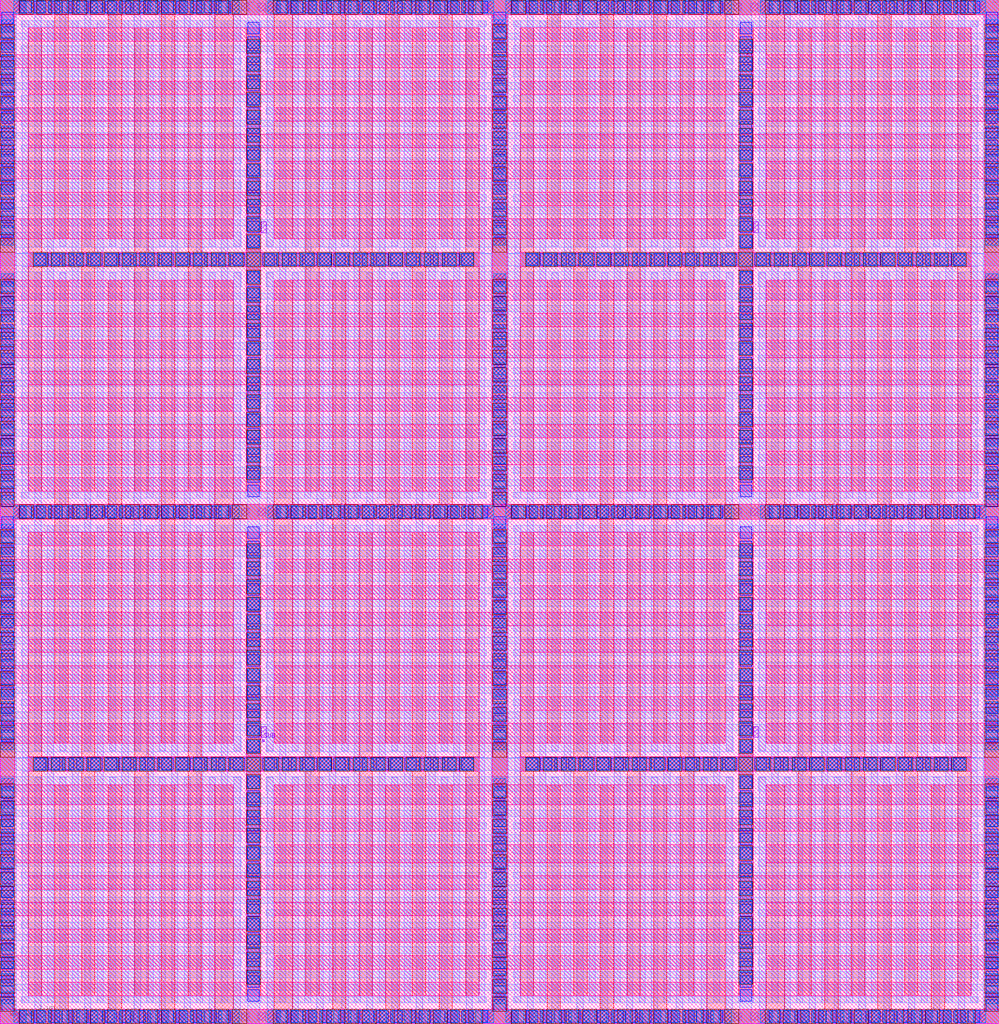
<source format=lef>
# Copyright 2020 The SkyWater PDK Authors
#
# Licensed under the Apache License, Version 2.0 (the "License");
# you may not use this file except in compliance with the License.
# You may obtain a copy of the License at
#
#     https://www.apache.org/licenses/LICENSE-2.0
#
# Unless required by applicable law or agreed to in writing, software
# distributed under the License is distributed on an "AS IS" BASIS,
# WITHOUT WARRANTIES OR CONDITIONS OF ANY KIND, either express or implied.
# See the License for the specific language governing permissions and
# limitations under the License.
#
# SPDX-License-Identifier: Apache-2.0

VERSION 5.7 ;
  NOWIREEXTENSIONATPIN ON ;
  DIVIDERCHAR "/" ;
  BUSBITCHARS "[]" ;
MACRO sky130_fd_pr__cap_vpp_11p5x11p7_m1m2m3m4_shieldl1m5_top
  CLASS BLOCK ;
  FOREIGN sky130_fd_pr__cap_vpp_11p5x11p7_m1m2m3m4_shieldl1m5_top ;
  ORIGIN  0.000000  0.000000 ;
  SIZE  22.49000 BY  23.05000 ;
  PIN C0
    PORT
      LAYER met4 ;
        RECT  0.000000  0.000000 22.490000  0.330000 ;
        RECT  0.000000  0.330000  0.330000  1.230000 ;
        RECT  0.000000  1.230000  5.240000  1.530000 ;
        RECT  0.000000  1.530000  0.330000  2.430000 ;
        RECT  0.000000  2.430000  5.240000  2.730000 ;
        RECT  0.000000  2.730000  0.330000  3.630000 ;
        RECT  0.000000  3.630000  5.240000  4.030000 ;
        RECT  0.000000  4.030000  0.330000  4.930000 ;
        RECT  0.000000  4.930000  5.240000  5.380000 ;
        RECT  0.000000  5.380000  0.330000  6.310000 ;
        RECT  0.000000  6.310000  5.240000  6.760000 ;
        RECT  0.000000  6.760000  0.330000  7.660000 ;
        RECT  0.000000  7.660000  5.240000  8.060000 ;
        RECT  0.000000  8.060000  0.330000  8.960000 ;
        RECT  0.000000  8.960000  5.240000  9.260000 ;
        RECT  0.000000  9.260000  0.330000 10.160000 ;
        RECT  0.000000 10.160000  5.240000 10.460000 ;
        RECT  0.000000 10.460000  0.330000 11.360000 ;
        RECT  0.000000 11.360000 22.490000 11.690000 ;
        RECT  0.000000 11.690000  0.330000 12.590000 ;
        RECT  0.000000 12.590000  5.240000 12.890000 ;
        RECT  0.000000 12.890000  0.330000 13.790000 ;
        RECT  0.000000 13.790000  5.240000 14.090000 ;
        RECT  0.000000 14.090000  0.330000 14.990000 ;
        RECT  0.000000 14.990000  5.240000 15.390000 ;
        RECT  0.000000 15.390000  0.330000 16.290000 ;
        RECT  0.000000 16.290000  5.240000 16.740000 ;
        RECT  0.000000 16.740000  0.330000 17.670000 ;
        RECT  0.000000 17.670000  5.240000 18.120000 ;
        RECT  0.000000 18.120000  0.330000 19.020000 ;
        RECT  0.000000 19.020000  5.240000 19.420000 ;
        RECT  0.000000 19.420000  0.330000 20.320000 ;
        RECT  0.000000 20.320000  5.240000 20.620000 ;
        RECT  0.000000 20.620000  0.330000 21.520000 ;
        RECT  0.000000 21.520000  5.240000 21.820000 ;
        RECT  0.000000 21.820000  0.330000 22.720000 ;
        RECT  0.000000 22.720000 22.490000 23.050000 ;
        RECT  6.170000  1.230000 16.320000  1.530000 ;
        RECT  6.170000  2.430000 16.320000  2.730000 ;
        RECT  6.170000  3.630000 16.320000  4.030000 ;
        RECT  6.170000  4.930000 16.320000  5.380000 ;
        RECT  6.170000  6.310000 16.320000  6.760000 ;
        RECT  6.170000  7.660000 16.320000  8.060000 ;
        RECT  6.170000  8.960000 16.320000  9.260000 ;
        RECT  6.170000 10.160000 16.320000 10.460000 ;
        RECT  6.170000 12.590000 16.320000 12.890000 ;
        RECT  6.170000 13.790000 16.320000 14.090000 ;
        RECT  6.170000 14.990000 16.320000 15.390000 ;
        RECT  6.170000 16.290000 16.320000 16.740000 ;
        RECT  6.170000 17.670000 16.320000 18.120000 ;
        RECT  6.170000 19.020000 16.320000 19.420000 ;
        RECT  6.170000 20.320000 16.320000 20.620000 ;
        RECT  6.170000 21.520000 16.320000 21.820000 ;
        RECT 11.080000  0.330000 11.410000  1.230000 ;
        RECT 11.080000  1.530000 11.410000  2.430000 ;
        RECT 11.080000  2.730000 11.410000  3.630000 ;
        RECT 11.080000  4.030000 11.410000  4.930000 ;
        RECT 11.080000  5.380000 11.410000  6.310000 ;
        RECT 11.080000  6.760000 11.410000  7.660000 ;
        RECT 11.080000  8.060000 11.410000  8.960000 ;
        RECT 11.080000  9.260000 11.410000 10.160000 ;
        RECT 11.080000 10.460000 11.410000 11.360000 ;
        RECT 11.080000 11.690000 11.410000 12.590000 ;
        RECT 11.080000 12.890000 11.410000 13.790000 ;
        RECT 11.080000 14.090000 11.410000 14.990000 ;
        RECT 11.080000 15.390000 11.410000 16.290000 ;
        RECT 11.080000 16.740000 11.410000 17.670000 ;
        RECT 11.080000 18.120000 11.410000 19.020000 ;
        RECT 11.080000 19.420000 11.410000 20.320000 ;
        RECT 11.080000 20.620000 11.410000 21.520000 ;
        RECT 11.080000 21.820000 11.410000 22.720000 ;
        RECT 17.250000  1.230000 22.490000  1.530000 ;
        RECT 17.250000  2.430000 22.490000  2.730000 ;
        RECT 17.250000  3.630000 22.490000  4.030000 ;
        RECT 17.250000  4.930000 22.490000  5.380000 ;
        RECT 17.250000  6.310000 22.490000  6.760000 ;
        RECT 17.250000  7.660000 22.490000  8.060000 ;
        RECT 17.250000  8.960000 22.490000  9.260000 ;
        RECT 17.250000 10.160000 22.490000 10.460000 ;
        RECT 17.250000 12.590000 22.490000 12.890000 ;
        RECT 17.250000 13.790000 22.490000 14.090000 ;
        RECT 17.250000 14.990000 22.490000 15.390000 ;
        RECT 17.250000 16.290000 22.490000 16.740000 ;
        RECT 17.250000 17.670000 22.490000 18.120000 ;
        RECT 17.250000 19.020000 22.490000 19.420000 ;
        RECT 17.250000 20.320000 22.490000 20.620000 ;
        RECT 17.250000 21.520000 22.490000 21.820000 ;
        RECT 22.160000  0.330000 22.490000  1.230000 ;
        RECT 22.160000  1.530000 22.490000  2.430000 ;
        RECT 22.160000  2.730000 22.490000  3.630000 ;
        RECT 22.160000  4.030000 22.490000  4.930000 ;
        RECT 22.160000  5.380000 22.490000  6.310000 ;
        RECT 22.160000  6.760000 22.490000  7.660000 ;
        RECT 22.160000  8.060000 22.490000  8.960000 ;
        RECT 22.160000  9.260000 22.490000 10.160000 ;
        RECT 22.160000 10.460000 22.490000 11.360000 ;
        RECT 22.160000 11.690000 22.490000 12.590000 ;
        RECT 22.160000 12.890000 22.490000 13.790000 ;
        RECT 22.160000 14.090000 22.490000 14.990000 ;
        RECT 22.160000 15.390000 22.490000 16.290000 ;
        RECT 22.160000 16.740000 22.490000 17.670000 ;
        RECT 22.160000 18.120000 22.490000 19.020000 ;
        RECT 22.160000 19.420000 22.490000 20.320000 ;
        RECT 22.160000 20.620000 22.490000 21.520000 ;
        RECT 22.160000 21.820000 22.490000 22.720000 ;
    END
  END C0
  PIN C1
    PORT
      LAYER met4 ;
        RECT  0.630000  0.630000 10.780000  0.930000 ;
        RECT  0.630000  1.830000 10.780000  2.130000 ;
        RECT  0.630000  3.030000 10.780000  3.330000 ;
        RECT  0.630000  4.330000 10.780000  4.630000 ;
        RECT  0.630000  5.680000 10.780000  6.010000 ;
        RECT  0.630000  7.060000 10.780000  7.360000 ;
        RECT  0.630000  8.360000 10.780000  8.660000 ;
        RECT  0.630000  9.560000 10.780000  9.860000 ;
        RECT  0.630000 10.760000 10.780000 11.060000 ;
        RECT  0.630000 11.990000 10.780000 12.290000 ;
        RECT  0.630000 13.190000 10.780000 13.490000 ;
        RECT  0.630000 14.390000 10.780000 14.690000 ;
        RECT  0.630000 15.690000 10.780000 15.990000 ;
        RECT  0.630000 17.040000 10.780000 17.370000 ;
        RECT  0.630000 18.420000 10.780000 18.720000 ;
        RECT  0.630000 19.720000 10.780000 20.020000 ;
        RECT  0.630000 20.920000 10.780000 21.220000 ;
        RECT  0.630000 22.120000 10.780000 22.420000 ;
        RECT  5.540000  0.930000  5.870000  1.830000 ;
        RECT  5.540000  2.130000  5.870000  3.030000 ;
        RECT  5.540000  3.330000  5.870000  4.330000 ;
        RECT  5.540000  4.630000  5.870000  5.680000 ;
        RECT  5.540000  6.010000  5.870000  7.060000 ;
        RECT  5.540000  7.360000  5.870000  8.360000 ;
        RECT  5.540000  8.660000  5.870000  9.560000 ;
        RECT  5.540000  9.860000  5.870000 10.760000 ;
        RECT  5.540000 12.290000  5.870000 13.190000 ;
        RECT  5.540000 13.490000  5.870000 14.390000 ;
        RECT  5.540000 14.690000  5.870000 15.690000 ;
        RECT  5.540000 15.990000  5.870000 17.040000 ;
        RECT  5.540000 17.370000  5.870000 18.420000 ;
        RECT  5.540000 18.720000  5.870000 19.720000 ;
        RECT  5.540000 20.020000  5.870000 20.920000 ;
        RECT  5.540000 21.220000  5.870000 22.120000 ;
        RECT 11.710000  0.630000 21.860000  0.930000 ;
        RECT 11.710000  1.830000 21.860000  2.130000 ;
        RECT 11.710000  3.030000 21.860000  3.330000 ;
        RECT 11.710000  4.330000 21.860000  4.630000 ;
        RECT 11.710000  5.680000 21.860000  6.010000 ;
        RECT 11.710000  7.060000 21.860000  7.360000 ;
        RECT 11.710000  8.360000 21.860000  8.660000 ;
        RECT 11.710000  9.560000 21.860000  9.860000 ;
        RECT 11.710000 10.760000 21.860000 11.060000 ;
        RECT 11.710000 11.990000 21.860000 12.290000 ;
        RECT 11.710000 13.190000 21.860000 13.490000 ;
        RECT 11.710000 14.390000 21.860000 14.690000 ;
        RECT 11.710000 15.690000 21.860000 15.990000 ;
        RECT 11.710000 17.040000 21.860000 17.370000 ;
        RECT 11.710000 18.420000 21.860000 18.720000 ;
        RECT 11.710000 19.720000 21.860000 20.020000 ;
        RECT 11.710000 20.920000 21.860000 21.220000 ;
        RECT 11.710000 22.120000 21.860000 22.420000 ;
        RECT 16.620000  0.930000 16.950000  1.830000 ;
        RECT 16.620000  2.130000 16.950000  3.030000 ;
        RECT 16.620000  3.330000 16.950000  4.330000 ;
        RECT 16.620000  4.630000 16.950000  5.680000 ;
        RECT 16.620000  6.010000 16.950000  7.060000 ;
        RECT 16.620000  7.360000 16.950000  8.360000 ;
        RECT 16.620000  8.660000 16.950000  9.560000 ;
        RECT 16.620000  9.860000 16.950000 10.760000 ;
        RECT 16.620000 12.290000 16.950000 13.190000 ;
        RECT 16.620000 13.490000 16.950000 14.390000 ;
        RECT 16.620000 14.690000 16.950000 15.690000 ;
        RECT 16.620000 15.990000 16.950000 17.040000 ;
        RECT 16.620000 17.370000 16.950000 18.420000 ;
        RECT 16.620000 18.720000 16.950000 19.720000 ;
        RECT 16.620000 20.020000 16.950000 20.920000 ;
        RECT 16.620000 21.220000 16.950000 22.120000 ;
    END
  END C1
  PIN M5
    PORT
      LAYER met5 ;
        RECT 0.000000 0.000000 22.490000 23.050000 ;
    END
  END M5
  PIN SUB
    PORT
      LAYER pwell ;
        RECT 5.895000 6.345000 5.945000 6.395000 ;
    END
  END SUB
  OBS
    LAYER li1 ;
      RECT 0.000000 0.000000 22.490000 23.050000 ;
    LAYER mcon ;
      RECT  0.080000  0.580000  0.250000  0.750000 ;
      RECT  0.080000  0.940000  0.250000  1.110000 ;
      RECT  0.080000  1.300000  0.250000  1.470000 ;
      RECT  0.080000  1.660000  0.250000  1.830000 ;
      RECT  0.080000  2.020000  0.250000  2.190000 ;
      RECT  0.080000  2.380000  0.250000  2.550000 ;
      RECT  0.080000  2.740000  0.250000  2.910000 ;
      RECT  0.080000  3.100000  0.250000  3.270000 ;
      RECT  0.080000  3.460000  0.250000  3.630000 ;
      RECT  0.080000  3.820000  0.250000  3.990000 ;
      RECT  0.080000  4.180000  0.250000  4.350000 ;
      RECT  0.080000  4.540000  0.250000  4.710000 ;
      RECT  0.080000  4.900000  0.250000  5.070000 ;
      RECT  0.080000  5.260000  0.250000  5.430000 ;
      RECT  0.080000  6.260000  0.250000  6.430000 ;
      RECT  0.080000  6.620000  0.250000  6.790000 ;
      RECT  0.080000  6.980000  0.250000  7.150000 ;
      RECT  0.080000  7.340000  0.250000  7.510000 ;
      RECT  0.080000  7.700000  0.250000  7.870000 ;
      RECT  0.080000  8.060000  0.250000  8.230000 ;
      RECT  0.080000  8.420000  0.250000  8.590000 ;
      RECT  0.080000  8.780000  0.250000  8.950000 ;
      RECT  0.080000  9.140000  0.250000  9.310000 ;
      RECT  0.080000  9.500000  0.250000  9.670000 ;
      RECT  0.080000  9.860000  0.250000 10.030000 ;
      RECT  0.080000 10.220000  0.250000 10.390000 ;
      RECT  0.080000 10.580000  0.250000 10.750000 ;
      RECT  0.080000 10.940000  0.250000 11.110000 ;
      RECT  0.080000 11.940000  0.250000 12.110000 ;
      RECT  0.080000 12.300000  0.250000 12.470000 ;
      RECT  0.080000 12.660000  0.250000 12.830000 ;
      RECT  0.080000 13.020000  0.250000 13.190000 ;
      RECT  0.080000 13.380000  0.250000 13.550000 ;
      RECT  0.080000 13.740000  0.250000 13.910000 ;
      RECT  0.080000 14.100000  0.250000 14.270000 ;
      RECT  0.080000 14.460000  0.250000 14.630000 ;
      RECT  0.080000 14.820000  0.250000 14.990000 ;
      RECT  0.080000 15.180000  0.250000 15.350000 ;
      RECT  0.080000 15.540000  0.250000 15.710000 ;
      RECT  0.080000 15.900000  0.250000 16.070000 ;
      RECT  0.080000 16.260000  0.250000 16.430000 ;
      RECT  0.080000 16.620000  0.250000 16.790000 ;
      RECT  0.080000 17.620000  0.250000 17.790000 ;
      RECT  0.080000 17.980000  0.250000 18.150000 ;
      RECT  0.080000 18.340000  0.250000 18.510000 ;
      RECT  0.080000 18.700000  0.250000 18.870000 ;
      RECT  0.080000 19.060000  0.250000 19.230000 ;
      RECT  0.080000 19.420000  0.250000 19.590000 ;
      RECT  0.080000 19.780000  0.250000 19.950000 ;
      RECT  0.080000 20.140000  0.250000 20.310000 ;
      RECT  0.080000 20.500000  0.250000 20.670000 ;
      RECT  0.080000 20.860000  0.250000 21.030000 ;
      RECT  0.080000 21.220000  0.250000 21.390000 ;
      RECT  0.080000 21.580000  0.250000 21.750000 ;
      RECT  0.080000 21.940000  0.250000 22.110000 ;
      RECT  0.080000 22.300000  0.250000 22.470000 ;
      RECT  0.400000  0.080000  0.570000  0.250000 ;
      RECT  0.400000 11.440000  0.570000 11.610000 ;
      RECT  0.400000 22.800000  0.570000 22.970000 ;
      RECT  0.760000  0.080000  0.930000  0.250000 ;
      RECT  0.760000 11.440000  0.930000 11.610000 ;
      RECT  0.760000 22.800000  0.930000 22.970000 ;
      RECT  1.120000  0.080000  1.290000  0.250000 ;
      RECT  1.120000 11.440000  1.290000 11.610000 ;
      RECT  1.120000 22.800000  1.290000 22.970000 ;
      RECT  1.480000  0.080000  1.650000  0.250000 ;
      RECT  1.480000 11.440000  1.650000 11.610000 ;
      RECT  1.480000 22.800000  1.650000 22.970000 ;
      RECT  1.840000  0.080000  2.010000  0.250000 ;
      RECT  1.840000 11.440000  2.010000 11.610000 ;
      RECT  1.840000 22.800000  2.010000 22.970000 ;
      RECT  2.200000  0.080000  2.370000  0.250000 ;
      RECT  2.200000 11.440000  2.370000 11.610000 ;
      RECT  2.200000 22.800000  2.370000 22.970000 ;
      RECT  2.560000  0.080000  2.730000  0.250000 ;
      RECT  2.560000 11.440000  2.730000 11.610000 ;
      RECT  2.560000 22.800000  2.730000 22.970000 ;
      RECT  2.920000  0.080000  3.090000  0.250000 ;
      RECT  2.920000 11.440000  3.090000 11.610000 ;
      RECT  2.920000 22.800000  3.090000 22.970000 ;
      RECT  3.280000  0.080000  3.450000  0.250000 ;
      RECT  3.280000 11.440000  3.450000 11.610000 ;
      RECT  3.280000 22.800000  3.450000 22.970000 ;
      RECT  3.640000  0.080000  3.810000  0.250000 ;
      RECT  3.640000 11.440000  3.810000 11.610000 ;
      RECT  3.640000 22.800000  3.810000 22.970000 ;
      RECT  4.000000  0.080000  4.170000  0.250000 ;
      RECT  4.000000 11.440000  4.170000 11.610000 ;
      RECT  4.000000 22.800000  4.170000 22.970000 ;
      RECT  4.360000  0.080000  4.530000  0.250000 ;
      RECT  4.360000 11.440000  4.530000 11.610000 ;
      RECT  4.360000 22.800000  4.530000 22.970000 ;
      RECT  4.720000  0.080000  4.890000  0.250000 ;
      RECT  4.720000 11.440000  4.890000 11.610000 ;
      RECT  4.720000 22.800000  4.890000 22.970000 ;
      RECT  5.080000  0.080000  5.250000  0.250000 ;
      RECT  5.080000 11.440000  5.250000 11.610000 ;
      RECT  5.080000 22.800000  5.250000 22.970000 ;
      RECT  5.440000  0.080000  5.610000  0.250000 ;
      RECT  5.440000 11.440000  5.610000 11.610000 ;
      RECT  5.440000 22.800000  5.610000 22.970000 ;
      RECT  5.800000  0.080000  5.970000  0.250000 ;
      RECT  5.800000 11.440000  5.970000 11.610000 ;
      RECT  5.800000 22.800000  5.970000 22.970000 ;
      RECT  6.160000  0.080000  6.330000  0.250000 ;
      RECT  6.160000 11.440000  6.330000 11.610000 ;
      RECT  6.160000 22.800000  6.330000 22.970000 ;
      RECT  6.520000  0.080000  6.690000  0.250000 ;
      RECT  6.520000 11.440000  6.690000 11.610000 ;
      RECT  6.520000 22.800000  6.690000 22.970000 ;
      RECT  6.880000  0.080000  7.050000  0.250000 ;
      RECT  6.880000 11.440000  7.050000 11.610000 ;
      RECT  6.880000 22.800000  7.050000 22.970000 ;
      RECT  7.240000  0.080000  7.410000  0.250000 ;
      RECT  7.240000 11.440000  7.410000 11.610000 ;
      RECT  7.240000 22.800000  7.410000 22.970000 ;
      RECT  7.600000  0.080000  7.770000  0.250000 ;
      RECT  7.600000 11.440000  7.770000 11.610000 ;
      RECT  7.600000 22.800000  7.770000 22.970000 ;
      RECT  7.960000  0.080000  8.130000  0.250000 ;
      RECT  7.960000 11.440000  8.130000 11.610000 ;
      RECT  7.960000 22.800000  8.130000 22.970000 ;
      RECT  8.320000  0.080000  8.490000  0.250000 ;
      RECT  8.320000 11.440000  8.490000 11.610000 ;
      RECT  8.320000 22.800000  8.490000 22.970000 ;
      RECT  8.680000  0.080000  8.850000  0.250000 ;
      RECT  8.680000 11.440000  8.850000 11.610000 ;
      RECT  8.680000 22.800000  8.850000 22.970000 ;
      RECT  9.040000  0.080000  9.210000  0.250000 ;
      RECT  9.040000 11.440000  9.210000 11.610000 ;
      RECT  9.040000 22.800000  9.210000 22.970000 ;
      RECT  9.400000  0.080000  9.570000  0.250000 ;
      RECT  9.400000 11.440000  9.570000 11.610000 ;
      RECT  9.400000 22.800000  9.570000 22.970000 ;
      RECT  9.760000  0.080000  9.930000  0.250000 ;
      RECT  9.760000 11.440000  9.930000 11.610000 ;
      RECT  9.760000 22.800000  9.930000 22.970000 ;
      RECT 10.120000  0.080000 10.290000  0.250000 ;
      RECT 10.120000 11.440000 10.290000 11.610000 ;
      RECT 10.120000 22.800000 10.290000 22.970000 ;
      RECT 10.480000  0.080000 10.650000  0.250000 ;
      RECT 10.480000 11.440000 10.650000 11.610000 ;
      RECT 10.480000 22.800000 10.650000 22.970000 ;
      RECT 10.840000  0.080000 11.010000  0.250000 ;
      RECT 10.840000 11.440000 11.010000 11.610000 ;
      RECT 10.840000 22.800000 11.010000 22.970000 ;
      RECT 11.160000  0.580000 11.330000  0.750000 ;
      RECT 11.160000  0.940000 11.330000  1.110000 ;
      RECT 11.160000  1.300000 11.330000  1.470000 ;
      RECT 11.160000  1.660000 11.330000  1.830000 ;
      RECT 11.160000  2.020000 11.330000  2.190000 ;
      RECT 11.160000  2.380000 11.330000  2.550000 ;
      RECT 11.160000  2.740000 11.330000  2.910000 ;
      RECT 11.160000  3.100000 11.330000  3.270000 ;
      RECT 11.160000  3.460000 11.330000  3.630000 ;
      RECT 11.160000  3.820000 11.330000  3.990000 ;
      RECT 11.160000  4.180000 11.330000  4.350000 ;
      RECT 11.160000  4.540000 11.330000  4.710000 ;
      RECT 11.160000  4.900000 11.330000  5.070000 ;
      RECT 11.160000  5.260000 11.330000  5.430000 ;
      RECT 11.160000  6.260000 11.330000  6.430000 ;
      RECT 11.160000  6.620000 11.330000  6.790000 ;
      RECT 11.160000  6.980000 11.330000  7.150000 ;
      RECT 11.160000  7.340000 11.330000  7.510000 ;
      RECT 11.160000  7.700000 11.330000  7.870000 ;
      RECT 11.160000  8.060000 11.330000  8.230000 ;
      RECT 11.160000  8.420000 11.330000  8.590000 ;
      RECT 11.160000  8.780000 11.330000  8.950000 ;
      RECT 11.160000  9.140000 11.330000  9.310000 ;
      RECT 11.160000  9.500000 11.330000  9.670000 ;
      RECT 11.160000  9.860000 11.330000 10.030000 ;
      RECT 11.160000 10.220000 11.330000 10.390000 ;
      RECT 11.160000 10.580000 11.330000 10.750000 ;
      RECT 11.160000 10.940000 11.330000 11.110000 ;
      RECT 11.160000 11.940000 11.330000 12.110000 ;
      RECT 11.160000 12.300000 11.330000 12.470000 ;
      RECT 11.160000 12.660000 11.330000 12.830000 ;
      RECT 11.160000 13.020000 11.330000 13.190000 ;
      RECT 11.160000 13.380000 11.330000 13.550000 ;
      RECT 11.160000 13.740000 11.330000 13.910000 ;
      RECT 11.160000 14.100000 11.330000 14.270000 ;
      RECT 11.160000 14.460000 11.330000 14.630000 ;
      RECT 11.160000 14.820000 11.330000 14.990000 ;
      RECT 11.160000 15.180000 11.330000 15.350000 ;
      RECT 11.160000 15.540000 11.330000 15.710000 ;
      RECT 11.160000 15.900000 11.330000 16.070000 ;
      RECT 11.160000 16.260000 11.330000 16.430000 ;
      RECT 11.160000 16.620000 11.330000 16.790000 ;
      RECT 11.160000 17.620000 11.330000 17.790000 ;
      RECT 11.160000 17.980000 11.330000 18.150000 ;
      RECT 11.160000 18.340000 11.330000 18.510000 ;
      RECT 11.160000 18.700000 11.330000 18.870000 ;
      RECT 11.160000 19.060000 11.330000 19.230000 ;
      RECT 11.160000 19.420000 11.330000 19.590000 ;
      RECT 11.160000 19.780000 11.330000 19.950000 ;
      RECT 11.160000 20.140000 11.330000 20.310000 ;
      RECT 11.160000 20.500000 11.330000 20.670000 ;
      RECT 11.160000 20.860000 11.330000 21.030000 ;
      RECT 11.160000 21.220000 11.330000 21.390000 ;
      RECT 11.160000 21.580000 11.330000 21.750000 ;
      RECT 11.160000 21.940000 11.330000 22.110000 ;
      RECT 11.160000 22.300000 11.330000 22.470000 ;
      RECT 11.480000  0.080000 11.650000  0.250000 ;
      RECT 11.480000 11.440000 11.650000 11.610000 ;
      RECT 11.480000 22.800000 11.650000 22.970000 ;
      RECT 11.840000  0.080000 12.010000  0.250000 ;
      RECT 11.840000 11.440000 12.010000 11.610000 ;
      RECT 11.840000 22.800000 12.010000 22.970000 ;
      RECT 12.200000  0.080000 12.370000  0.250000 ;
      RECT 12.200000 11.440000 12.370000 11.610000 ;
      RECT 12.200000 22.800000 12.370000 22.970000 ;
      RECT 12.560000  0.080000 12.730000  0.250000 ;
      RECT 12.560000 11.440000 12.730000 11.610000 ;
      RECT 12.560000 22.800000 12.730000 22.970000 ;
      RECT 12.920000  0.080000 13.090000  0.250000 ;
      RECT 12.920000 11.440000 13.090000 11.610000 ;
      RECT 12.920000 22.800000 13.090000 22.970000 ;
      RECT 13.280000  0.080000 13.450000  0.250000 ;
      RECT 13.280000 11.440000 13.450000 11.610000 ;
      RECT 13.280000 22.800000 13.450000 22.970000 ;
      RECT 13.640000  0.080000 13.810000  0.250000 ;
      RECT 13.640000 11.440000 13.810000 11.610000 ;
      RECT 13.640000 22.800000 13.810000 22.970000 ;
      RECT 14.000000  0.080000 14.170000  0.250000 ;
      RECT 14.000000 11.440000 14.170000 11.610000 ;
      RECT 14.000000 22.800000 14.170000 22.970000 ;
      RECT 14.360000  0.080000 14.530000  0.250000 ;
      RECT 14.360000 11.440000 14.530000 11.610000 ;
      RECT 14.360000 22.800000 14.530000 22.970000 ;
      RECT 14.720000  0.080000 14.890000  0.250000 ;
      RECT 14.720000 11.440000 14.890000 11.610000 ;
      RECT 14.720000 22.800000 14.890000 22.970000 ;
      RECT 15.080000  0.080000 15.250000  0.250000 ;
      RECT 15.080000 11.440000 15.250000 11.610000 ;
      RECT 15.080000 22.800000 15.250000 22.970000 ;
      RECT 15.440000  0.080000 15.610000  0.250000 ;
      RECT 15.440000 11.440000 15.610000 11.610000 ;
      RECT 15.440000 22.800000 15.610000 22.970000 ;
      RECT 15.800000  0.080000 15.970000  0.250000 ;
      RECT 15.800000 11.440000 15.970000 11.610000 ;
      RECT 15.800000 22.800000 15.970000 22.970000 ;
      RECT 16.160000  0.080000 16.330000  0.250000 ;
      RECT 16.160000 11.440000 16.330000 11.610000 ;
      RECT 16.160000 22.800000 16.330000 22.970000 ;
      RECT 16.520000  0.080000 16.690000  0.250000 ;
      RECT 16.520000 11.440000 16.690000 11.610000 ;
      RECT 16.520000 22.800000 16.690000 22.970000 ;
      RECT 16.880000  0.080000 17.050000  0.250000 ;
      RECT 16.880000 11.440000 17.050000 11.610000 ;
      RECT 16.880000 22.800000 17.050000 22.970000 ;
      RECT 17.240000  0.080000 17.410000  0.250000 ;
      RECT 17.240000 11.440000 17.410000 11.610000 ;
      RECT 17.240000 22.800000 17.410000 22.970000 ;
      RECT 17.600000  0.080000 17.770000  0.250000 ;
      RECT 17.600000 11.440000 17.770000 11.610000 ;
      RECT 17.600000 22.800000 17.770000 22.970000 ;
      RECT 17.960000  0.080000 18.130000  0.250000 ;
      RECT 17.960000 11.440000 18.130000 11.610000 ;
      RECT 17.960000 22.800000 18.130000 22.970000 ;
      RECT 18.320000  0.080000 18.490000  0.250000 ;
      RECT 18.320000 11.440000 18.490000 11.610000 ;
      RECT 18.320000 22.800000 18.490000 22.970000 ;
      RECT 18.680000  0.080000 18.850000  0.250000 ;
      RECT 18.680000 11.440000 18.850000 11.610000 ;
      RECT 18.680000 22.800000 18.850000 22.970000 ;
      RECT 19.040000  0.080000 19.210000  0.250000 ;
      RECT 19.040000 11.440000 19.210000 11.610000 ;
      RECT 19.040000 22.800000 19.210000 22.970000 ;
      RECT 19.400000  0.080000 19.570000  0.250000 ;
      RECT 19.400000 11.440000 19.570000 11.610000 ;
      RECT 19.400000 22.800000 19.570000 22.970000 ;
      RECT 19.760000  0.080000 19.930000  0.250000 ;
      RECT 19.760000 11.440000 19.930000 11.610000 ;
      RECT 19.760000 22.800000 19.930000 22.970000 ;
      RECT 20.120000  0.080000 20.290000  0.250000 ;
      RECT 20.120000 11.440000 20.290000 11.610000 ;
      RECT 20.120000 22.800000 20.290000 22.970000 ;
      RECT 20.480000  0.080000 20.650000  0.250000 ;
      RECT 20.480000 11.440000 20.650000 11.610000 ;
      RECT 20.480000 22.800000 20.650000 22.970000 ;
      RECT 20.840000  0.080000 21.010000  0.250000 ;
      RECT 20.840000 11.440000 21.010000 11.610000 ;
      RECT 20.840000 22.800000 21.010000 22.970000 ;
      RECT 21.200000  0.080000 21.370000  0.250000 ;
      RECT 21.200000 11.440000 21.370000 11.610000 ;
      RECT 21.200000 22.800000 21.370000 22.970000 ;
      RECT 21.560000  0.080000 21.730000  0.250000 ;
      RECT 21.560000 11.440000 21.730000 11.610000 ;
      RECT 21.560000 22.800000 21.730000 22.970000 ;
      RECT 21.920000  0.080000 22.090000  0.250000 ;
      RECT 21.920000 11.440000 22.090000 11.610000 ;
      RECT 21.920000 22.800000 22.090000 22.970000 ;
      RECT 22.240000  0.580000 22.410000  0.750000 ;
      RECT 22.240000  0.940000 22.410000  1.110000 ;
      RECT 22.240000  1.300000 22.410000  1.470000 ;
      RECT 22.240000  1.660000 22.410000  1.830000 ;
      RECT 22.240000  2.020000 22.410000  2.190000 ;
      RECT 22.240000  2.380000 22.410000  2.550000 ;
      RECT 22.240000  2.740000 22.410000  2.910000 ;
      RECT 22.240000  3.100000 22.410000  3.270000 ;
      RECT 22.240000  3.460000 22.410000  3.630000 ;
      RECT 22.240000  3.820000 22.410000  3.990000 ;
      RECT 22.240000  4.180000 22.410000  4.350000 ;
      RECT 22.240000  4.540000 22.410000  4.710000 ;
      RECT 22.240000  4.900000 22.410000  5.070000 ;
      RECT 22.240000  5.260000 22.410000  5.430000 ;
      RECT 22.240000  6.260000 22.410000  6.430000 ;
      RECT 22.240000  6.620000 22.410000  6.790000 ;
      RECT 22.240000  6.980000 22.410000  7.150000 ;
      RECT 22.240000  7.340000 22.410000  7.510000 ;
      RECT 22.240000  7.700000 22.410000  7.870000 ;
      RECT 22.240000  8.060000 22.410000  8.230000 ;
      RECT 22.240000  8.420000 22.410000  8.590000 ;
      RECT 22.240000  8.780000 22.410000  8.950000 ;
      RECT 22.240000  9.140000 22.410000  9.310000 ;
      RECT 22.240000  9.500000 22.410000  9.670000 ;
      RECT 22.240000  9.860000 22.410000 10.030000 ;
      RECT 22.240000 10.220000 22.410000 10.390000 ;
      RECT 22.240000 10.580000 22.410000 10.750000 ;
      RECT 22.240000 10.940000 22.410000 11.110000 ;
      RECT 22.240000 11.940000 22.410000 12.110000 ;
      RECT 22.240000 12.300000 22.410000 12.470000 ;
      RECT 22.240000 12.660000 22.410000 12.830000 ;
      RECT 22.240000 13.020000 22.410000 13.190000 ;
      RECT 22.240000 13.380000 22.410000 13.550000 ;
      RECT 22.240000 13.740000 22.410000 13.910000 ;
      RECT 22.240000 14.100000 22.410000 14.270000 ;
      RECT 22.240000 14.460000 22.410000 14.630000 ;
      RECT 22.240000 14.820000 22.410000 14.990000 ;
      RECT 22.240000 15.180000 22.410000 15.350000 ;
      RECT 22.240000 15.540000 22.410000 15.710000 ;
      RECT 22.240000 15.900000 22.410000 16.070000 ;
      RECT 22.240000 16.260000 22.410000 16.430000 ;
      RECT 22.240000 16.620000 22.410000 16.790000 ;
      RECT 22.240000 17.620000 22.410000 17.790000 ;
      RECT 22.240000 17.980000 22.410000 18.150000 ;
      RECT 22.240000 18.340000 22.410000 18.510000 ;
      RECT 22.240000 18.700000 22.410000 18.870000 ;
      RECT 22.240000 19.060000 22.410000 19.230000 ;
      RECT 22.240000 19.420000 22.410000 19.590000 ;
      RECT 22.240000 19.780000 22.410000 19.950000 ;
      RECT 22.240000 20.140000 22.410000 20.310000 ;
      RECT 22.240000 20.500000 22.410000 20.670000 ;
      RECT 22.240000 20.860000 22.410000 21.030000 ;
      RECT 22.240000 21.220000 22.410000 21.390000 ;
      RECT 22.240000 21.580000 22.410000 21.750000 ;
      RECT 22.240000 21.940000 22.410000 22.110000 ;
      RECT 22.240000 22.300000 22.410000 22.470000 ;
    LAYER met1 ;
      RECT  0.000000  0.000000 22.490000  0.330000 ;
      RECT  0.000000  0.330000  0.360000 11.360000 ;
      RECT  0.000000 11.360000 22.490000 11.690000 ;
      RECT  0.000000 11.690000  0.360000 22.720000 ;
      RECT  0.000000 22.720000 22.490000 23.050000 ;
      RECT  0.500000  0.470000  0.640000  5.685000 ;
      RECT  0.500000  5.685000 10.910000  6.005000 ;
      RECT  0.500000  6.005000  0.640000 11.220000 ;
      RECT  0.500000 11.830000  0.640000 17.045000 ;
      RECT  0.500000 17.045000 10.910000 17.365000 ;
      RECT  0.500000 17.365000  0.640000 22.580000 ;
      RECT  0.780000  0.330000  0.920000  5.545000 ;
      RECT  0.780000  6.145000  0.920000 11.360000 ;
      RECT  0.780000 11.690000  0.920000 16.905000 ;
      RECT  0.780000 17.505000  0.920000 22.720000 ;
      RECT  1.060000  0.470000  1.200000  5.685000 ;
      RECT  1.060000  6.005000  1.200000 11.220000 ;
      RECT  1.060000 11.830000  1.200000 17.045000 ;
      RECT  1.060000 17.365000  1.200000 22.580000 ;
      RECT  1.340000  0.330000  1.480000  5.545000 ;
      RECT  1.340000  6.145000  1.480000 11.360000 ;
      RECT  1.340000 11.690000  1.480000 16.905000 ;
      RECT  1.340000 17.505000  1.480000 22.720000 ;
      RECT  1.620000  0.470000  1.760000  5.685000 ;
      RECT  1.620000  6.005000  1.760000 11.220000 ;
      RECT  1.620000 11.830000  1.760000 17.045000 ;
      RECT  1.620000 17.365000  1.760000 22.580000 ;
      RECT  1.900000  0.330000  2.040000  5.545000 ;
      RECT  1.900000  6.145000  2.040000 11.360000 ;
      RECT  1.900000 11.690000  2.040000 16.905000 ;
      RECT  1.900000 17.505000  2.040000 22.720000 ;
      RECT  2.180000  0.470000  2.320000  5.685000 ;
      RECT  2.180000  6.005000  2.320000 11.220000 ;
      RECT  2.180000 11.830000  2.320000 17.045000 ;
      RECT  2.180000 17.365000  2.320000 22.580000 ;
      RECT  2.460000  0.330000  2.600000  5.545000 ;
      RECT  2.460000  6.145000  2.600000 11.360000 ;
      RECT  2.460000 11.690000  2.600000 16.905000 ;
      RECT  2.460000 17.505000  2.600000 22.720000 ;
      RECT  2.740000  0.470000  2.880000  5.685000 ;
      RECT  2.740000  6.005000  2.880000 11.220000 ;
      RECT  2.740000 11.830000  2.880000 17.045000 ;
      RECT  2.740000 17.365000  2.880000 22.580000 ;
      RECT  3.020000  0.330000  3.160000  5.545000 ;
      RECT  3.020000  6.145000  3.160000 11.360000 ;
      RECT  3.020000 11.690000  3.160000 16.905000 ;
      RECT  3.020000 17.505000  3.160000 22.720000 ;
      RECT  3.300000  0.470000  3.440000  5.685000 ;
      RECT  3.300000  6.005000  3.440000 11.220000 ;
      RECT  3.300000 11.830000  3.440000 17.045000 ;
      RECT  3.300000 17.365000  3.440000 22.580000 ;
      RECT  3.580000  0.330000  3.720000  5.545000 ;
      RECT  3.580000  6.145000  3.720000 11.360000 ;
      RECT  3.580000 11.690000  3.720000 16.905000 ;
      RECT  3.580000 17.505000  3.720000 22.720000 ;
      RECT  3.860000  0.470000  4.000000  5.685000 ;
      RECT  3.860000  6.005000  4.000000 11.220000 ;
      RECT  3.860000 11.830000  4.000000 17.045000 ;
      RECT  3.860000 17.365000  4.000000 22.580000 ;
      RECT  4.140000  0.330000  4.280000  5.545000 ;
      RECT  4.140000  6.145000  4.280000 11.360000 ;
      RECT  4.140000 11.690000  4.280000 16.905000 ;
      RECT  4.140000 17.505000  4.280000 22.720000 ;
      RECT  4.420000  0.470000  4.560000  5.685000 ;
      RECT  4.420000  6.005000  4.560000 11.220000 ;
      RECT  4.420000 11.830000  4.560000 17.045000 ;
      RECT  4.420000 17.365000  4.560000 22.580000 ;
      RECT  4.700000  0.330000  4.840000  5.545000 ;
      RECT  4.700000  6.145000  4.840000 11.360000 ;
      RECT  4.700000 11.690000  4.840000 16.905000 ;
      RECT  4.700000 17.505000  4.840000 22.720000 ;
      RECT  4.980000  0.470000  5.120000  5.685000 ;
      RECT  4.980000  6.005000  5.120000 11.220000 ;
      RECT  4.980000 11.830000  5.120000 17.045000 ;
      RECT  4.980000 17.365000  5.120000 22.580000 ;
      RECT  5.260000  0.330000  5.400000  5.545000 ;
      RECT  5.260000  6.145000  5.400000 11.360000 ;
      RECT  5.260000 11.690000  5.400000 16.905000 ;
      RECT  5.260000 17.505000  5.400000 22.720000 ;
      RECT  5.540000  0.470000  5.870000  5.685000 ;
      RECT  5.540000  6.005000  5.870000 11.220000 ;
      RECT  5.540000 11.830000  5.870000 17.045000 ;
      RECT  5.540000 17.365000  5.870000 22.580000 ;
      RECT  6.010000  0.330000  6.150000  5.545000 ;
      RECT  6.010000  6.145000  6.150000 11.360000 ;
      RECT  6.010000 11.690000  6.150000 16.905000 ;
      RECT  6.010000 17.505000  6.150000 22.720000 ;
      RECT  6.290000  0.470000  6.430000  5.685000 ;
      RECT  6.290000  6.005000  6.430000 11.220000 ;
      RECT  6.290000 11.830000  6.430000 17.045000 ;
      RECT  6.290000 17.365000  6.430000 22.580000 ;
      RECT  6.570000  0.330000  6.710000  5.545000 ;
      RECT  6.570000  6.145000  6.710000 11.360000 ;
      RECT  6.570000 11.690000  6.710000 16.905000 ;
      RECT  6.570000 17.505000  6.710000 22.720000 ;
      RECT  6.850000  0.470000  6.990000  5.685000 ;
      RECT  6.850000  6.005000  6.990000 11.220000 ;
      RECT  6.850000 11.830000  6.990000 17.045000 ;
      RECT  6.850000 17.365000  6.990000 22.580000 ;
      RECT  7.130000  0.330000  7.270000  5.545000 ;
      RECT  7.130000  6.145000  7.270000 11.360000 ;
      RECT  7.130000 11.690000  7.270000 16.905000 ;
      RECT  7.130000 17.505000  7.270000 22.720000 ;
      RECT  7.410000  0.470000  7.550000  5.685000 ;
      RECT  7.410000  6.005000  7.550000 11.220000 ;
      RECT  7.410000 11.830000  7.550000 17.045000 ;
      RECT  7.410000 17.365000  7.550000 22.580000 ;
      RECT  7.690000  0.330000  7.830000  5.545000 ;
      RECT  7.690000  6.145000  7.830000 11.360000 ;
      RECT  7.690000 11.690000  7.830000 16.905000 ;
      RECT  7.690000 17.505000  7.830000 22.720000 ;
      RECT  7.970000  0.470000  8.110000  5.685000 ;
      RECT  7.970000  6.005000  8.110000 11.220000 ;
      RECT  7.970000 11.830000  8.110000 17.045000 ;
      RECT  7.970000 17.365000  8.110000 22.580000 ;
      RECT  8.250000  0.330000  8.390000  5.545000 ;
      RECT  8.250000  6.145000  8.390000 11.360000 ;
      RECT  8.250000 11.690000  8.390000 16.905000 ;
      RECT  8.250000 17.505000  8.390000 22.720000 ;
      RECT  8.530000  0.470000  8.670000  5.685000 ;
      RECT  8.530000  6.005000  8.670000 11.220000 ;
      RECT  8.530000 11.830000  8.670000 17.045000 ;
      RECT  8.530000 17.365000  8.670000 22.580000 ;
      RECT  8.810000  0.330000  8.950000  5.545000 ;
      RECT  8.810000  6.145000  8.950000 11.360000 ;
      RECT  8.810000 11.690000  8.950000 16.905000 ;
      RECT  8.810000 17.505000  8.950000 22.720000 ;
      RECT  9.090000  0.470000  9.230000  5.685000 ;
      RECT  9.090000  6.005000  9.230000 11.220000 ;
      RECT  9.090000 11.830000  9.230000 17.045000 ;
      RECT  9.090000 17.365000  9.230000 22.580000 ;
      RECT  9.370000  0.330000  9.510000  5.545000 ;
      RECT  9.370000  6.145000  9.510000 11.360000 ;
      RECT  9.370000 11.690000  9.510000 16.905000 ;
      RECT  9.370000 17.505000  9.510000 22.720000 ;
      RECT  9.650000  0.470000  9.790000  5.685000 ;
      RECT  9.650000  6.005000  9.790000 11.220000 ;
      RECT  9.650000 11.830000  9.790000 17.045000 ;
      RECT  9.650000 17.365000  9.790000 22.580000 ;
      RECT  9.930000  0.330000 10.070000  5.545000 ;
      RECT  9.930000  6.145000 10.070000 11.360000 ;
      RECT  9.930000 11.690000 10.070000 16.905000 ;
      RECT  9.930000 17.505000 10.070000 22.720000 ;
      RECT 10.210000  0.470000 10.350000  5.685000 ;
      RECT 10.210000  6.005000 10.350000 11.220000 ;
      RECT 10.210000 11.830000 10.350000 17.045000 ;
      RECT 10.210000 17.365000 10.350000 22.580000 ;
      RECT 10.490000  0.330000 10.630000  5.545000 ;
      RECT 10.490000  6.145000 10.630000 11.360000 ;
      RECT 10.490000 11.690000 10.630000 16.905000 ;
      RECT 10.490000 17.505000 10.630000 22.720000 ;
      RECT 10.770000  0.470000 10.910000  5.685000 ;
      RECT 10.770000  6.005000 10.910000 11.220000 ;
      RECT 10.770000 11.830000 10.910000 17.045000 ;
      RECT 10.770000 17.365000 10.910000 22.580000 ;
      RECT 11.050000  0.330000 11.440000 11.360000 ;
      RECT 11.050000 11.690000 11.440000 22.720000 ;
      RECT 11.580000  0.470000 11.720000  5.685000 ;
      RECT 11.580000  5.685000 21.990000  6.005000 ;
      RECT 11.580000  6.005000 11.720000 11.220000 ;
      RECT 11.580000 11.830000 11.720000 17.045000 ;
      RECT 11.580000 17.045000 21.990000 17.365000 ;
      RECT 11.580000 17.365000 11.720000 22.580000 ;
      RECT 11.860000  0.330000 12.000000  5.545000 ;
      RECT 11.860000  6.145000 12.000000 11.360000 ;
      RECT 11.860000 11.690000 12.000000 16.905000 ;
      RECT 11.860000 17.505000 12.000000 22.720000 ;
      RECT 12.140000  0.470000 12.280000  5.685000 ;
      RECT 12.140000  6.005000 12.280000 11.220000 ;
      RECT 12.140000 11.830000 12.280000 17.045000 ;
      RECT 12.140000 17.365000 12.280000 22.580000 ;
      RECT 12.420000  0.330000 12.560000  5.545000 ;
      RECT 12.420000  6.145000 12.560000 11.360000 ;
      RECT 12.420000 11.690000 12.560000 16.905000 ;
      RECT 12.420000 17.505000 12.560000 22.720000 ;
      RECT 12.700000  0.470000 12.840000  5.685000 ;
      RECT 12.700000  6.005000 12.840000 11.220000 ;
      RECT 12.700000 11.830000 12.840000 17.045000 ;
      RECT 12.700000 17.365000 12.840000 22.580000 ;
      RECT 12.980000  0.330000 13.120000  5.545000 ;
      RECT 12.980000  6.145000 13.120000 11.360000 ;
      RECT 12.980000 11.690000 13.120000 16.905000 ;
      RECT 12.980000 17.505000 13.120000 22.720000 ;
      RECT 13.260000  0.470000 13.400000  5.685000 ;
      RECT 13.260000  6.005000 13.400000 11.220000 ;
      RECT 13.260000 11.830000 13.400000 17.045000 ;
      RECT 13.260000 17.365000 13.400000 22.580000 ;
      RECT 13.540000  0.330000 13.680000  5.545000 ;
      RECT 13.540000  6.145000 13.680000 11.360000 ;
      RECT 13.540000 11.690000 13.680000 16.905000 ;
      RECT 13.540000 17.505000 13.680000 22.720000 ;
      RECT 13.820000  0.470000 13.960000  5.685000 ;
      RECT 13.820000  6.005000 13.960000 11.220000 ;
      RECT 13.820000 11.830000 13.960000 17.045000 ;
      RECT 13.820000 17.365000 13.960000 22.580000 ;
      RECT 14.100000  0.330000 14.240000  5.545000 ;
      RECT 14.100000  6.145000 14.240000 11.360000 ;
      RECT 14.100000 11.690000 14.240000 16.905000 ;
      RECT 14.100000 17.505000 14.240000 22.720000 ;
      RECT 14.380000  0.470000 14.520000  5.685000 ;
      RECT 14.380000  6.005000 14.520000 11.220000 ;
      RECT 14.380000 11.830000 14.520000 17.045000 ;
      RECT 14.380000 17.365000 14.520000 22.580000 ;
      RECT 14.660000  0.330000 14.800000  5.545000 ;
      RECT 14.660000  6.145000 14.800000 11.360000 ;
      RECT 14.660000 11.690000 14.800000 16.905000 ;
      RECT 14.660000 17.505000 14.800000 22.720000 ;
      RECT 14.940000  0.470000 15.080000  5.685000 ;
      RECT 14.940000  6.005000 15.080000 11.220000 ;
      RECT 14.940000 11.830000 15.080000 17.045000 ;
      RECT 14.940000 17.365000 15.080000 22.580000 ;
      RECT 15.220000  0.330000 15.360000  5.545000 ;
      RECT 15.220000  6.145000 15.360000 11.360000 ;
      RECT 15.220000 11.690000 15.360000 16.905000 ;
      RECT 15.220000 17.505000 15.360000 22.720000 ;
      RECT 15.500000  0.470000 15.640000  5.685000 ;
      RECT 15.500000  6.005000 15.640000 11.220000 ;
      RECT 15.500000 11.830000 15.640000 17.045000 ;
      RECT 15.500000 17.365000 15.640000 22.580000 ;
      RECT 15.780000  0.330000 15.920000  5.545000 ;
      RECT 15.780000  6.145000 15.920000 11.360000 ;
      RECT 15.780000 11.690000 15.920000 16.905000 ;
      RECT 15.780000 17.505000 15.920000 22.720000 ;
      RECT 16.060000  0.470000 16.200000  5.685000 ;
      RECT 16.060000  6.005000 16.200000 11.220000 ;
      RECT 16.060000 11.830000 16.200000 17.045000 ;
      RECT 16.060000 17.365000 16.200000 22.580000 ;
      RECT 16.340000  0.330000 16.480000  5.545000 ;
      RECT 16.340000  6.145000 16.480000 11.360000 ;
      RECT 16.340000 11.690000 16.480000 16.905000 ;
      RECT 16.340000 17.505000 16.480000 22.720000 ;
      RECT 16.620000  0.470000 16.950000  5.685000 ;
      RECT 16.620000  6.005000 16.950000 11.220000 ;
      RECT 16.620000 11.830000 16.950000 17.045000 ;
      RECT 16.620000 17.365000 16.950000 22.580000 ;
      RECT 17.090000  0.330000 17.230000  5.545000 ;
      RECT 17.090000  6.145000 17.230000 11.360000 ;
      RECT 17.090000 11.690000 17.230000 16.905000 ;
      RECT 17.090000 17.505000 17.230000 22.720000 ;
      RECT 17.370000  0.470000 17.510000  5.685000 ;
      RECT 17.370000  6.005000 17.510000 11.220000 ;
      RECT 17.370000 11.830000 17.510000 17.045000 ;
      RECT 17.370000 17.365000 17.510000 22.580000 ;
      RECT 17.650000  0.330000 17.790000  5.545000 ;
      RECT 17.650000  6.145000 17.790000 11.360000 ;
      RECT 17.650000 11.690000 17.790000 16.905000 ;
      RECT 17.650000 17.505000 17.790000 22.720000 ;
      RECT 17.930000  0.470000 18.070000  5.685000 ;
      RECT 17.930000  6.005000 18.070000 11.220000 ;
      RECT 17.930000 11.830000 18.070000 17.045000 ;
      RECT 17.930000 17.365000 18.070000 22.580000 ;
      RECT 18.210000  0.330000 18.350000  5.545000 ;
      RECT 18.210000  6.145000 18.350000 11.360000 ;
      RECT 18.210000 11.690000 18.350000 16.905000 ;
      RECT 18.210000 17.505000 18.350000 22.720000 ;
      RECT 18.490000  0.470000 18.630000  5.685000 ;
      RECT 18.490000  6.005000 18.630000 11.220000 ;
      RECT 18.490000 11.830000 18.630000 17.045000 ;
      RECT 18.490000 17.365000 18.630000 22.580000 ;
      RECT 18.770000  0.330000 18.910000  5.545000 ;
      RECT 18.770000  6.145000 18.910000 11.360000 ;
      RECT 18.770000 11.690000 18.910000 16.905000 ;
      RECT 18.770000 17.505000 18.910000 22.720000 ;
      RECT 19.050000  0.470000 19.190000  5.685000 ;
      RECT 19.050000  6.005000 19.190000 11.220000 ;
      RECT 19.050000 11.830000 19.190000 17.045000 ;
      RECT 19.050000 17.365000 19.190000 22.580000 ;
      RECT 19.330000  0.330000 19.470000  5.545000 ;
      RECT 19.330000  6.145000 19.470000 11.360000 ;
      RECT 19.330000 11.690000 19.470000 16.905000 ;
      RECT 19.330000 17.505000 19.470000 22.720000 ;
      RECT 19.610000  0.470000 19.750000  5.685000 ;
      RECT 19.610000  6.005000 19.750000 11.220000 ;
      RECT 19.610000 11.830000 19.750000 17.045000 ;
      RECT 19.610000 17.365000 19.750000 22.580000 ;
      RECT 19.890000  0.330000 20.030000  5.545000 ;
      RECT 19.890000  6.145000 20.030000 11.360000 ;
      RECT 19.890000 11.690000 20.030000 16.905000 ;
      RECT 19.890000 17.505000 20.030000 22.720000 ;
      RECT 20.170000  0.470000 20.310000  5.685000 ;
      RECT 20.170000  6.005000 20.310000 11.220000 ;
      RECT 20.170000 11.830000 20.310000 17.045000 ;
      RECT 20.170000 17.365000 20.310000 22.580000 ;
      RECT 20.450000  0.330000 20.590000  5.545000 ;
      RECT 20.450000  6.145000 20.590000 11.360000 ;
      RECT 20.450000 11.690000 20.590000 16.905000 ;
      RECT 20.450000 17.505000 20.590000 22.720000 ;
      RECT 20.730000  0.470000 20.870000  5.685000 ;
      RECT 20.730000  6.005000 20.870000 11.220000 ;
      RECT 20.730000 11.830000 20.870000 17.045000 ;
      RECT 20.730000 17.365000 20.870000 22.580000 ;
      RECT 21.010000  0.330000 21.150000  5.545000 ;
      RECT 21.010000  6.145000 21.150000 11.360000 ;
      RECT 21.010000 11.690000 21.150000 16.905000 ;
      RECT 21.010000 17.505000 21.150000 22.720000 ;
      RECT 21.290000  0.470000 21.430000  5.685000 ;
      RECT 21.290000  6.005000 21.430000 11.220000 ;
      RECT 21.290000 11.830000 21.430000 17.045000 ;
      RECT 21.290000 17.365000 21.430000 22.580000 ;
      RECT 21.570000  0.330000 21.710000  5.545000 ;
      RECT 21.570000  6.145000 21.710000 11.360000 ;
      RECT 21.570000 11.690000 21.710000 16.905000 ;
      RECT 21.570000 17.505000 21.710000 22.720000 ;
      RECT 21.850000  0.470000 21.990000  5.685000 ;
      RECT 21.850000  6.005000 21.990000 11.220000 ;
      RECT 21.850000 11.830000 21.990000 17.045000 ;
      RECT 21.850000 17.365000 21.990000 22.580000 ;
      RECT 22.130000  0.330000 22.490000 11.360000 ;
      RECT 22.130000 11.690000 22.490000 22.720000 ;
    LAYER met2 ;
      RECT  0.000000  0.000000  5.430000  0.330000 ;
      RECT  0.000000  0.330000  0.330000  0.750000 ;
      RECT  0.000000  0.750000  5.425000  0.890000 ;
      RECT  0.000000  0.890000  0.330000  1.310000 ;
      RECT  0.000000  1.310000  5.425000  1.450000 ;
      RECT  0.000000  1.450000  0.330000  1.870000 ;
      RECT  0.000000  1.870000  5.425000  2.010000 ;
      RECT  0.000000  2.010000  0.330000  2.430000 ;
      RECT  0.000000  2.430000  5.425000  2.570000 ;
      RECT  0.000000  2.570000  0.330000  2.990000 ;
      RECT  0.000000  2.990000  5.425000  3.130000 ;
      RECT  0.000000  3.130000  0.330000  3.550000 ;
      RECT  0.000000  3.550000  5.425000  3.690000 ;
      RECT  0.000000  3.690000  0.330000  4.110000 ;
      RECT  0.000000  4.110000  5.425000  4.250000 ;
      RECT  0.000000  4.250000  0.330000  4.670000 ;
      RECT  0.000000  4.670000  5.425000  4.810000 ;
      RECT  0.000000  4.810000  0.330000  5.230000 ;
      RECT  0.000000  5.230000  5.425000  5.565000 ;
      RECT  0.000000  5.565000  0.330000  5.570000 ;
      RECT  0.000000  5.710000 22.490000  5.980000 ;
      RECT  0.000000  6.120000  0.330000  6.125000 ;
      RECT  0.000000  6.125000  5.425000  6.460000 ;
      RECT  0.000000  6.460000  0.330000  6.880000 ;
      RECT  0.000000  6.880000  5.425000  7.020000 ;
      RECT  0.000000  7.020000  0.330000  7.440000 ;
      RECT  0.000000  7.440000  5.425000  7.580000 ;
      RECT  0.000000  7.580000  0.330000  8.000000 ;
      RECT  0.000000  8.000000  5.425000  8.140000 ;
      RECT  0.000000  8.140000  0.330000  8.560000 ;
      RECT  0.000000  8.560000  5.425000  8.700000 ;
      RECT  0.000000  8.700000  0.330000  9.120000 ;
      RECT  0.000000  9.120000  5.425000  9.260000 ;
      RECT  0.000000  9.260000  0.330000  9.680000 ;
      RECT  0.000000  9.680000  5.425000  9.820000 ;
      RECT  0.000000  9.820000  0.330000 10.240000 ;
      RECT  0.000000 10.240000  5.425000 10.380000 ;
      RECT  0.000000 10.380000  0.330000 10.800000 ;
      RECT  0.000000 10.800000  5.425000 10.940000 ;
      RECT  0.000000 10.940000  0.330000 11.360000 ;
      RECT  0.000000 11.360000  5.430000 11.690000 ;
      RECT  0.000000 11.690000  0.330000 12.110000 ;
      RECT  0.000000 12.110000  5.425000 12.250000 ;
      RECT  0.000000 12.250000  0.330000 12.670000 ;
      RECT  0.000000 12.670000  5.425000 12.810000 ;
      RECT  0.000000 12.810000  0.330000 13.230000 ;
      RECT  0.000000 13.230000  5.425000 13.370000 ;
      RECT  0.000000 13.370000  0.330000 13.790000 ;
      RECT  0.000000 13.790000  5.425000 13.930000 ;
      RECT  0.000000 13.930000  0.330000 14.350000 ;
      RECT  0.000000 14.350000  5.425000 14.490000 ;
      RECT  0.000000 14.490000  0.330000 14.910000 ;
      RECT  0.000000 14.910000  5.425000 15.050000 ;
      RECT  0.000000 15.050000  0.330000 15.470000 ;
      RECT  0.000000 15.470000  5.425000 15.610000 ;
      RECT  0.000000 15.610000  0.330000 16.030000 ;
      RECT  0.000000 16.030000  5.425000 16.170000 ;
      RECT  0.000000 16.170000  0.330000 16.590000 ;
      RECT  0.000000 16.590000  5.425000 16.925000 ;
      RECT  0.000000 16.925000  0.330000 16.930000 ;
      RECT  0.000000 17.070000 22.490000 17.340000 ;
      RECT  0.000000 17.480000  0.330000 17.485000 ;
      RECT  0.000000 17.485000  5.425000 17.820000 ;
      RECT  0.000000 17.820000  0.330000 18.240000 ;
      RECT  0.000000 18.240000  5.425000 18.380000 ;
      RECT  0.000000 18.380000  0.330000 18.800000 ;
      RECT  0.000000 18.800000  5.425000 18.940000 ;
      RECT  0.000000 18.940000  0.330000 19.360000 ;
      RECT  0.000000 19.360000  5.425000 19.500000 ;
      RECT  0.000000 19.500000  0.330000 19.920000 ;
      RECT  0.000000 19.920000  5.425000 20.060000 ;
      RECT  0.000000 20.060000  0.330000 20.480000 ;
      RECT  0.000000 20.480000  5.425000 20.620000 ;
      RECT  0.000000 20.620000  0.330000 21.040000 ;
      RECT  0.000000 21.040000  5.425000 21.180000 ;
      RECT  0.000000 21.180000  0.330000 21.600000 ;
      RECT  0.000000 21.600000  5.425000 21.740000 ;
      RECT  0.000000 21.740000  0.330000 22.160000 ;
      RECT  0.000000 22.160000  5.425000 22.300000 ;
      RECT  0.000000 22.300000  0.330000 22.720000 ;
      RECT  0.000000 22.720000  5.430000 23.050000 ;
      RECT  0.370000  5.705000 11.040000  5.710000 ;
      RECT  0.370000  5.980000 11.040000  5.985000 ;
      RECT  0.370000 17.065000 11.040000 17.070000 ;
      RECT  0.370000 17.340000 11.040000 17.345000 ;
      RECT  0.470000  0.470000 10.940000  0.610000 ;
      RECT  0.470000  1.030000 10.940000  1.170000 ;
      RECT  0.470000  1.590000 10.940000  1.730000 ;
      RECT  0.470000  2.150000 10.940000  2.290000 ;
      RECT  0.470000  2.710000 10.940000  2.850000 ;
      RECT  0.470000  3.270000 10.940000  3.410000 ;
      RECT  0.470000  3.830000 10.940000  3.970000 ;
      RECT  0.470000  4.390000 10.940000  4.530000 ;
      RECT  0.470000  4.950000 10.940000  5.090000 ;
      RECT  0.470000  6.600000 10.940000  6.740000 ;
      RECT  0.470000  7.160000 10.940000  7.300000 ;
      RECT  0.470000  7.720000 10.940000  7.860000 ;
      RECT  0.470000  8.280000 10.940000  8.420000 ;
      RECT  0.470000  8.840000 10.940000  8.980000 ;
      RECT  0.470000  9.400000 10.940000  9.540000 ;
      RECT  0.470000  9.960000 10.940000 10.100000 ;
      RECT  0.470000 10.520000 10.940000 10.660000 ;
      RECT  0.470000 11.080000 10.940000 11.220000 ;
      RECT  0.470000 11.830000 10.940000 11.970000 ;
      RECT  0.470000 12.390000 10.940000 12.530000 ;
      RECT  0.470000 12.950000 10.940000 13.090000 ;
      RECT  0.470000 13.510000 10.940000 13.650000 ;
      RECT  0.470000 14.070000 10.940000 14.210000 ;
      RECT  0.470000 14.630000 10.940000 14.770000 ;
      RECT  0.470000 15.190000 10.940000 15.330000 ;
      RECT  0.470000 15.750000 10.940000 15.890000 ;
      RECT  0.470000 16.310000 10.940000 16.450000 ;
      RECT  0.470000 17.960000 10.940000 18.100000 ;
      RECT  0.470000 18.520000 10.940000 18.660000 ;
      RECT  0.470000 19.080000 10.940000 19.220000 ;
      RECT  0.470000 19.640000 10.940000 19.780000 ;
      RECT  0.470000 20.200000 10.940000 20.340000 ;
      RECT  0.470000 20.760000 10.940000 20.900000 ;
      RECT  0.470000 21.320000 10.940000 21.460000 ;
      RECT  0.470000 21.880000 10.940000 22.020000 ;
      RECT  0.470000 22.440000 10.940000 22.580000 ;
      RECT  5.565000  0.610000  5.845000  1.030000 ;
      RECT  5.565000  1.170000  5.845000  1.590000 ;
      RECT  5.565000  1.730000  5.845000  2.150000 ;
      RECT  5.565000  2.290000  5.845000  2.710000 ;
      RECT  5.565000  2.850000  5.845000  3.270000 ;
      RECT  5.565000  3.410000  5.845000  3.830000 ;
      RECT  5.565000  3.970000  5.845000  4.390000 ;
      RECT  5.565000  4.530000  5.845000  4.950000 ;
      RECT  5.565000  5.090000  5.845000  5.705000 ;
      RECT  5.565000  5.985000  5.845000  6.600000 ;
      RECT  5.565000  6.740000  5.845000  7.160000 ;
      RECT  5.565000  7.300000  5.845000  7.720000 ;
      RECT  5.565000  7.860000  5.845000  8.280000 ;
      RECT  5.565000  8.420000  5.845000  8.840000 ;
      RECT  5.565000  8.980000  5.845000  9.400000 ;
      RECT  5.565000  9.540000  5.845000  9.960000 ;
      RECT  5.565000 10.100000  5.845000 10.520000 ;
      RECT  5.565000 10.660000  5.845000 11.080000 ;
      RECT  5.565000 11.970000  5.845000 12.390000 ;
      RECT  5.565000 12.530000  5.845000 12.950000 ;
      RECT  5.565000 13.090000  5.845000 13.510000 ;
      RECT  5.565000 13.650000  5.845000 14.070000 ;
      RECT  5.565000 14.210000  5.845000 14.630000 ;
      RECT  5.565000 14.770000  5.845000 15.190000 ;
      RECT  5.565000 15.330000  5.845000 15.750000 ;
      RECT  5.565000 15.890000  5.845000 16.310000 ;
      RECT  5.565000 16.450000  5.845000 17.065000 ;
      RECT  5.565000 17.345000  5.845000 17.960000 ;
      RECT  5.565000 18.100000  5.845000 18.520000 ;
      RECT  5.565000 18.660000  5.845000 19.080000 ;
      RECT  5.565000 19.220000  5.845000 19.640000 ;
      RECT  5.565000 19.780000  5.845000 20.200000 ;
      RECT  5.565000 20.340000  5.845000 20.760000 ;
      RECT  5.565000 20.900000  5.845000 21.320000 ;
      RECT  5.565000 21.460000  5.845000 21.880000 ;
      RECT  5.565000 22.020000  5.845000 22.440000 ;
      RECT  5.570000  0.000000  5.840000  0.470000 ;
      RECT  5.570000 11.220000  5.840000 11.830000 ;
      RECT  5.570000 22.580000  5.840000 23.050000 ;
      RECT  5.980000  0.000000 16.510000  0.330000 ;
      RECT  5.980000 11.360000 16.510000 11.690000 ;
      RECT  5.980000 22.720000 16.510000 23.050000 ;
      RECT  5.985000  0.750000 16.505000  0.890000 ;
      RECT  5.985000  1.310000 16.505000  1.450000 ;
      RECT  5.985000  1.870000 16.505000  2.010000 ;
      RECT  5.985000  2.430000 16.505000  2.570000 ;
      RECT  5.985000  2.990000 16.505000  3.130000 ;
      RECT  5.985000  3.550000 16.505000  3.690000 ;
      RECT  5.985000  4.110000 16.505000  4.250000 ;
      RECT  5.985000  4.670000 16.505000  4.810000 ;
      RECT  5.985000  5.230000 16.505000  5.565000 ;
      RECT  5.985000  6.125000 16.505000  6.460000 ;
      RECT  5.985000  6.880000 16.505000  7.020000 ;
      RECT  5.985000  7.440000 16.505000  7.580000 ;
      RECT  5.985000  8.000000 16.505000  8.140000 ;
      RECT  5.985000  8.560000 16.505000  8.700000 ;
      RECT  5.985000  9.120000 16.505000  9.260000 ;
      RECT  5.985000  9.680000 16.505000  9.820000 ;
      RECT  5.985000 10.240000 16.505000 10.380000 ;
      RECT  5.985000 10.800000 16.505000 10.940000 ;
      RECT  5.985000 12.110000 16.505000 12.250000 ;
      RECT  5.985000 12.670000 16.505000 12.810000 ;
      RECT  5.985000 13.230000 16.505000 13.370000 ;
      RECT  5.985000 13.790000 16.505000 13.930000 ;
      RECT  5.985000 14.350000 16.505000 14.490000 ;
      RECT  5.985000 14.910000 16.505000 15.050000 ;
      RECT  5.985000 15.470000 16.505000 15.610000 ;
      RECT  5.985000 16.030000 16.505000 16.170000 ;
      RECT  5.985000 16.590000 16.505000 16.925000 ;
      RECT  5.985000 17.485000 16.505000 17.820000 ;
      RECT  5.985000 18.240000 16.505000 18.380000 ;
      RECT  5.985000 18.800000 16.505000 18.940000 ;
      RECT  5.985000 19.360000 16.505000 19.500000 ;
      RECT  5.985000 19.920000 16.505000 20.060000 ;
      RECT  5.985000 20.480000 16.505000 20.620000 ;
      RECT  5.985000 21.040000 16.505000 21.180000 ;
      RECT  5.985000 21.600000 16.505000 21.740000 ;
      RECT  5.985000 22.160000 16.505000 22.300000 ;
      RECT 11.080000  0.330000 11.410000  0.750000 ;
      RECT 11.080000  0.890000 11.410000  1.310000 ;
      RECT 11.080000  1.450000 11.410000  1.870000 ;
      RECT 11.080000  2.010000 11.410000  2.430000 ;
      RECT 11.080000  2.570000 11.410000  2.990000 ;
      RECT 11.080000  3.130000 11.410000  3.550000 ;
      RECT 11.080000  3.690000 11.410000  4.110000 ;
      RECT 11.080000  4.250000 11.410000  4.670000 ;
      RECT 11.080000  4.810000 11.410000  5.230000 ;
      RECT 11.080000  5.565000 11.410000  5.570000 ;
      RECT 11.080000  6.120000 11.410000  6.125000 ;
      RECT 11.080000  6.460000 11.410000  6.880000 ;
      RECT 11.080000  7.020000 11.410000  7.440000 ;
      RECT 11.080000  7.580000 11.410000  8.000000 ;
      RECT 11.080000  8.140000 11.410000  8.560000 ;
      RECT 11.080000  8.700000 11.410000  9.120000 ;
      RECT 11.080000  9.260000 11.410000  9.680000 ;
      RECT 11.080000  9.820000 11.410000 10.240000 ;
      RECT 11.080000 10.380000 11.410000 10.800000 ;
      RECT 11.080000 10.940000 11.410000 11.360000 ;
      RECT 11.080000 11.690000 11.410000 12.110000 ;
      RECT 11.080000 12.250000 11.410000 12.670000 ;
      RECT 11.080000 12.810000 11.410000 13.230000 ;
      RECT 11.080000 13.370000 11.410000 13.790000 ;
      RECT 11.080000 13.930000 11.410000 14.350000 ;
      RECT 11.080000 14.490000 11.410000 14.910000 ;
      RECT 11.080000 15.050000 11.410000 15.470000 ;
      RECT 11.080000 15.610000 11.410000 16.030000 ;
      RECT 11.080000 16.170000 11.410000 16.590000 ;
      RECT 11.080000 16.925000 11.410000 16.930000 ;
      RECT 11.080000 17.480000 11.410000 17.485000 ;
      RECT 11.080000 17.820000 11.410000 18.240000 ;
      RECT 11.080000 18.380000 11.410000 18.800000 ;
      RECT 11.080000 18.940000 11.410000 19.360000 ;
      RECT 11.080000 19.500000 11.410000 19.920000 ;
      RECT 11.080000 20.060000 11.410000 20.480000 ;
      RECT 11.080000 20.620000 11.410000 21.040000 ;
      RECT 11.080000 21.180000 11.410000 21.600000 ;
      RECT 11.080000 21.740000 11.410000 22.160000 ;
      RECT 11.080000 22.300000 11.410000 22.720000 ;
      RECT 11.450000  5.705000 22.120000  5.710000 ;
      RECT 11.450000  5.980000 22.120000  5.985000 ;
      RECT 11.450000 17.065000 22.120000 17.070000 ;
      RECT 11.450000 17.340000 22.120000 17.345000 ;
      RECT 11.550000  0.470000 22.020000  0.610000 ;
      RECT 11.550000  1.030000 22.020000  1.170000 ;
      RECT 11.550000  1.590000 22.020000  1.730000 ;
      RECT 11.550000  2.150000 22.020000  2.290000 ;
      RECT 11.550000  2.710000 22.020000  2.850000 ;
      RECT 11.550000  3.270000 22.020000  3.410000 ;
      RECT 11.550000  3.830000 22.020000  3.970000 ;
      RECT 11.550000  4.390000 22.020000  4.530000 ;
      RECT 11.550000  4.950000 22.020000  5.090000 ;
      RECT 11.550000  6.600000 22.020000  6.740000 ;
      RECT 11.550000  7.160000 22.020000  7.300000 ;
      RECT 11.550000  7.720000 22.020000  7.860000 ;
      RECT 11.550000  8.280000 22.020000  8.420000 ;
      RECT 11.550000  8.840000 22.020000  8.980000 ;
      RECT 11.550000  9.400000 22.020000  9.540000 ;
      RECT 11.550000  9.960000 22.020000 10.100000 ;
      RECT 11.550000 10.520000 22.020000 10.660000 ;
      RECT 11.550000 11.080000 22.020000 11.220000 ;
      RECT 11.550000 11.830000 22.020000 11.970000 ;
      RECT 11.550000 12.390000 22.020000 12.530000 ;
      RECT 11.550000 12.950000 22.020000 13.090000 ;
      RECT 11.550000 13.510000 22.020000 13.650000 ;
      RECT 11.550000 14.070000 22.020000 14.210000 ;
      RECT 11.550000 14.630000 22.020000 14.770000 ;
      RECT 11.550000 15.190000 22.020000 15.330000 ;
      RECT 11.550000 15.750000 22.020000 15.890000 ;
      RECT 11.550000 16.310000 22.020000 16.450000 ;
      RECT 11.550000 17.960000 22.020000 18.100000 ;
      RECT 11.550000 18.520000 22.020000 18.660000 ;
      RECT 11.550000 19.080000 22.020000 19.220000 ;
      RECT 11.550000 19.640000 22.020000 19.780000 ;
      RECT 11.550000 20.200000 22.020000 20.340000 ;
      RECT 11.550000 20.760000 22.020000 20.900000 ;
      RECT 11.550000 21.320000 22.020000 21.460000 ;
      RECT 11.550000 21.880000 22.020000 22.020000 ;
      RECT 11.550000 22.440000 22.020000 22.580000 ;
      RECT 16.645000  0.610000 16.925000  1.030000 ;
      RECT 16.645000  1.170000 16.925000  1.590000 ;
      RECT 16.645000  1.730000 16.925000  2.150000 ;
      RECT 16.645000  2.290000 16.925000  2.710000 ;
      RECT 16.645000  2.850000 16.925000  3.270000 ;
      RECT 16.645000  3.410000 16.925000  3.830000 ;
      RECT 16.645000  3.970000 16.925000  4.390000 ;
      RECT 16.645000  4.530000 16.925000  4.950000 ;
      RECT 16.645000  5.090000 16.925000  5.705000 ;
      RECT 16.645000  5.985000 16.925000  6.600000 ;
      RECT 16.645000  6.740000 16.925000  7.160000 ;
      RECT 16.645000  7.300000 16.925000  7.720000 ;
      RECT 16.645000  7.860000 16.925000  8.280000 ;
      RECT 16.645000  8.420000 16.925000  8.840000 ;
      RECT 16.645000  8.980000 16.925000  9.400000 ;
      RECT 16.645000  9.540000 16.925000  9.960000 ;
      RECT 16.645000 10.100000 16.925000 10.520000 ;
      RECT 16.645000 10.660000 16.925000 11.080000 ;
      RECT 16.645000 11.970000 16.925000 12.390000 ;
      RECT 16.645000 12.530000 16.925000 12.950000 ;
      RECT 16.645000 13.090000 16.925000 13.510000 ;
      RECT 16.645000 13.650000 16.925000 14.070000 ;
      RECT 16.645000 14.210000 16.925000 14.630000 ;
      RECT 16.645000 14.770000 16.925000 15.190000 ;
      RECT 16.645000 15.330000 16.925000 15.750000 ;
      RECT 16.645000 15.890000 16.925000 16.310000 ;
      RECT 16.645000 16.450000 16.925000 17.065000 ;
      RECT 16.645000 17.345000 16.925000 17.960000 ;
      RECT 16.645000 18.100000 16.925000 18.520000 ;
      RECT 16.645000 18.660000 16.925000 19.080000 ;
      RECT 16.645000 19.220000 16.925000 19.640000 ;
      RECT 16.645000 19.780000 16.925000 20.200000 ;
      RECT 16.645000 20.340000 16.925000 20.760000 ;
      RECT 16.645000 20.900000 16.925000 21.320000 ;
      RECT 16.645000 21.460000 16.925000 21.880000 ;
      RECT 16.645000 22.020000 16.925000 22.440000 ;
      RECT 16.650000  0.000000 16.920000  0.470000 ;
      RECT 16.650000 11.220000 16.920000 11.830000 ;
      RECT 16.650000 22.580000 16.920000 23.050000 ;
      RECT 17.060000  0.000000 22.490000  0.330000 ;
      RECT 17.060000 11.360000 22.490000 11.690000 ;
      RECT 17.060000 22.720000 22.490000 23.050000 ;
      RECT 17.065000  0.750000 22.490000  0.890000 ;
      RECT 17.065000  1.310000 22.490000  1.450000 ;
      RECT 17.065000  1.870000 22.490000  2.010000 ;
      RECT 17.065000  2.430000 22.490000  2.570000 ;
      RECT 17.065000  2.990000 22.490000  3.130000 ;
      RECT 17.065000  3.550000 22.490000  3.690000 ;
      RECT 17.065000  4.110000 22.490000  4.250000 ;
      RECT 17.065000  4.670000 22.490000  4.810000 ;
      RECT 17.065000  5.230000 22.490000  5.565000 ;
      RECT 17.065000  6.125000 22.490000  6.460000 ;
      RECT 17.065000  6.880000 22.490000  7.020000 ;
      RECT 17.065000  7.440000 22.490000  7.580000 ;
      RECT 17.065000  8.000000 22.490000  8.140000 ;
      RECT 17.065000  8.560000 22.490000  8.700000 ;
      RECT 17.065000  9.120000 22.490000  9.260000 ;
      RECT 17.065000  9.680000 22.490000  9.820000 ;
      RECT 17.065000 10.240000 22.490000 10.380000 ;
      RECT 17.065000 10.800000 22.490000 10.940000 ;
      RECT 17.065000 12.110000 22.490000 12.250000 ;
      RECT 17.065000 12.670000 22.490000 12.810000 ;
      RECT 17.065000 13.230000 22.490000 13.370000 ;
      RECT 17.065000 13.790000 22.490000 13.930000 ;
      RECT 17.065000 14.350000 22.490000 14.490000 ;
      RECT 17.065000 14.910000 22.490000 15.050000 ;
      RECT 17.065000 15.470000 22.490000 15.610000 ;
      RECT 17.065000 16.030000 22.490000 16.170000 ;
      RECT 17.065000 16.590000 22.490000 16.925000 ;
      RECT 17.065000 17.485000 22.490000 17.820000 ;
      RECT 17.065000 18.240000 22.490000 18.380000 ;
      RECT 17.065000 18.800000 22.490000 18.940000 ;
      RECT 17.065000 19.360000 22.490000 19.500000 ;
      RECT 17.065000 19.920000 22.490000 20.060000 ;
      RECT 17.065000 20.480000 22.490000 20.620000 ;
      RECT 17.065000 21.040000 22.490000 21.180000 ;
      RECT 17.065000 21.600000 22.490000 21.740000 ;
      RECT 17.065000 22.160000 22.490000 22.300000 ;
      RECT 22.160000  0.330000 22.490000  0.750000 ;
      RECT 22.160000  0.890000 22.490000  1.310000 ;
      RECT 22.160000  1.450000 22.490000  1.870000 ;
      RECT 22.160000  2.010000 22.490000  2.430000 ;
      RECT 22.160000  2.570000 22.490000  2.990000 ;
      RECT 22.160000  3.130000 22.490000  3.550000 ;
      RECT 22.160000  3.690000 22.490000  4.110000 ;
      RECT 22.160000  4.250000 22.490000  4.670000 ;
      RECT 22.160000  4.810000 22.490000  5.230000 ;
      RECT 22.160000  5.565000 22.490000  5.570000 ;
      RECT 22.160000  6.120000 22.490000  6.125000 ;
      RECT 22.160000  6.460000 22.490000  6.880000 ;
      RECT 22.160000  7.020000 22.490000  7.440000 ;
      RECT 22.160000  7.580000 22.490000  8.000000 ;
      RECT 22.160000  8.140000 22.490000  8.560000 ;
      RECT 22.160000  8.700000 22.490000  9.120000 ;
      RECT 22.160000  9.260000 22.490000  9.680000 ;
      RECT 22.160000  9.820000 22.490000 10.240000 ;
      RECT 22.160000 10.380000 22.490000 10.800000 ;
      RECT 22.160000 10.940000 22.490000 11.360000 ;
      RECT 22.160000 11.690000 22.490000 12.110000 ;
      RECT 22.160000 12.250000 22.490000 12.670000 ;
      RECT 22.160000 12.810000 22.490000 13.230000 ;
      RECT 22.160000 13.370000 22.490000 13.790000 ;
      RECT 22.160000 13.930000 22.490000 14.350000 ;
      RECT 22.160000 14.490000 22.490000 14.910000 ;
      RECT 22.160000 15.050000 22.490000 15.470000 ;
      RECT 22.160000 15.610000 22.490000 16.030000 ;
      RECT 22.160000 16.170000 22.490000 16.590000 ;
      RECT 22.160000 16.925000 22.490000 16.930000 ;
      RECT 22.160000 17.480000 22.490000 17.485000 ;
      RECT 22.160000 17.820000 22.490000 18.240000 ;
      RECT 22.160000 18.380000 22.490000 18.800000 ;
      RECT 22.160000 18.940000 22.490000 19.360000 ;
      RECT 22.160000 19.500000 22.490000 19.920000 ;
      RECT 22.160000 20.060000 22.490000 20.480000 ;
      RECT 22.160000 20.620000 22.490000 21.040000 ;
      RECT 22.160000 21.180000 22.490000 21.600000 ;
      RECT 22.160000 21.740000 22.490000 22.160000 ;
      RECT 22.160000 22.300000 22.490000 22.720000 ;
    LAYER met3 ;
      RECT  0.000000  0.000000 22.490000  0.330000 ;
      RECT  0.000000  0.330000  0.330000 11.360000 ;
      RECT  0.000000 11.360000 22.490000 11.690000 ;
      RECT  0.000000 11.690000  0.330000 22.720000 ;
      RECT  0.000000 22.720000 22.490000 23.050000 ;
      RECT  0.630000  0.630000  0.930000  5.680000 ;
      RECT  0.630000  5.680000 10.780000  6.010000 ;
      RECT  0.630000  6.010000  0.930000 11.060000 ;
      RECT  0.630000 11.990000  0.930000 17.040000 ;
      RECT  0.630000 17.040000 10.780000 17.370000 ;
      RECT  0.630000 17.370000  0.930000 22.420000 ;
      RECT  1.230000  0.330000  1.530000  5.380000 ;
      RECT  1.230000  6.310000  1.530000 11.360000 ;
      RECT  1.230000 11.690000  1.530000 16.740000 ;
      RECT  1.230000 17.670000  1.530000 22.720000 ;
      RECT  1.830000  0.630000  2.130000  5.680000 ;
      RECT  1.830000  6.010000  2.130000 11.060000 ;
      RECT  1.830000 11.990000  2.130000 17.040000 ;
      RECT  1.830000 17.370000  2.130000 22.420000 ;
      RECT  2.430000  0.330000  2.730000  5.380000 ;
      RECT  2.430000  6.310000  2.730000 11.360000 ;
      RECT  2.430000 11.690000  2.730000 16.740000 ;
      RECT  2.430000 17.670000  2.730000 22.720000 ;
      RECT  3.030000  0.630000  3.330000  5.680000 ;
      RECT  3.030000  6.010000  3.330000 11.060000 ;
      RECT  3.030000 11.990000  3.330000 17.040000 ;
      RECT  3.030000 17.370000  3.330000 22.420000 ;
      RECT  3.630000  0.330000  3.930000  5.380000 ;
      RECT  3.630000  6.310000  3.930000 11.360000 ;
      RECT  3.630000 11.690000  3.930000 16.740000 ;
      RECT  3.630000 17.670000  3.930000 22.720000 ;
      RECT  4.230000  0.630000  4.530000  5.680000 ;
      RECT  4.230000  6.010000  4.530000 11.060000 ;
      RECT  4.230000 11.990000  4.530000 17.040000 ;
      RECT  4.230000 17.370000  4.530000 22.420000 ;
      RECT  4.830000  0.330000  5.240000  5.380000 ;
      RECT  4.830000  6.310000  5.240000 11.360000 ;
      RECT  4.830000 11.690000  5.240000 16.740000 ;
      RECT  4.830000 17.670000  5.240000 22.720000 ;
      RECT  5.540000  0.630000  5.870000  5.680000 ;
      RECT  5.540000  6.010000  5.870000 11.060000 ;
      RECT  5.540000 11.990000  5.870000 17.040000 ;
      RECT  5.540000 17.370000  5.870000 22.420000 ;
      RECT  6.170000  0.330000  6.580000  5.380000 ;
      RECT  6.170000  6.310000  6.580000 11.360000 ;
      RECT  6.170000 11.690000  6.580000 16.740000 ;
      RECT  6.170000 17.670000  6.580000 22.720000 ;
      RECT  6.880000  0.630000  7.180000  5.680000 ;
      RECT  6.880000  6.010000  7.180000 11.060000 ;
      RECT  6.880000 11.990000  7.180000 17.040000 ;
      RECT  6.880000 17.370000  7.180000 22.420000 ;
      RECT  7.480000  0.330000  7.780000  5.380000 ;
      RECT  7.480000  6.310000  7.780000 11.360000 ;
      RECT  7.480000 11.690000  7.780000 16.740000 ;
      RECT  7.480000 17.670000  7.780000 22.720000 ;
      RECT  8.080000  0.630000  8.380000  5.680000 ;
      RECT  8.080000  6.010000  8.380000 11.060000 ;
      RECT  8.080000 11.990000  8.380000 17.040000 ;
      RECT  8.080000 17.370000  8.380000 22.420000 ;
      RECT  8.680000  0.330000  8.980000  5.380000 ;
      RECT  8.680000  6.310000  8.980000 11.360000 ;
      RECT  8.680000 11.690000  8.980000 16.740000 ;
      RECT  8.680000 17.670000  8.980000 22.720000 ;
      RECT  9.280000  0.630000  9.580000  5.680000 ;
      RECT  9.280000  6.010000  9.580000 11.060000 ;
      RECT  9.280000 11.990000  9.580000 17.040000 ;
      RECT  9.280000 17.370000  9.580000 22.420000 ;
      RECT  9.880000  0.330000 10.180000  5.380000 ;
      RECT  9.880000  6.310000 10.180000 11.360000 ;
      RECT  9.880000 11.690000 10.180000 16.740000 ;
      RECT  9.880000 17.670000 10.180000 22.720000 ;
      RECT 10.480000  0.630000 10.780000  5.680000 ;
      RECT 10.480000  6.010000 10.780000 11.060000 ;
      RECT 10.480000 11.990000 10.780000 17.040000 ;
      RECT 10.480000 17.370000 10.780000 22.420000 ;
      RECT 11.080000  0.330000 11.410000 11.360000 ;
      RECT 11.080000 11.690000 11.410000 22.720000 ;
      RECT 11.710000  0.630000 12.010000  5.680000 ;
      RECT 11.710000  5.680000 21.860000  6.010000 ;
      RECT 11.710000  6.010000 12.010000 11.060000 ;
      RECT 11.710000 11.990000 12.010000 17.040000 ;
      RECT 11.710000 17.040000 21.860000 17.370000 ;
      RECT 11.710000 17.370000 12.010000 22.420000 ;
      RECT 12.310000  0.330000 12.610000  5.380000 ;
      RECT 12.310000  6.310000 12.610000 11.360000 ;
      RECT 12.310000 11.690000 12.610000 16.740000 ;
      RECT 12.310000 17.670000 12.610000 22.720000 ;
      RECT 12.910000  0.630000 13.210000  5.680000 ;
      RECT 12.910000  6.010000 13.210000 11.060000 ;
      RECT 12.910000 11.990000 13.210000 17.040000 ;
      RECT 12.910000 17.370000 13.210000 22.420000 ;
      RECT 13.510000  0.330000 13.810000  5.380000 ;
      RECT 13.510000  6.310000 13.810000 11.360000 ;
      RECT 13.510000 11.690000 13.810000 16.740000 ;
      RECT 13.510000 17.670000 13.810000 22.720000 ;
      RECT 14.110000  0.630000 14.410000  5.680000 ;
      RECT 14.110000  6.010000 14.410000 11.060000 ;
      RECT 14.110000 11.990000 14.410000 17.040000 ;
      RECT 14.110000 17.370000 14.410000 22.420000 ;
      RECT 14.710000  0.330000 15.010000  5.380000 ;
      RECT 14.710000  6.310000 15.010000 11.360000 ;
      RECT 14.710000 11.690000 15.010000 16.740000 ;
      RECT 14.710000 17.670000 15.010000 22.720000 ;
      RECT 15.310000  0.630000 15.610000  5.680000 ;
      RECT 15.310000  6.010000 15.610000 11.060000 ;
      RECT 15.310000 11.990000 15.610000 17.040000 ;
      RECT 15.310000 17.370000 15.610000 22.420000 ;
      RECT 15.910000  0.330000 16.320000  5.380000 ;
      RECT 15.910000  6.310000 16.320000 11.360000 ;
      RECT 15.910000 11.690000 16.320000 16.740000 ;
      RECT 15.910000 17.670000 16.320000 22.720000 ;
      RECT 16.620000  0.630000 16.950000  5.680000 ;
      RECT 16.620000  6.010000 16.950000 11.060000 ;
      RECT 16.620000 11.990000 16.950000 17.040000 ;
      RECT 16.620000 17.370000 16.950000 22.420000 ;
      RECT 17.250000  0.330000 17.660000  5.380000 ;
      RECT 17.250000  6.310000 17.660000 11.360000 ;
      RECT 17.250000 11.690000 17.660000 16.740000 ;
      RECT 17.250000 17.670000 17.660000 22.720000 ;
      RECT 17.960000  0.630000 18.260000  5.680000 ;
      RECT 17.960000  6.010000 18.260000 11.060000 ;
      RECT 17.960000 11.990000 18.260000 17.040000 ;
      RECT 17.960000 17.370000 18.260000 22.420000 ;
      RECT 18.560000  0.330000 18.860000  5.380000 ;
      RECT 18.560000  6.310000 18.860000 11.360000 ;
      RECT 18.560000 11.690000 18.860000 16.740000 ;
      RECT 18.560000 17.670000 18.860000 22.720000 ;
      RECT 19.160000  0.630000 19.460000  5.680000 ;
      RECT 19.160000  6.010000 19.460000 11.060000 ;
      RECT 19.160000 11.990000 19.460000 17.040000 ;
      RECT 19.160000 17.370000 19.460000 22.420000 ;
      RECT 19.760000  0.330000 20.060000  5.380000 ;
      RECT 19.760000  6.310000 20.060000 11.360000 ;
      RECT 19.760000 11.690000 20.060000 16.740000 ;
      RECT 19.760000 17.670000 20.060000 22.720000 ;
      RECT 20.360000  0.630000 20.660000  5.680000 ;
      RECT 20.360000  6.010000 20.660000 11.060000 ;
      RECT 20.360000 11.990000 20.660000 17.040000 ;
      RECT 20.360000 17.370000 20.660000 22.420000 ;
      RECT 20.960000  0.330000 21.260000  5.380000 ;
      RECT 20.960000  6.310000 21.260000 11.360000 ;
      RECT 20.960000 11.690000 21.260000 16.740000 ;
      RECT 20.960000 17.670000 21.260000 22.720000 ;
      RECT 21.560000  0.630000 21.860000  5.680000 ;
      RECT 21.560000  6.010000 21.860000 11.060000 ;
      RECT 21.560000 11.990000 21.860000 17.040000 ;
      RECT 21.560000 17.370000 21.860000 22.420000 ;
      RECT 22.160000  0.330000 22.490000 11.360000 ;
      RECT 22.160000 11.690000 22.490000 22.720000 ;
    LAYER pwell ;
      RECT  5.880000  6.445000  5.985000  6.690000 ;
      RECT  5.880000 17.805000  5.985000 18.050000 ;
      RECT 16.960000  6.445000 17.065000  6.690000 ;
      RECT 16.960000 17.805000 17.065000 18.050000 ;
    LAYER via ;
      RECT  0.035000  0.280000  0.295000  0.540000 ;
      RECT  0.035000  0.600000  0.295000  0.860000 ;
      RECT  0.035000  0.920000  0.295000  1.180000 ;
      RECT  0.035000  1.240000  0.295000  1.500000 ;
      RECT  0.035000  1.560000  0.295000  1.820000 ;
      RECT  0.035000  1.880000  0.295000  2.140000 ;
      RECT  0.035000  2.200000  0.295000  2.460000 ;
      RECT  0.035000  2.520000  0.295000  2.780000 ;
      RECT  0.035000  2.840000  0.295000  3.100000 ;
      RECT  0.035000  3.160000  0.295000  3.420000 ;
      RECT  0.035000  3.480000  0.295000  3.740000 ;
      RECT  0.035000  3.800000  0.295000  4.060000 ;
      RECT  0.035000  4.120000  0.295000  4.380000 ;
      RECT  0.035000  4.440000  0.295000  4.700000 ;
      RECT  0.035000  4.760000  0.295000  5.020000 ;
      RECT  0.035000  5.080000  0.295000  5.340000 ;
      RECT  0.035000  6.350000  0.295000  6.610000 ;
      RECT  0.035000  6.670000  0.295000  6.930000 ;
      RECT  0.035000  6.990000  0.295000  7.250000 ;
      RECT  0.035000  7.310000  0.295000  7.570000 ;
      RECT  0.035000  7.630000  0.295000  7.890000 ;
      RECT  0.035000  7.950000  0.295000  8.210000 ;
      RECT  0.035000  8.270000  0.295000  8.530000 ;
      RECT  0.035000  8.590000  0.295000  8.850000 ;
      RECT  0.035000  8.910000  0.295000  9.170000 ;
      RECT  0.035000  9.230000  0.295000  9.490000 ;
      RECT  0.035000  9.550000  0.295000  9.810000 ;
      RECT  0.035000  9.870000  0.295000 10.130000 ;
      RECT  0.035000 10.190000  0.295000 10.450000 ;
      RECT  0.035000 10.510000  0.295000 10.770000 ;
      RECT  0.035000 10.830000  0.295000 11.090000 ;
      RECT  0.035000 11.150000  0.295000 11.410000 ;
      RECT  0.035000 11.640000  0.295000 11.900000 ;
      RECT  0.035000 11.960000  0.295000 12.220000 ;
      RECT  0.035000 12.280000  0.295000 12.540000 ;
      RECT  0.035000 12.600000  0.295000 12.860000 ;
      RECT  0.035000 12.920000  0.295000 13.180000 ;
      RECT  0.035000 13.240000  0.295000 13.500000 ;
      RECT  0.035000 13.560000  0.295000 13.820000 ;
      RECT  0.035000 13.880000  0.295000 14.140000 ;
      RECT  0.035000 14.200000  0.295000 14.460000 ;
      RECT  0.035000 14.520000  0.295000 14.780000 ;
      RECT  0.035000 14.840000  0.295000 15.100000 ;
      RECT  0.035000 15.160000  0.295000 15.420000 ;
      RECT  0.035000 15.480000  0.295000 15.740000 ;
      RECT  0.035000 15.800000  0.295000 16.060000 ;
      RECT  0.035000 16.120000  0.295000 16.380000 ;
      RECT  0.035000 16.440000  0.295000 16.700000 ;
      RECT  0.035000 17.710000  0.295000 17.970000 ;
      RECT  0.035000 18.030000  0.295000 18.290000 ;
      RECT  0.035000 18.350000  0.295000 18.610000 ;
      RECT  0.035000 18.670000  0.295000 18.930000 ;
      RECT  0.035000 18.990000  0.295000 19.250000 ;
      RECT  0.035000 19.310000  0.295000 19.570000 ;
      RECT  0.035000 19.630000  0.295000 19.890000 ;
      RECT  0.035000 19.950000  0.295000 20.210000 ;
      RECT  0.035000 20.270000  0.295000 20.530000 ;
      RECT  0.035000 20.590000  0.295000 20.850000 ;
      RECT  0.035000 20.910000  0.295000 21.170000 ;
      RECT  0.035000 21.230000  0.295000 21.490000 ;
      RECT  0.035000 21.550000  0.295000 21.810000 ;
      RECT  0.035000 21.870000  0.295000 22.130000 ;
      RECT  0.035000 22.190000  0.295000 22.450000 ;
      RECT  0.035000 22.510000  0.295000 22.770000 ;
      RECT  0.440000  0.035000  0.700000  0.295000 ;
      RECT  0.440000 11.395000  0.700000 11.655000 ;
      RECT  0.440000 22.755000  0.700000 23.015000 ;
      RECT  0.760000  0.035000  1.020000  0.295000 ;
      RECT  0.760000  5.715000  1.020000  5.975000 ;
      RECT  0.760000 11.395000  1.020000 11.655000 ;
      RECT  0.760000 17.075000  1.020000 17.335000 ;
      RECT  0.760000 22.755000  1.020000 23.015000 ;
      RECT  1.080000  0.035000  1.340000  0.295000 ;
      RECT  1.080000  5.715000  1.340000  5.975000 ;
      RECT  1.080000 11.395000  1.340000 11.655000 ;
      RECT  1.080000 17.075000  1.340000 17.335000 ;
      RECT  1.080000 22.755000  1.340000 23.015000 ;
      RECT  1.400000  0.035000  1.660000  0.295000 ;
      RECT  1.400000  5.715000  1.660000  5.975000 ;
      RECT  1.400000 11.395000  1.660000 11.655000 ;
      RECT  1.400000 17.075000  1.660000 17.335000 ;
      RECT  1.400000 22.755000  1.660000 23.015000 ;
      RECT  1.720000  0.035000  1.980000  0.295000 ;
      RECT  1.720000  5.715000  1.980000  5.975000 ;
      RECT  1.720000 11.395000  1.980000 11.655000 ;
      RECT  1.720000 17.075000  1.980000 17.335000 ;
      RECT  1.720000 22.755000  1.980000 23.015000 ;
      RECT  2.040000  0.035000  2.300000  0.295000 ;
      RECT  2.040000  5.715000  2.300000  5.975000 ;
      RECT  2.040000 11.395000  2.300000 11.655000 ;
      RECT  2.040000 17.075000  2.300000 17.335000 ;
      RECT  2.040000 22.755000  2.300000 23.015000 ;
      RECT  2.360000  0.035000  2.620000  0.295000 ;
      RECT  2.360000  5.715000  2.620000  5.975000 ;
      RECT  2.360000 11.395000  2.620000 11.655000 ;
      RECT  2.360000 17.075000  2.620000 17.335000 ;
      RECT  2.360000 22.755000  2.620000 23.015000 ;
      RECT  2.680000  0.035000  2.940000  0.295000 ;
      RECT  2.680000  5.715000  2.940000  5.975000 ;
      RECT  2.680000 11.395000  2.940000 11.655000 ;
      RECT  2.680000 17.075000  2.940000 17.335000 ;
      RECT  2.680000 22.755000  2.940000 23.015000 ;
      RECT  3.000000  0.035000  3.260000  0.295000 ;
      RECT  3.000000  5.715000  3.260000  5.975000 ;
      RECT  3.000000 11.395000  3.260000 11.655000 ;
      RECT  3.000000 17.075000  3.260000 17.335000 ;
      RECT  3.000000 22.755000  3.260000 23.015000 ;
      RECT  3.320000  0.035000  3.580000  0.295000 ;
      RECT  3.320000  5.715000  3.580000  5.975000 ;
      RECT  3.320000 11.395000  3.580000 11.655000 ;
      RECT  3.320000 17.075000  3.580000 17.335000 ;
      RECT  3.320000 22.755000  3.580000 23.015000 ;
      RECT  3.640000  0.035000  3.900000  0.295000 ;
      RECT  3.640000  5.715000  3.900000  5.975000 ;
      RECT  3.640000 11.395000  3.900000 11.655000 ;
      RECT  3.640000 17.075000  3.900000 17.335000 ;
      RECT  3.640000 22.755000  3.900000 23.015000 ;
      RECT  3.960000  0.035000  4.220000  0.295000 ;
      RECT  3.960000  5.715000  4.220000  5.975000 ;
      RECT  3.960000 11.395000  4.220000 11.655000 ;
      RECT  3.960000 17.075000  4.220000 17.335000 ;
      RECT  3.960000 22.755000  4.220000 23.015000 ;
      RECT  4.280000  0.035000  4.540000  0.295000 ;
      RECT  4.280000  5.715000  4.540000  5.975000 ;
      RECT  4.280000 11.395000  4.540000 11.655000 ;
      RECT  4.280000 17.075000  4.540000 17.335000 ;
      RECT  4.280000 22.755000  4.540000 23.015000 ;
      RECT  4.600000  0.035000  4.860000  0.295000 ;
      RECT  4.600000  5.715000  4.860000  5.975000 ;
      RECT  4.600000 11.395000  4.860000 11.655000 ;
      RECT  4.600000 17.075000  4.860000 17.335000 ;
      RECT  4.600000 22.755000  4.860000 23.015000 ;
      RECT  4.920000  0.035000  5.180000  0.295000 ;
      RECT  4.920000  5.715000  5.180000  5.975000 ;
      RECT  4.920000 11.395000  5.180000 11.655000 ;
      RECT  4.920000 17.075000  5.180000 17.335000 ;
      RECT  4.920000 22.755000  5.180000 23.015000 ;
      RECT  5.240000  5.715000  5.500000  5.975000 ;
      RECT  5.240000 17.075000  5.500000 17.335000 ;
      RECT  5.575000  0.505000  5.835000  0.765000 ;
      RECT  5.575000  0.825000  5.835000  1.085000 ;
      RECT  5.575000  1.145000  5.835000  1.405000 ;
      RECT  5.575000  1.465000  5.835000  1.725000 ;
      RECT  5.575000  1.785000  5.835000  2.045000 ;
      RECT  5.575000  2.105000  5.835000  2.365000 ;
      RECT  5.575000  2.425000  5.835000  2.685000 ;
      RECT  5.575000  2.745000  5.835000  3.005000 ;
      RECT  5.575000  3.065000  5.835000  3.325000 ;
      RECT  5.575000  3.385000  5.835000  3.645000 ;
      RECT  5.575000  3.705000  5.835000  3.965000 ;
      RECT  5.575000  4.025000  5.835000  4.285000 ;
      RECT  5.575000  4.345000  5.835000  4.605000 ;
      RECT  5.575000  4.665000  5.835000  4.925000 ;
      RECT  5.575000  4.985000  5.835000  5.245000 ;
      RECT  5.575000  5.305000  5.835000  5.565000 ;
      RECT  5.575000  6.125000  5.835000  6.385000 ;
      RECT  5.575000  6.445000  5.835000  6.705000 ;
      RECT  5.575000  6.765000  5.835000  7.025000 ;
      RECT  5.575000  7.085000  5.835000  7.345000 ;
      RECT  5.575000  7.405000  5.835000  7.665000 ;
      RECT  5.575000  7.725000  5.835000  7.985000 ;
      RECT  5.575000  8.045000  5.835000  8.305000 ;
      RECT  5.575000  8.365000  5.835000  8.625000 ;
      RECT  5.575000  8.685000  5.835000  8.945000 ;
      RECT  5.575000  9.005000  5.835000  9.265000 ;
      RECT  5.575000  9.325000  5.835000  9.585000 ;
      RECT  5.575000  9.645000  5.835000  9.905000 ;
      RECT  5.575000  9.965000  5.835000 10.225000 ;
      RECT  5.575000 10.285000  5.835000 10.545000 ;
      RECT  5.575000 10.605000  5.835000 10.865000 ;
      RECT  5.575000 10.925000  5.835000 11.185000 ;
      RECT  5.575000 11.865000  5.835000 12.125000 ;
      RECT  5.575000 12.185000  5.835000 12.445000 ;
      RECT  5.575000 12.505000  5.835000 12.765000 ;
      RECT  5.575000 12.825000  5.835000 13.085000 ;
      RECT  5.575000 13.145000  5.835000 13.405000 ;
      RECT  5.575000 13.465000  5.835000 13.725000 ;
      RECT  5.575000 13.785000  5.835000 14.045000 ;
      RECT  5.575000 14.105000  5.835000 14.365000 ;
      RECT  5.575000 14.425000  5.835000 14.685000 ;
      RECT  5.575000 14.745000  5.835000 15.005000 ;
      RECT  5.575000 15.065000  5.835000 15.325000 ;
      RECT  5.575000 15.385000  5.835000 15.645000 ;
      RECT  5.575000 15.705000  5.835000 15.965000 ;
      RECT  5.575000 16.025000  5.835000 16.285000 ;
      RECT  5.575000 16.345000  5.835000 16.605000 ;
      RECT  5.575000 16.665000  5.835000 16.925000 ;
      RECT  5.575000 17.485000  5.835000 17.745000 ;
      RECT  5.575000 17.805000  5.835000 18.065000 ;
      RECT  5.575000 18.125000  5.835000 18.385000 ;
      RECT  5.575000 18.445000  5.835000 18.705000 ;
      RECT  5.575000 18.765000  5.835000 19.025000 ;
      RECT  5.575000 19.085000  5.835000 19.345000 ;
      RECT  5.575000 19.405000  5.835000 19.665000 ;
      RECT  5.575000 19.725000  5.835000 19.985000 ;
      RECT  5.575000 20.045000  5.835000 20.305000 ;
      RECT  5.575000 20.365000  5.835000 20.625000 ;
      RECT  5.575000 20.685000  5.835000 20.945000 ;
      RECT  5.575000 21.005000  5.835000 21.265000 ;
      RECT  5.575000 21.325000  5.835000 21.585000 ;
      RECT  5.575000 21.645000  5.835000 21.905000 ;
      RECT  5.575000 21.965000  5.835000 22.225000 ;
      RECT  5.575000 22.285000  5.835000 22.545000 ;
      RECT  5.910000  5.715000  6.170000  5.975000 ;
      RECT  5.910000 17.075000  6.170000 17.335000 ;
      RECT  6.230000  0.035000  6.490000  0.295000 ;
      RECT  6.230000  5.715000  6.490000  5.975000 ;
      RECT  6.230000 11.395000  6.490000 11.655000 ;
      RECT  6.230000 17.075000  6.490000 17.335000 ;
      RECT  6.230000 22.755000  6.490000 23.015000 ;
      RECT  6.550000  0.035000  6.810000  0.295000 ;
      RECT  6.550000  5.715000  6.810000  5.975000 ;
      RECT  6.550000 11.395000  6.810000 11.655000 ;
      RECT  6.550000 17.075000  6.810000 17.335000 ;
      RECT  6.550000 22.755000  6.810000 23.015000 ;
      RECT  6.870000  0.035000  7.130000  0.295000 ;
      RECT  6.870000  5.715000  7.130000  5.975000 ;
      RECT  6.870000 11.395000  7.130000 11.655000 ;
      RECT  6.870000 17.075000  7.130000 17.335000 ;
      RECT  6.870000 22.755000  7.130000 23.015000 ;
      RECT  7.190000  0.035000  7.450000  0.295000 ;
      RECT  7.190000  5.715000  7.450000  5.975000 ;
      RECT  7.190000 11.395000  7.450000 11.655000 ;
      RECT  7.190000 17.075000  7.450000 17.335000 ;
      RECT  7.190000 22.755000  7.450000 23.015000 ;
      RECT  7.510000  0.035000  7.770000  0.295000 ;
      RECT  7.510000  5.715000  7.770000  5.975000 ;
      RECT  7.510000 11.395000  7.770000 11.655000 ;
      RECT  7.510000 17.075000  7.770000 17.335000 ;
      RECT  7.510000 22.755000  7.770000 23.015000 ;
      RECT  7.830000  0.035000  8.090000  0.295000 ;
      RECT  7.830000  5.715000  8.090000  5.975000 ;
      RECT  7.830000 11.395000  8.090000 11.655000 ;
      RECT  7.830000 17.075000  8.090000 17.335000 ;
      RECT  7.830000 22.755000  8.090000 23.015000 ;
      RECT  8.150000  0.035000  8.410000  0.295000 ;
      RECT  8.150000  5.715000  8.410000  5.975000 ;
      RECT  8.150000 11.395000  8.410000 11.655000 ;
      RECT  8.150000 17.075000  8.410000 17.335000 ;
      RECT  8.150000 22.755000  8.410000 23.015000 ;
      RECT  8.470000  0.035000  8.730000  0.295000 ;
      RECT  8.470000  5.715000  8.730000  5.975000 ;
      RECT  8.470000 11.395000  8.730000 11.655000 ;
      RECT  8.470000 17.075000  8.730000 17.335000 ;
      RECT  8.470000 22.755000  8.730000 23.015000 ;
      RECT  8.790000  0.035000  9.050000  0.295000 ;
      RECT  8.790000  5.715000  9.050000  5.975000 ;
      RECT  8.790000 11.395000  9.050000 11.655000 ;
      RECT  8.790000 17.075000  9.050000 17.335000 ;
      RECT  8.790000 22.755000  9.050000 23.015000 ;
      RECT  9.110000  0.035000  9.370000  0.295000 ;
      RECT  9.110000  5.715000  9.370000  5.975000 ;
      RECT  9.110000 11.395000  9.370000 11.655000 ;
      RECT  9.110000 17.075000  9.370000 17.335000 ;
      RECT  9.110000 22.755000  9.370000 23.015000 ;
      RECT  9.430000  0.035000  9.690000  0.295000 ;
      RECT  9.430000  5.715000  9.690000  5.975000 ;
      RECT  9.430000 11.395000  9.690000 11.655000 ;
      RECT  9.430000 17.075000  9.690000 17.335000 ;
      RECT  9.430000 22.755000  9.690000 23.015000 ;
      RECT  9.750000  0.035000 10.010000  0.295000 ;
      RECT  9.750000  5.715000 10.010000  5.975000 ;
      RECT  9.750000 11.395000 10.010000 11.655000 ;
      RECT  9.750000 17.075000 10.010000 17.335000 ;
      RECT  9.750000 22.755000 10.010000 23.015000 ;
      RECT 10.070000  0.035000 10.330000  0.295000 ;
      RECT 10.070000  5.715000 10.330000  5.975000 ;
      RECT 10.070000 11.395000 10.330000 11.655000 ;
      RECT 10.070000 17.075000 10.330000 17.335000 ;
      RECT 10.070000 22.755000 10.330000 23.015000 ;
      RECT 10.390000  0.035000 10.650000  0.295000 ;
      RECT 10.390000  5.715000 10.650000  5.975000 ;
      RECT 10.390000 11.395000 10.650000 11.655000 ;
      RECT 10.390000 17.075000 10.650000 17.335000 ;
      RECT 10.390000 22.755000 10.650000 23.015000 ;
      RECT 10.710000  0.035000 10.970000  0.295000 ;
      RECT 10.710000 11.395000 10.970000 11.655000 ;
      RECT 10.710000 22.755000 10.970000 23.015000 ;
      RECT 11.115000  0.280000 11.375000  0.540000 ;
      RECT 11.115000  0.600000 11.375000  0.860000 ;
      RECT 11.115000  0.920000 11.375000  1.180000 ;
      RECT 11.115000  1.240000 11.375000  1.500000 ;
      RECT 11.115000  1.560000 11.375000  1.820000 ;
      RECT 11.115000  1.880000 11.375000  2.140000 ;
      RECT 11.115000  2.200000 11.375000  2.460000 ;
      RECT 11.115000  2.520000 11.375000  2.780000 ;
      RECT 11.115000  2.840000 11.375000  3.100000 ;
      RECT 11.115000  3.160000 11.375000  3.420000 ;
      RECT 11.115000  3.480000 11.375000  3.740000 ;
      RECT 11.115000  3.800000 11.375000  4.060000 ;
      RECT 11.115000  4.120000 11.375000  4.380000 ;
      RECT 11.115000  4.440000 11.375000  4.700000 ;
      RECT 11.115000  4.760000 11.375000  5.020000 ;
      RECT 11.115000  5.080000 11.375000  5.340000 ;
      RECT 11.115000  6.350000 11.375000  6.610000 ;
      RECT 11.115000  6.670000 11.375000  6.930000 ;
      RECT 11.115000  6.990000 11.375000  7.250000 ;
      RECT 11.115000  7.310000 11.375000  7.570000 ;
      RECT 11.115000  7.630000 11.375000  7.890000 ;
      RECT 11.115000  7.950000 11.375000  8.210000 ;
      RECT 11.115000  8.270000 11.375000  8.530000 ;
      RECT 11.115000  8.590000 11.375000  8.850000 ;
      RECT 11.115000  8.910000 11.375000  9.170000 ;
      RECT 11.115000  9.230000 11.375000  9.490000 ;
      RECT 11.115000  9.550000 11.375000  9.810000 ;
      RECT 11.115000  9.870000 11.375000 10.130000 ;
      RECT 11.115000 10.190000 11.375000 10.450000 ;
      RECT 11.115000 10.510000 11.375000 10.770000 ;
      RECT 11.115000 10.830000 11.375000 11.090000 ;
      RECT 11.115000 11.150000 11.375000 11.410000 ;
      RECT 11.115000 11.640000 11.375000 11.900000 ;
      RECT 11.115000 11.960000 11.375000 12.220000 ;
      RECT 11.115000 12.280000 11.375000 12.540000 ;
      RECT 11.115000 12.600000 11.375000 12.860000 ;
      RECT 11.115000 12.920000 11.375000 13.180000 ;
      RECT 11.115000 13.240000 11.375000 13.500000 ;
      RECT 11.115000 13.560000 11.375000 13.820000 ;
      RECT 11.115000 13.880000 11.375000 14.140000 ;
      RECT 11.115000 14.200000 11.375000 14.460000 ;
      RECT 11.115000 14.520000 11.375000 14.780000 ;
      RECT 11.115000 14.840000 11.375000 15.100000 ;
      RECT 11.115000 15.160000 11.375000 15.420000 ;
      RECT 11.115000 15.480000 11.375000 15.740000 ;
      RECT 11.115000 15.800000 11.375000 16.060000 ;
      RECT 11.115000 16.120000 11.375000 16.380000 ;
      RECT 11.115000 16.440000 11.375000 16.700000 ;
      RECT 11.115000 17.710000 11.375000 17.970000 ;
      RECT 11.115000 18.030000 11.375000 18.290000 ;
      RECT 11.115000 18.350000 11.375000 18.610000 ;
      RECT 11.115000 18.670000 11.375000 18.930000 ;
      RECT 11.115000 18.990000 11.375000 19.250000 ;
      RECT 11.115000 19.310000 11.375000 19.570000 ;
      RECT 11.115000 19.630000 11.375000 19.890000 ;
      RECT 11.115000 19.950000 11.375000 20.210000 ;
      RECT 11.115000 20.270000 11.375000 20.530000 ;
      RECT 11.115000 20.590000 11.375000 20.850000 ;
      RECT 11.115000 20.910000 11.375000 21.170000 ;
      RECT 11.115000 21.230000 11.375000 21.490000 ;
      RECT 11.115000 21.550000 11.375000 21.810000 ;
      RECT 11.115000 21.870000 11.375000 22.130000 ;
      RECT 11.115000 22.190000 11.375000 22.450000 ;
      RECT 11.115000 22.510000 11.375000 22.770000 ;
      RECT 11.520000  0.035000 11.780000  0.295000 ;
      RECT 11.520000 11.395000 11.780000 11.655000 ;
      RECT 11.520000 22.755000 11.780000 23.015000 ;
      RECT 11.840000  0.035000 12.100000  0.295000 ;
      RECT 11.840000  5.715000 12.100000  5.975000 ;
      RECT 11.840000 11.395000 12.100000 11.655000 ;
      RECT 11.840000 17.075000 12.100000 17.335000 ;
      RECT 11.840000 22.755000 12.100000 23.015000 ;
      RECT 12.160000  0.035000 12.420000  0.295000 ;
      RECT 12.160000  5.715000 12.420000  5.975000 ;
      RECT 12.160000 11.395000 12.420000 11.655000 ;
      RECT 12.160000 17.075000 12.420000 17.335000 ;
      RECT 12.160000 22.755000 12.420000 23.015000 ;
      RECT 12.480000  0.035000 12.740000  0.295000 ;
      RECT 12.480000  5.715000 12.740000  5.975000 ;
      RECT 12.480000 11.395000 12.740000 11.655000 ;
      RECT 12.480000 17.075000 12.740000 17.335000 ;
      RECT 12.480000 22.755000 12.740000 23.015000 ;
      RECT 12.800000  0.035000 13.060000  0.295000 ;
      RECT 12.800000  5.715000 13.060000  5.975000 ;
      RECT 12.800000 11.395000 13.060000 11.655000 ;
      RECT 12.800000 17.075000 13.060000 17.335000 ;
      RECT 12.800000 22.755000 13.060000 23.015000 ;
      RECT 13.120000  0.035000 13.380000  0.295000 ;
      RECT 13.120000  5.715000 13.380000  5.975000 ;
      RECT 13.120000 11.395000 13.380000 11.655000 ;
      RECT 13.120000 17.075000 13.380000 17.335000 ;
      RECT 13.120000 22.755000 13.380000 23.015000 ;
      RECT 13.440000  0.035000 13.700000  0.295000 ;
      RECT 13.440000  5.715000 13.700000  5.975000 ;
      RECT 13.440000 11.395000 13.700000 11.655000 ;
      RECT 13.440000 17.075000 13.700000 17.335000 ;
      RECT 13.440000 22.755000 13.700000 23.015000 ;
      RECT 13.760000  0.035000 14.020000  0.295000 ;
      RECT 13.760000  5.715000 14.020000  5.975000 ;
      RECT 13.760000 11.395000 14.020000 11.655000 ;
      RECT 13.760000 17.075000 14.020000 17.335000 ;
      RECT 13.760000 22.755000 14.020000 23.015000 ;
      RECT 14.080000  0.035000 14.340000  0.295000 ;
      RECT 14.080000  5.715000 14.340000  5.975000 ;
      RECT 14.080000 11.395000 14.340000 11.655000 ;
      RECT 14.080000 17.075000 14.340000 17.335000 ;
      RECT 14.080000 22.755000 14.340000 23.015000 ;
      RECT 14.400000  0.035000 14.660000  0.295000 ;
      RECT 14.400000  5.715000 14.660000  5.975000 ;
      RECT 14.400000 11.395000 14.660000 11.655000 ;
      RECT 14.400000 17.075000 14.660000 17.335000 ;
      RECT 14.400000 22.755000 14.660000 23.015000 ;
      RECT 14.720000  0.035000 14.980000  0.295000 ;
      RECT 14.720000  5.715000 14.980000  5.975000 ;
      RECT 14.720000 11.395000 14.980000 11.655000 ;
      RECT 14.720000 17.075000 14.980000 17.335000 ;
      RECT 14.720000 22.755000 14.980000 23.015000 ;
      RECT 15.040000  0.035000 15.300000  0.295000 ;
      RECT 15.040000  5.715000 15.300000  5.975000 ;
      RECT 15.040000 11.395000 15.300000 11.655000 ;
      RECT 15.040000 17.075000 15.300000 17.335000 ;
      RECT 15.040000 22.755000 15.300000 23.015000 ;
      RECT 15.360000  0.035000 15.620000  0.295000 ;
      RECT 15.360000  5.715000 15.620000  5.975000 ;
      RECT 15.360000 11.395000 15.620000 11.655000 ;
      RECT 15.360000 17.075000 15.620000 17.335000 ;
      RECT 15.360000 22.755000 15.620000 23.015000 ;
      RECT 15.680000  0.035000 15.940000  0.295000 ;
      RECT 15.680000  5.715000 15.940000  5.975000 ;
      RECT 15.680000 11.395000 15.940000 11.655000 ;
      RECT 15.680000 17.075000 15.940000 17.335000 ;
      RECT 15.680000 22.755000 15.940000 23.015000 ;
      RECT 16.000000  0.035000 16.260000  0.295000 ;
      RECT 16.000000  5.715000 16.260000  5.975000 ;
      RECT 16.000000 11.395000 16.260000 11.655000 ;
      RECT 16.000000 17.075000 16.260000 17.335000 ;
      RECT 16.000000 22.755000 16.260000 23.015000 ;
      RECT 16.320000  5.715000 16.580000  5.975000 ;
      RECT 16.320000 17.075000 16.580000 17.335000 ;
      RECT 16.655000  0.505000 16.915000  0.765000 ;
      RECT 16.655000  0.825000 16.915000  1.085000 ;
      RECT 16.655000  1.145000 16.915000  1.405000 ;
      RECT 16.655000  1.465000 16.915000  1.725000 ;
      RECT 16.655000  1.785000 16.915000  2.045000 ;
      RECT 16.655000  2.105000 16.915000  2.365000 ;
      RECT 16.655000  2.425000 16.915000  2.685000 ;
      RECT 16.655000  2.745000 16.915000  3.005000 ;
      RECT 16.655000  3.065000 16.915000  3.325000 ;
      RECT 16.655000  3.385000 16.915000  3.645000 ;
      RECT 16.655000  3.705000 16.915000  3.965000 ;
      RECT 16.655000  4.025000 16.915000  4.285000 ;
      RECT 16.655000  4.345000 16.915000  4.605000 ;
      RECT 16.655000  4.665000 16.915000  4.925000 ;
      RECT 16.655000  4.985000 16.915000  5.245000 ;
      RECT 16.655000  5.305000 16.915000  5.565000 ;
      RECT 16.655000  6.125000 16.915000  6.385000 ;
      RECT 16.655000  6.445000 16.915000  6.705000 ;
      RECT 16.655000  6.765000 16.915000  7.025000 ;
      RECT 16.655000  7.085000 16.915000  7.345000 ;
      RECT 16.655000  7.405000 16.915000  7.665000 ;
      RECT 16.655000  7.725000 16.915000  7.985000 ;
      RECT 16.655000  8.045000 16.915000  8.305000 ;
      RECT 16.655000  8.365000 16.915000  8.625000 ;
      RECT 16.655000  8.685000 16.915000  8.945000 ;
      RECT 16.655000  9.005000 16.915000  9.265000 ;
      RECT 16.655000  9.325000 16.915000  9.585000 ;
      RECT 16.655000  9.645000 16.915000  9.905000 ;
      RECT 16.655000  9.965000 16.915000 10.225000 ;
      RECT 16.655000 10.285000 16.915000 10.545000 ;
      RECT 16.655000 10.605000 16.915000 10.865000 ;
      RECT 16.655000 10.925000 16.915000 11.185000 ;
      RECT 16.655000 11.865000 16.915000 12.125000 ;
      RECT 16.655000 12.185000 16.915000 12.445000 ;
      RECT 16.655000 12.505000 16.915000 12.765000 ;
      RECT 16.655000 12.825000 16.915000 13.085000 ;
      RECT 16.655000 13.145000 16.915000 13.405000 ;
      RECT 16.655000 13.465000 16.915000 13.725000 ;
      RECT 16.655000 13.785000 16.915000 14.045000 ;
      RECT 16.655000 14.105000 16.915000 14.365000 ;
      RECT 16.655000 14.425000 16.915000 14.685000 ;
      RECT 16.655000 14.745000 16.915000 15.005000 ;
      RECT 16.655000 15.065000 16.915000 15.325000 ;
      RECT 16.655000 15.385000 16.915000 15.645000 ;
      RECT 16.655000 15.705000 16.915000 15.965000 ;
      RECT 16.655000 16.025000 16.915000 16.285000 ;
      RECT 16.655000 16.345000 16.915000 16.605000 ;
      RECT 16.655000 16.665000 16.915000 16.925000 ;
      RECT 16.655000 17.485000 16.915000 17.745000 ;
      RECT 16.655000 17.805000 16.915000 18.065000 ;
      RECT 16.655000 18.125000 16.915000 18.385000 ;
      RECT 16.655000 18.445000 16.915000 18.705000 ;
      RECT 16.655000 18.765000 16.915000 19.025000 ;
      RECT 16.655000 19.085000 16.915000 19.345000 ;
      RECT 16.655000 19.405000 16.915000 19.665000 ;
      RECT 16.655000 19.725000 16.915000 19.985000 ;
      RECT 16.655000 20.045000 16.915000 20.305000 ;
      RECT 16.655000 20.365000 16.915000 20.625000 ;
      RECT 16.655000 20.685000 16.915000 20.945000 ;
      RECT 16.655000 21.005000 16.915000 21.265000 ;
      RECT 16.655000 21.325000 16.915000 21.585000 ;
      RECT 16.655000 21.645000 16.915000 21.905000 ;
      RECT 16.655000 21.965000 16.915000 22.225000 ;
      RECT 16.655000 22.285000 16.915000 22.545000 ;
      RECT 16.990000  5.715000 17.250000  5.975000 ;
      RECT 16.990000 17.075000 17.250000 17.335000 ;
      RECT 17.310000  0.035000 17.570000  0.295000 ;
      RECT 17.310000  5.715000 17.570000  5.975000 ;
      RECT 17.310000 11.395000 17.570000 11.655000 ;
      RECT 17.310000 17.075000 17.570000 17.335000 ;
      RECT 17.310000 22.755000 17.570000 23.015000 ;
      RECT 17.630000  0.035000 17.890000  0.295000 ;
      RECT 17.630000  5.715000 17.890000  5.975000 ;
      RECT 17.630000 11.395000 17.890000 11.655000 ;
      RECT 17.630000 17.075000 17.890000 17.335000 ;
      RECT 17.630000 22.755000 17.890000 23.015000 ;
      RECT 17.950000  0.035000 18.210000  0.295000 ;
      RECT 17.950000  5.715000 18.210000  5.975000 ;
      RECT 17.950000 11.395000 18.210000 11.655000 ;
      RECT 17.950000 17.075000 18.210000 17.335000 ;
      RECT 17.950000 22.755000 18.210000 23.015000 ;
      RECT 18.270000  0.035000 18.530000  0.295000 ;
      RECT 18.270000  5.715000 18.530000  5.975000 ;
      RECT 18.270000 11.395000 18.530000 11.655000 ;
      RECT 18.270000 17.075000 18.530000 17.335000 ;
      RECT 18.270000 22.755000 18.530000 23.015000 ;
      RECT 18.590000  0.035000 18.850000  0.295000 ;
      RECT 18.590000  5.715000 18.850000  5.975000 ;
      RECT 18.590000 11.395000 18.850000 11.655000 ;
      RECT 18.590000 17.075000 18.850000 17.335000 ;
      RECT 18.590000 22.755000 18.850000 23.015000 ;
      RECT 18.910000  0.035000 19.170000  0.295000 ;
      RECT 18.910000  5.715000 19.170000  5.975000 ;
      RECT 18.910000 11.395000 19.170000 11.655000 ;
      RECT 18.910000 17.075000 19.170000 17.335000 ;
      RECT 18.910000 22.755000 19.170000 23.015000 ;
      RECT 19.230000  0.035000 19.490000  0.295000 ;
      RECT 19.230000  5.715000 19.490000  5.975000 ;
      RECT 19.230000 11.395000 19.490000 11.655000 ;
      RECT 19.230000 17.075000 19.490000 17.335000 ;
      RECT 19.230000 22.755000 19.490000 23.015000 ;
      RECT 19.550000  0.035000 19.810000  0.295000 ;
      RECT 19.550000  5.715000 19.810000  5.975000 ;
      RECT 19.550000 11.395000 19.810000 11.655000 ;
      RECT 19.550000 17.075000 19.810000 17.335000 ;
      RECT 19.550000 22.755000 19.810000 23.015000 ;
      RECT 19.870000  0.035000 20.130000  0.295000 ;
      RECT 19.870000  5.715000 20.130000  5.975000 ;
      RECT 19.870000 11.395000 20.130000 11.655000 ;
      RECT 19.870000 17.075000 20.130000 17.335000 ;
      RECT 19.870000 22.755000 20.130000 23.015000 ;
      RECT 20.190000  0.035000 20.450000  0.295000 ;
      RECT 20.190000  5.715000 20.450000  5.975000 ;
      RECT 20.190000 11.395000 20.450000 11.655000 ;
      RECT 20.190000 17.075000 20.450000 17.335000 ;
      RECT 20.190000 22.755000 20.450000 23.015000 ;
      RECT 20.510000  0.035000 20.770000  0.295000 ;
      RECT 20.510000  5.715000 20.770000  5.975000 ;
      RECT 20.510000 11.395000 20.770000 11.655000 ;
      RECT 20.510000 17.075000 20.770000 17.335000 ;
      RECT 20.510000 22.755000 20.770000 23.015000 ;
      RECT 20.830000  0.035000 21.090000  0.295000 ;
      RECT 20.830000  5.715000 21.090000  5.975000 ;
      RECT 20.830000 11.395000 21.090000 11.655000 ;
      RECT 20.830000 17.075000 21.090000 17.335000 ;
      RECT 20.830000 22.755000 21.090000 23.015000 ;
      RECT 21.150000  0.035000 21.410000  0.295000 ;
      RECT 21.150000  5.715000 21.410000  5.975000 ;
      RECT 21.150000 11.395000 21.410000 11.655000 ;
      RECT 21.150000 17.075000 21.410000 17.335000 ;
      RECT 21.150000 22.755000 21.410000 23.015000 ;
      RECT 21.470000  0.035000 21.730000  0.295000 ;
      RECT 21.470000  5.715000 21.730000  5.975000 ;
      RECT 21.470000 11.395000 21.730000 11.655000 ;
      RECT 21.470000 17.075000 21.730000 17.335000 ;
      RECT 21.470000 22.755000 21.730000 23.015000 ;
      RECT 21.790000  0.035000 22.050000  0.295000 ;
      RECT 21.790000 11.395000 22.050000 11.655000 ;
      RECT 21.790000 22.755000 22.050000 23.015000 ;
      RECT 22.195000  0.280000 22.455000  0.540000 ;
      RECT 22.195000  0.600000 22.455000  0.860000 ;
      RECT 22.195000  0.920000 22.455000  1.180000 ;
      RECT 22.195000  1.240000 22.455000  1.500000 ;
      RECT 22.195000  1.560000 22.455000  1.820000 ;
      RECT 22.195000  1.880000 22.455000  2.140000 ;
      RECT 22.195000  2.200000 22.455000  2.460000 ;
      RECT 22.195000  2.520000 22.455000  2.780000 ;
      RECT 22.195000  2.840000 22.455000  3.100000 ;
      RECT 22.195000  3.160000 22.455000  3.420000 ;
      RECT 22.195000  3.480000 22.455000  3.740000 ;
      RECT 22.195000  3.800000 22.455000  4.060000 ;
      RECT 22.195000  4.120000 22.455000  4.380000 ;
      RECT 22.195000  4.440000 22.455000  4.700000 ;
      RECT 22.195000  4.760000 22.455000  5.020000 ;
      RECT 22.195000  5.080000 22.455000  5.340000 ;
      RECT 22.195000  6.350000 22.455000  6.610000 ;
      RECT 22.195000  6.670000 22.455000  6.930000 ;
      RECT 22.195000  6.990000 22.455000  7.250000 ;
      RECT 22.195000  7.310000 22.455000  7.570000 ;
      RECT 22.195000  7.630000 22.455000  7.890000 ;
      RECT 22.195000  7.950000 22.455000  8.210000 ;
      RECT 22.195000  8.270000 22.455000  8.530000 ;
      RECT 22.195000  8.590000 22.455000  8.850000 ;
      RECT 22.195000  8.910000 22.455000  9.170000 ;
      RECT 22.195000  9.230000 22.455000  9.490000 ;
      RECT 22.195000  9.550000 22.455000  9.810000 ;
      RECT 22.195000  9.870000 22.455000 10.130000 ;
      RECT 22.195000 10.190000 22.455000 10.450000 ;
      RECT 22.195000 10.510000 22.455000 10.770000 ;
      RECT 22.195000 10.830000 22.455000 11.090000 ;
      RECT 22.195000 11.150000 22.455000 11.410000 ;
      RECT 22.195000 11.640000 22.455000 11.900000 ;
      RECT 22.195000 11.960000 22.455000 12.220000 ;
      RECT 22.195000 12.280000 22.455000 12.540000 ;
      RECT 22.195000 12.600000 22.455000 12.860000 ;
      RECT 22.195000 12.920000 22.455000 13.180000 ;
      RECT 22.195000 13.240000 22.455000 13.500000 ;
      RECT 22.195000 13.560000 22.455000 13.820000 ;
      RECT 22.195000 13.880000 22.455000 14.140000 ;
      RECT 22.195000 14.200000 22.455000 14.460000 ;
      RECT 22.195000 14.520000 22.455000 14.780000 ;
      RECT 22.195000 14.840000 22.455000 15.100000 ;
      RECT 22.195000 15.160000 22.455000 15.420000 ;
      RECT 22.195000 15.480000 22.455000 15.740000 ;
      RECT 22.195000 15.800000 22.455000 16.060000 ;
      RECT 22.195000 16.120000 22.455000 16.380000 ;
      RECT 22.195000 16.440000 22.455000 16.700000 ;
      RECT 22.195000 17.710000 22.455000 17.970000 ;
      RECT 22.195000 18.030000 22.455000 18.290000 ;
      RECT 22.195000 18.350000 22.455000 18.610000 ;
      RECT 22.195000 18.670000 22.455000 18.930000 ;
      RECT 22.195000 18.990000 22.455000 19.250000 ;
      RECT 22.195000 19.310000 22.455000 19.570000 ;
      RECT 22.195000 19.630000 22.455000 19.890000 ;
      RECT 22.195000 19.950000 22.455000 20.210000 ;
      RECT 22.195000 20.270000 22.455000 20.530000 ;
      RECT 22.195000 20.590000 22.455000 20.850000 ;
      RECT 22.195000 20.910000 22.455000 21.170000 ;
      RECT 22.195000 21.230000 22.455000 21.490000 ;
      RECT 22.195000 21.550000 22.455000 21.810000 ;
      RECT 22.195000 21.870000 22.455000 22.130000 ;
      RECT 22.195000 22.190000 22.455000 22.450000 ;
      RECT 22.195000 22.510000 22.455000 22.770000 ;
    LAYER via2 ;
      RECT  0.025000  0.445000  0.305000  0.725000 ;
      RECT  0.025000  0.845000  0.305000  1.125000 ;
      RECT  0.025000  1.245000  0.305000  1.525000 ;
      RECT  0.025000  1.645000  0.305000  1.925000 ;
      RECT  0.025000  2.045000  0.305000  2.325000 ;
      RECT  0.025000  2.445000  0.305000  2.725000 ;
      RECT  0.025000  2.845000  0.305000  3.125000 ;
      RECT  0.025000  3.245000  0.305000  3.525000 ;
      RECT  0.025000  3.645000  0.305000  3.925000 ;
      RECT  0.025000  4.045000  0.305000  4.325000 ;
      RECT  0.025000  4.445000  0.305000  4.725000 ;
      RECT  0.025000  4.845000  0.305000  5.125000 ;
      RECT  0.025000  5.245000  0.305000  5.525000 ;
      RECT  0.025000  6.165000  0.305000  6.445000 ;
      RECT  0.025000  6.565000  0.305000  6.845000 ;
      RECT  0.025000  6.965000  0.305000  7.245000 ;
      RECT  0.025000  7.365000  0.305000  7.645000 ;
      RECT  0.025000  7.765000  0.305000  8.045000 ;
      RECT  0.025000  8.165000  0.305000  8.445000 ;
      RECT  0.025000  8.565000  0.305000  8.845000 ;
      RECT  0.025000  8.965000  0.305000  9.245000 ;
      RECT  0.025000  9.365000  0.305000  9.645000 ;
      RECT  0.025000  9.765000  0.305000 10.045000 ;
      RECT  0.025000 10.165000  0.305000 10.445000 ;
      RECT  0.025000 10.565000  0.305000 10.845000 ;
      RECT  0.025000 10.965000  0.305000 11.245000 ;
      RECT  0.025000 11.805000  0.305000 12.085000 ;
      RECT  0.025000 12.205000  0.305000 12.485000 ;
      RECT  0.025000 12.605000  0.305000 12.885000 ;
      RECT  0.025000 13.005000  0.305000 13.285000 ;
      RECT  0.025000 13.405000  0.305000 13.685000 ;
      RECT  0.025000 13.805000  0.305000 14.085000 ;
      RECT  0.025000 14.205000  0.305000 14.485000 ;
      RECT  0.025000 14.605000  0.305000 14.885000 ;
      RECT  0.025000 15.005000  0.305000 15.285000 ;
      RECT  0.025000 15.405000  0.305000 15.685000 ;
      RECT  0.025000 15.805000  0.305000 16.085000 ;
      RECT  0.025000 16.205000  0.305000 16.485000 ;
      RECT  0.025000 16.605000  0.305000 16.885000 ;
      RECT  0.025000 17.525000  0.305000 17.805000 ;
      RECT  0.025000 17.925000  0.305000 18.205000 ;
      RECT  0.025000 18.325000  0.305000 18.605000 ;
      RECT  0.025000 18.725000  0.305000 19.005000 ;
      RECT  0.025000 19.125000  0.305000 19.405000 ;
      RECT  0.025000 19.525000  0.305000 19.805000 ;
      RECT  0.025000 19.925000  0.305000 20.205000 ;
      RECT  0.025000 20.325000  0.305000 20.605000 ;
      RECT  0.025000 20.725000  0.305000 21.005000 ;
      RECT  0.025000 21.125000  0.305000 21.405000 ;
      RECT  0.025000 21.525000  0.305000 21.805000 ;
      RECT  0.025000 21.925000  0.305000 22.205000 ;
      RECT  0.025000 22.325000  0.305000 22.605000 ;
      RECT  0.305000  0.025000  0.585000  0.305000 ;
      RECT  0.305000 11.385000  0.585000 11.665000 ;
      RECT  0.305000 22.745000  0.585000 23.025000 ;
      RECT  0.705000  0.025000  0.985000  0.305000 ;
      RECT  0.705000 11.385000  0.985000 11.665000 ;
      RECT  0.705000 22.745000  0.985000 23.025000 ;
      RECT  0.765000  5.705000  1.045000  5.985000 ;
      RECT  0.765000 17.065000  1.045000 17.345000 ;
      RECT  1.105000  0.025000  1.385000  0.305000 ;
      RECT  1.105000 11.385000  1.385000 11.665000 ;
      RECT  1.105000 22.745000  1.385000 23.025000 ;
      RECT  1.165000  5.705000  1.445000  5.985000 ;
      RECT  1.165000 17.065000  1.445000 17.345000 ;
      RECT  1.505000  0.025000  1.785000  0.305000 ;
      RECT  1.505000 11.385000  1.785000 11.665000 ;
      RECT  1.505000 22.745000  1.785000 23.025000 ;
      RECT  1.565000  5.705000  1.845000  5.985000 ;
      RECT  1.565000 17.065000  1.845000 17.345000 ;
      RECT  1.905000  0.025000  2.185000  0.305000 ;
      RECT  1.905000 11.385000  2.185000 11.665000 ;
      RECT  1.905000 22.745000  2.185000 23.025000 ;
      RECT  1.965000  5.705000  2.245000  5.985000 ;
      RECT  1.965000 17.065000  2.245000 17.345000 ;
      RECT  2.305000  0.025000  2.585000  0.305000 ;
      RECT  2.305000 11.385000  2.585000 11.665000 ;
      RECT  2.305000 22.745000  2.585000 23.025000 ;
      RECT  2.365000  5.705000  2.645000  5.985000 ;
      RECT  2.365000 17.065000  2.645000 17.345000 ;
      RECT  2.705000  0.025000  2.985000  0.305000 ;
      RECT  2.705000 11.385000  2.985000 11.665000 ;
      RECT  2.705000 22.745000  2.985000 23.025000 ;
      RECT  2.765000  5.705000  3.045000  5.985000 ;
      RECT  2.765000 17.065000  3.045000 17.345000 ;
      RECT  3.105000  0.025000  3.385000  0.305000 ;
      RECT  3.105000 11.385000  3.385000 11.665000 ;
      RECT  3.105000 22.745000  3.385000 23.025000 ;
      RECT  3.165000  5.705000  3.445000  5.985000 ;
      RECT  3.165000 17.065000  3.445000 17.345000 ;
      RECT  3.505000  0.025000  3.785000  0.305000 ;
      RECT  3.505000 11.385000  3.785000 11.665000 ;
      RECT  3.505000 22.745000  3.785000 23.025000 ;
      RECT  3.565000  5.705000  3.845000  5.985000 ;
      RECT  3.565000 17.065000  3.845000 17.345000 ;
      RECT  3.905000  0.025000  4.185000  0.305000 ;
      RECT  3.905000 11.385000  4.185000 11.665000 ;
      RECT  3.905000 22.745000  4.185000 23.025000 ;
      RECT  3.965000  5.705000  4.245000  5.985000 ;
      RECT  3.965000 17.065000  4.245000 17.345000 ;
      RECT  4.305000  0.025000  4.585000  0.305000 ;
      RECT  4.305000 11.385000  4.585000 11.665000 ;
      RECT  4.305000 22.745000  4.585000 23.025000 ;
      RECT  4.365000  5.705000  4.645000  5.985000 ;
      RECT  4.365000 17.065000  4.645000 17.345000 ;
      RECT  4.705000  0.025000  4.985000  0.305000 ;
      RECT  4.705000 11.385000  4.985000 11.665000 ;
      RECT  4.705000 22.745000  4.985000 23.025000 ;
      RECT  4.765000  5.705000  5.045000  5.985000 ;
      RECT  4.765000 17.065000  5.045000 17.345000 ;
      RECT  5.105000  0.025000  5.385000  0.305000 ;
      RECT  5.105000 11.385000  5.385000 11.665000 ;
      RECT  5.105000 22.745000  5.385000 23.025000 ;
      RECT  5.165000  5.705000  5.445000  5.985000 ;
      RECT  5.165000 17.065000  5.445000 17.345000 ;
      RECT  5.565000  0.905000  5.845000  1.185000 ;
      RECT  5.565000  1.305000  5.845000  1.585000 ;
      RECT  5.565000  1.705000  5.845000  1.985000 ;
      RECT  5.565000  2.105000  5.845000  2.385000 ;
      RECT  5.565000  2.505000  5.845000  2.785000 ;
      RECT  5.565000  2.905000  5.845000  3.185000 ;
      RECT  5.565000  3.305000  5.845000  3.585000 ;
      RECT  5.565000  3.705000  5.845000  3.985000 ;
      RECT  5.565000  4.105000  5.845000  4.385000 ;
      RECT  5.565000  4.505000  5.845000  4.785000 ;
      RECT  5.565000  4.905000  5.845000  5.185000 ;
      RECT  5.565000  5.305000  5.845000  5.585000 ;
      RECT  5.565000  5.705000  5.845000  5.985000 ;
      RECT  5.565000  6.105000  5.845000  6.385000 ;
      RECT  5.565000  6.505000  5.845000  6.785000 ;
      RECT  5.565000  6.905000  5.845000  7.185000 ;
      RECT  5.565000  7.305000  5.845000  7.585000 ;
      RECT  5.565000  7.705000  5.845000  7.985000 ;
      RECT  5.565000  8.105000  5.845000  8.385000 ;
      RECT  5.565000  8.505000  5.845000  8.785000 ;
      RECT  5.565000  8.905000  5.845000  9.185000 ;
      RECT  5.565000  9.305000  5.845000  9.585000 ;
      RECT  5.565000  9.705000  5.845000  9.985000 ;
      RECT  5.565000 10.105000  5.845000 10.385000 ;
      RECT  5.565000 10.505000  5.845000 10.785000 ;
      RECT  5.565000 12.265000  5.845000 12.545000 ;
      RECT  5.565000 12.665000  5.845000 12.945000 ;
      RECT  5.565000 13.065000  5.845000 13.345000 ;
      RECT  5.565000 13.465000  5.845000 13.745000 ;
      RECT  5.565000 13.865000  5.845000 14.145000 ;
      RECT  5.565000 14.265000  5.845000 14.545000 ;
      RECT  5.565000 14.665000  5.845000 14.945000 ;
      RECT  5.565000 15.065000  5.845000 15.345000 ;
      RECT  5.565000 15.465000  5.845000 15.745000 ;
      RECT  5.565000 15.865000  5.845000 16.145000 ;
      RECT  5.565000 16.265000  5.845000 16.545000 ;
      RECT  5.565000 16.665000  5.845000 16.945000 ;
      RECT  5.565000 17.065000  5.845000 17.345000 ;
      RECT  5.565000 17.465000  5.845000 17.745000 ;
      RECT  5.565000 17.865000  5.845000 18.145000 ;
      RECT  5.565000 18.265000  5.845000 18.545000 ;
      RECT  5.565000 18.665000  5.845000 18.945000 ;
      RECT  5.565000 19.065000  5.845000 19.345000 ;
      RECT  5.565000 19.465000  5.845000 19.745000 ;
      RECT  5.565000 19.865000  5.845000 20.145000 ;
      RECT  5.565000 20.265000  5.845000 20.545000 ;
      RECT  5.565000 20.665000  5.845000 20.945000 ;
      RECT  5.565000 21.065000  5.845000 21.345000 ;
      RECT  5.565000 21.465000  5.845000 21.745000 ;
      RECT  5.565000 21.865000  5.845000 22.145000 ;
      RECT  5.965000  5.705000  6.245000  5.985000 ;
      RECT  5.965000 17.065000  6.245000 17.345000 ;
      RECT  6.025000  0.025000  6.305000  0.305000 ;
      RECT  6.025000 11.385000  6.305000 11.665000 ;
      RECT  6.025000 22.745000  6.305000 23.025000 ;
      RECT  6.365000  5.705000  6.645000  5.985000 ;
      RECT  6.365000 17.065000  6.645000 17.345000 ;
      RECT  6.425000  0.025000  6.705000  0.305000 ;
      RECT  6.425000 11.385000  6.705000 11.665000 ;
      RECT  6.425000 22.745000  6.705000 23.025000 ;
      RECT  6.765000  5.705000  7.045000  5.985000 ;
      RECT  6.765000 17.065000  7.045000 17.345000 ;
      RECT  6.825000  0.025000  7.105000  0.305000 ;
      RECT  6.825000 11.385000  7.105000 11.665000 ;
      RECT  6.825000 22.745000  7.105000 23.025000 ;
      RECT  7.165000  5.705000  7.445000  5.985000 ;
      RECT  7.165000 17.065000  7.445000 17.345000 ;
      RECT  7.225000  0.025000  7.505000  0.305000 ;
      RECT  7.225000 11.385000  7.505000 11.665000 ;
      RECT  7.225000 22.745000  7.505000 23.025000 ;
      RECT  7.565000  5.705000  7.845000  5.985000 ;
      RECT  7.565000 17.065000  7.845000 17.345000 ;
      RECT  7.625000  0.025000  7.905000  0.305000 ;
      RECT  7.625000 11.385000  7.905000 11.665000 ;
      RECT  7.625000 22.745000  7.905000 23.025000 ;
      RECT  7.965000  5.705000  8.245000  5.985000 ;
      RECT  7.965000 17.065000  8.245000 17.345000 ;
      RECT  8.025000  0.025000  8.305000  0.305000 ;
      RECT  8.025000 11.385000  8.305000 11.665000 ;
      RECT  8.025000 22.745000  8.305000 23.025000 ;
      RECT  8.365000  5.705000  8.645000  5.985000 ;
      RECT  8.365000 17.065000  8.645000 17.345000 ;
      RECT  8.425000  0.025000  8.705000  0.305000 ;
      RECT  8.425000 11.385000  8.705000 11.665000 ;
      RECT  8.425000 22.745000  8.705000 23.025000 ;
      RECT  8.765000  5.705000  9.045000  5.985000 ;
      RECT  8.765000 17.065000  9.045000 17.345000 ;
      RECT  8.825000  0.025000  9.105000  0.305000 ;
      RECT  8.825000 11.385000  9.105000 11.665000 ;
      RECT  8.825000 22.745000  9.105000 23.025000 ;
      RECT  9.165000  5.705000  9.445000  5.985000 ;
      RECT  9.165000 17.065000  9.445000 17.345000 ;
      RECT  9.225000  0.025000  9.505000  0.305000 ;
      RECT  9.225000 11.385000  9.505000 11.665000 ;
      RECT  9.225000 22.745000  9.505000 23.025000 ;
      RECT  9.565000  5.705000  9.845000  5.985000 ;
      RECT  9.565000 17.065000  9.845000 17.345000 ;
      RECT  9.625000  0.025000  9.905000  0.305000 ;
      RECT  9.625000 11.385000  9.905000 11.665000 ;
      RECT  9.625000 22.745000  9.905000 23.025000 ;
      RECT  9.965000  5.705000 10.245000  5.985000 ;
      RECT  9.965000 17.065000 10.245000 17.345000 ;
      RECT 10.025000  0.025000 10.305000  0.305000 ;
      RECT 10.025000 11.385000 10.305000 11.665000 ;
      RECT 10.025000 22.745000 10.305000 23.025000 ;
      RECT 10.365000  5.705000 10.645000  5.985000 ;
      RECT 10.365000 17.065000 10.645000 17.345000 ;
      RECT 10.425000  0.025000 10.705000  0.305000 ;
      RECT 10.425000 11.385000 10.705000 11.665000 ;
      RECT 10.425000 22.745000 10.705000 23.025000 ;
      RECT 10.825000  0.025000 11.105000  0.305000 ;
      RECT 10.825000 11.385000 11.105000 11.665000 ;
      RECT 10.825000 22.745000 11.105000 23.025000 ;
      RECT 11.105000  0.445000 11.385000  0.725000 ;
      RECT 11.105000  0.845000 11.385000  1.125000 ;
      RECT 11.105000  1.245000 11.385000  1.525000 ;
      RECT 11.105000  1.645000 11.385000  1.925000 ;
      RECT 11.105000  2.045000 11.385000  2.325000 ;
      RECT 11.105000  2.445000 11.385000  2.725000 ;
      RECT 11.105000  2.845000 11.385000  3.125000 ;
      RECT 11.105000  3.245000 11.385000  3.525000 ;
      RECT 11.105000  3.645000 11.385000  3.925000 ;
      RECT 11.105000  4.045000 11.385000  4.325000 ;
      RECT 11.105000  4.445000 11.385000  4.725000 ;
      RECT 11.105000  4.845000 11.385000  5.125000 ;
      RECT 11.105000  5.245000 11.385000  5.525000 ;
      RECT 11.105000  6.165000 11.385000  6.445000 ;
      RECT 11.105000  6.565000 11.385000  6.845000 ;
      RECT 11.105000  6.965000 11.385000  7.245000 ;
      RECT 11.105000  7.365000 11.385000  7.645000 ;
      RECT 11.105000  7.765000 11.385000  8.045000 ;
      RECT 11.105000  8.165000 11.385000  8.445000 ;
      RECT 11.105000  8.565000 11.385000  8.845000 ;
      RECT 11.105000  8.965000 11.385000  9.245000 ;
      RECT 11.105000  9.365000 11.385000  9.645000 ;
      RECT 11.105000  9.765000 11.385000 10.045000 ;
      RECT 11.105000 10.165000 11.385000 10.445000 ;
      RECT 11.105000 10.565000 11.385000 10.845000 ;
      RECT 11.105000 10.965000 11.385000 11.245000 ;
      RECT 11.105000 11.805000 11.385000 12.085000 ;
      RECT 11.105000 12.205000 11.385000 12.485000 ;
      RECT 11.105000 12.605000 11.385000 12.885000 ;
      RECT 11.105000 13.005000 11.385000 13.285000 ;
      RECT 11.105000 13.405000 11.385000 13.685000 ;
      RECT 11.105000 13.805000 11.385000 14.085000 ;
      RECT 11.105000 14.205000 11.385000 14.485000 ;
      RECT 11.105000 14.605000 11.385000 14.885000 ;
      RECT 11.105000 15.005000 11.385000 15.285000 ;
      RECT 11.105000 15.405000 11.385000 15.685000 ;
      RECT 11.105000 15.805000 11.385000 16.085000 ;
      RECT 11.105000 16.205000 11.385000 16.485000 ;
      RECT 11.105000 16.605000 11.385000 16.885000 ;
      RECT 11.105000 17.525000 11.385000 17.805000 ;
      RECT 11.105000 17.925000 11.385000 18.205000 ;
      RECT 11.105000 18.325000 11.385000 18.605000 ;
      RECT 11.105000 18.725000 11.385000 19.005000 ;
      RECT 11.105000 19.125000 11.385000 19.405000 ;
      RECT 11.105000 19.525000 11.385000 19.805000 ;
      RECT 11.105000 19.925000 11.385000 20.205000 ;
      RECT 11.105000 20.325000 11.385000 20.605000 ;
      RECT 11.105000 20.725000 11.385000 21.005000 ;
      RECT 11.105000 21.125000 11.385000 21.405000 ;
      RECT 11.105000 21.525000 11.385000 21.805000 ;
      RECT 11.105000 21.925000 11.385000 22.205000 ;
      RECT 11.105000 22.325000 11.385000 22.605000 ;
      RECT 11.385000  0.025000 11.665000  0.305000 ;
      RECT 11.385000 11.385000 11.665000 11.665000 ;
      RECT 11.385000 22.745000 11.665000 23.025000 ;
      RECT 11.785000  0.025000 12.065000  0.305000 ;
      RECT 11.785000 11.385000 12.065000 11.665000 ;
      RECT 11.785000 22.745000 12.065000 23.025000 ;
      RECT 11.845000  5.705000 12.125000  5.985000 ;
      RECT 11.845000 17.065000 12.125000 17.345000 ;
      RECT 12.185000  0.025000 12.465000  0.305000 ;
      RECT 12.185000 11.385000 12.465000 11.665000 ;
      RECT 12.185000 22.745000 12.465000 23.025000 ;
      RECT 12.245000  5.705000 12.525000  5.985000 ;
      RECT 12.245000 17.065000 12.525000 17.345000 ;
      RECT 12.585000  0.025000 12.865000  0.305000 ;
      RECT 12.585000 11.385000 12.865000 11.665000 ;
      RECT 12.585000 22.745000 12.865000 23.025000 ;
      RECT 12.645000  5.705000 12.925000  5.985000 ;
      RECT 12.645000 17.065000 12.925000 17.345000 ;
      RECT 12.985000  0.025000 13.265000  0.305000 ;
      RECT 12.985000 11.385000 13.265000 11.665000 ;
      RECT 12.985000 22.745000 13.265000 23.025000 ;
      RECT 13.045000  5.705000 13.325000  5.985000 ;
      RECT 13.045000 17.065000 13.325000 17.345000 ;
      RECT 13.385000  0.025000 13.665000  0.305000 ;
      RECT 13.385000 11.385000 13.665000 11.665000 ;
      RECT 13.385000 22.745000 13.665000 23.025000 ;
      RECT 13.445000  5.705000 13.725000  5.985000 ;
      RECT 13.445000 17.065000 13.725000 17.345000 ;
      RECT 13.785000  0.025000 14.065000  0.305000 ;
      RECT 13.785000 11.385000 14.065000 11.665000 ;
      RECT 13.785000 22.745000 14.065000 23.025000 ;
      RECT 13.845000  5.705000 14.125000  5.985000 ;
      RECT 13.845000 17.065000 14.125000 17.345000 ;
      RECT 14.185000  0.025000 14.465000  0.305000 ;
      RECT 14.185000 11.385000 14.465000 11.665000 ;
      RECT 14.185000 22.745000 14.465000 23.025000 ;
      RECT 14.245000  5.705000 14.525000  5.985000 ;
      RECT 14.245000 17.065000 14.525000 17.345000 ;
      RECT 14.585000  0.025000 14.865000  0.305000 ;
      RECT 14.585000 11.385000 14.865000 11.665000 ;
      RECT 14.585000 22.745000 14.865000 23.025000 ;
      RECT 14.645000  5.705000 14.925000  5.985000 ;
      RECT 14.645000 17.065000 14.925000 17.345000 ;
      RECT 14.985000  0.025000 15.265000  0.305000 ;
      RECT 14.985000 11.385000 15.265000 11.665000 ;
      RECT 14.985000 22.745000 15.265000 23.025000 ;
      RECT 15.045000  5.705000 15.325000  5.985000 ;
      RECT 15.045000 17.065000 15.325000 17.345000 ;
      RECT 15.385000  0.025000 15.665000  0.305000 ;
      RECT 15.385000 11.385000 15.665000 11.665000 ;
      RECT 15.385000 22.745000 15.665000 23.025000 ;
      RECT 15.445000  5.705000 15.725000  5.985000 ;
      RECT 15.445000 17.065000 15.725000 17.345000 ;
      RECT 15.785000  0.025000 16.065000  0.305000 ;
      RECT 15.785000 11.385000 16.065000 11.665000 ;
      RECT 15.785000 22.745000 16.065000 23.025000 ;
      RECT 15.845000  5.705000 16.125000  5.985000 ;
      RECT 15.845000 17.065000 16.125000 17.345000 ;
      RECT 16.185000  0.025000 16.465000  0.305000 ;
      RECT 16.185000 11.385000 16.465000 11.665000 ;
      RECT 16.185000 22.745000 16.465000 23.025000 ;
      RECT 16.245000  5.705000 16.525000  5.985000 ;
      RECT 16.245000 17.065000 16.525000 17.345000 ;
      RECT 16.645000  0.905000 16.925000  1.185000 ;
      RECT 16.645000  1.305000 16.925000  1.585000 ;
      RECT 16.645000  1.705000 16.925000  1.985000 ;
      RECT 16.645000  2.105000 16.925000  2.385000 ;
      RECT 16.645000  2.505000 16.925000  2.785000 ;
      RECT 16.645000  2.905000 16.925000  3.185000 ;
      RECT 16.645000  3.305000 16.925000  3.585000 ;
      RECT 16.645000  3.705000 16.925000  3.985000 ;
      RECT 16.645000  4.105000 16.925000  4.385000 ;
      RECT 16.645000  4.505000 16.925000  4.785000 ;
      RECT 16.645000  4.905000 16.925000  5.185000 ;
      RECT 16.645000  5.305000 16.925000  5.585000 ;
      RECT 16.645000  5.705000 16.925000  5.985000 ;
      RECT 16.645000  6.105000 16.925000  6.385000 ;
      RECT 16.645000  6.505000 16.925000  6.785000 ;
      RECT 16.645000  6.905000 16.925000  7.185000 ;
      RECT 16.645000  7.305000 16.925000  7.585000 ;
      RECT 16.645000  7.705000 16.925000  7.985000 ;
      RECT 16.645000  8.105000 16.925000  8.385000 ;
      RECT 16.645000  8.505000 16.925000  8.785000 ;
      RECT 16.645000  8.905000 16.925000  9.185000 ;
      RECT 16.645000  9.305000 16.925000  9.585000 ;
      RECT 16.645000  9.705000 16.925000  9.985000 ;
      RECT 16.645000 10.105000 16.925000 10.385000 ;
      RECT 16.645000 10.505000 16.925000 10.785000 ;
      RECT 16.645000 12.265000 16.925000 12.545000 ;
      RECT 16.645000 12.665000 16.925000 12.945000 ;
      RECT 16.645000 13.065000 16.925000 13.345000 ;
      RECT 16.645000 13.465000 16.925000 13.745000 ;
      RECT 16.645000 13.865000 16.925000 14.145000 ;
      RECT 16.645000 14.265000 16.925000 14.545000 ;
      RECT 16.645000 14.665000 16.925000 14.945000 ;
      RECT 16.645000 15.065000 16.925000 15.345000 ;
      RECT 16.645000 15.465000 16.925000 15.745000 ;
      RECT 16.645000 15.865000 16.925000 16.145000 ;
      RECT 16.645000 16.265000 16.925000 16.545000 ;
      RECT 16.645000 16.665000 16.925000 16.945000 ;
      RECT 16.645000 17.065000 16.925000 17.345000 ;
      RECT 16.645000 17.465000 16.925000 17.745000 ;
      RECT 16.645000 17.865000 16.925000 18.145000 ;
      RECT 16.645000 18.265000 16.925000 18.545000 ;
      RECT 16.645000 18.665000 16.925000 18.945000 ;
      RECT 16.645000 19.065000 16.925000 19.345000 ;
      RECT 16.645000 19.465000 16.925000 19.745000 ;
      RECT 16.645000 19.865000 16.925000 20.145000 ;
      RECT 16.645000 20.265000 16.925000 20.545000 ;
      RECT 16.645000 20.665000 16.925000 20.945000 ;
      RECT 16.645000 21.065000 16.925000 21.345000 ;
      RECT 16.645000 21.465000 16.925000 21.745000 ;
      RECT 16.645000 21.865000 16.925000 22.145000 ;
      RECT 17.045000  5.705000 17.325000  5.985000 ;
      RECT 17.045000 17.065000 17.325000 17.345000 ;
      RECT 17.105000  0.025000 17.385000  0.305000 ;
      RECT 17.105000 11.385000 17.385000 11.665000 ;
      RECT 17.105000 22.745000 17.385000 23.025000 ;
      RECT 17.445000  5.705000 17.725000  5.985000 ;
      RECT 17.445000 17.065000 17.725000 17.345000 ;
      RECT 17.505000  0.025000 17.785000  0.305000 ;
      RECT 17.505000 11.385000 17.785000 11.665000 ;
      RECT 17.505000 22.745000 17.785000 23.025000 ;
      RECT 17.845000  5.705000 18.125000  5.985000 ;
      RECT 17.845000 17.065000 18.125000 17.345000 ;
      RECT 17.905000  0.025000 18.185000  0.305000 ;
      RECT 17.905000 11.385000 18.185000 11.665000 ;
      RECT 17.905000 22.745000 18.185000 23.025000 ;
      RECT 18.245000  5.705000 18.525000  5.985000 ;
      RECT 18.245000 17.065000 18.525000 17.345000 ;
      RECT 18.305000  0.025000 18.585000  0.305000 ;
      RECT 18.305000 11.385000 18.585000 11.665000 ;
      RECT 18.305000 22.745000 18.585000 23.025000 ;
      RECT 18.645000  5.705000 18.925000  5.985000 ;
      RECT 18.645000 17.065000 18.925000 17.345000 ;
      RECT 18.705000  0.025000 18.985000  0.305000 ;
      RECT 18.705000 11.385000 18.985000 11.665000 ;
      RECT 18.705000 22.745000 18.985000 23.025000 ;
      RECT 19.045000  5.705000 19.325000  5.985000 ;
      RECT 19.045000 17.065000 19.325000 17.345000 ;
      RECT 19.105000  0.025000 19.385000  0.305000 ;
      RECT 19.105000 11.385000 19.385000 11.665000 ;
      RECT 19.105000 22.745000 19.385000 23.025000 ;
      RECT 19.445000  5.705000 19.725000  5.985000 ;
      RECT 19.445000 17.065000 19.725000 17.345000 ;
      RECT 19.505000  0.025000 19.785000  0.305000 ;
      RECT 19.505000 11.385000 19.785000 11.665000 ;
      RECT 19.505000 22.745000 19.785000 23.025000 ;
      RECT 19.845000  5.705000 20.125000  5.985000 ;
      RECT 19.845000 17.065000 20.125000 17.345000 ;
      RECT 19.905000  0.025000 20.185000  0.305000 ;
      RECT 19.905000 11.385000 20.185000 11.665000 ;
      RECT 19.905000 22.745000 20.185000 23.025000 ;
      RECT 20.245000  5.705000 20.525000  5.985000 ;
      RECT 20.245000 17.065000 20.525000 17.345000 ;
      RECT 20.305000  0.025000 20.585000  0.305000 ;
      RECT 20.305000 11.385000 20.585000 11.665000 ;
      RECT 20.305000 22.745000 20.585000 23.025000 ;
      RECT 20.645000  5.705000 20.925000  5.985000 ;
      RECT 20.645000 17.065000 20.925000 17.345000 ;
      RECT 20.705000  0.025000 20.985000  0.305000 ;
      RECT 20.705000 11.385000 20.985000 11.665000 ;
      RECT 20.705000 22.745000 20.985000 23.025000 ;
      RECT 21.045000  5.705000 21.325000  5.985000 ;
      RECT 21.045000 17.065000 21.325000 17.345000 ;
      RECT 21.105000  0.025000 21.385000  0.305000 ;
      RECT 21.105000 11.385000 21.385000 11.665000 ;
      RECT 21.105000 22.745000 21.385000 23.025000 ;
      RECT 21.445000  5.705000 21.725000  5.985000 ;
      RECT 21.445000 17.065000 21.725000 17.345000 ;
      RECT 21.505000  0.025000 21.785000  0.305000 ;
      RECT 21.505000 11.385000 21.785000 11.665000 ;
      RECT 21.505000 22.745000 21.785000 23.025000 ;
      RECT 21.905000  0.025000 22.185000  0.305000 ;
      RECT 21.905000 11.385000 22.185000 11.665000 ;
      RECT 21.905000 22.745000 22.185000 23.025000 ;
      RECT 22.185000  0.445000 22.465000  0.725000 ;
      RECT 22.185000  0.845000 22.465000  1.125000 ;
      RECT 22.185000  1.245000 22.465000  1.525000 ;
      RECT 22.185000  1.645000 22.465000  1.925000 ;
      RECT 22.185000  2.045000 22.465000  2.325000 ;
      RECT 22.185000  2.445000 22.465000  2.725000 ;
      RECT 22.185000  2.845000 22.465000  3.125000 ;
      RECT 22.185000  3.245000 22.465000  3.525000 ;
      RECT 22.185000  3.645000 22.465000  3.925000 ;
      RECT 22.185000  4.045000 22.465000  4.325000 ;
      RECT 22.185000  4.445000 22.465000  4.725000 ;
      RECT 22.185000  4.845000 22.465000  5.125000 ;
      RECT 22.185000  5.245000 22.465000  5.525000 ;
      RECT 22.185000  6.165000 22.465000  6.445000 ;
      RECT 22.185000  6.565000 22.465000  6.845000 ;
      RECT 22.185000  6.965000 22.465000  7.245000 ;
      RECT 22.185000  7.365000 22.465000  7.645000 ;
      RECT 22.185000  7.765000 22.465000  8.045000 ;
      RECT 22.185000  8.165000 22.465000  8.445000 ;
      RECT 22.185000  8.565000 22.465000  8.845000 ;
      RECT 22.185000  8.965000 22.465000  9.245000 ;
      RECT 22.185000  9.365000 22.465000  9.645000 ;
      RECT 22.185000  9.765000 22.465000 10.045000 ;
      RECT 22.185000 10.165000 22.465000 10.445000 ;
      RECT 22.185000 10.565000 22.465000 10.845000 ;
      RECT 22.185000 10.965000 22.465000 11.245000 ;
      RECT 22.185000 11.805000 22.465000 12.085000 ;
      RECT 22.185000 12.205000 22.465000 12.485000 ;
      RECT 22.185000 12.605000 22.465000 12.885000 ;
      RECT 22.185000 13.005000 22.465000 13.285000 ;
      RECT 22.185000 13.405000 22.465000 13.685000 ;
      RECT 22.185000 13.805000 22.465000 14.085000 ;
      RECT 22.185000 14.205000 22.465000 14.485000 ;
      RECT 22.185000 14.605000 22.465000 14.885000 ;
      RECT 22.185000 15.005000 22.465000 15.285000 ;
      RECT 22.185000 15.405000 22.465000 15.685000 ;
      RECT 22.185000 15.805000 22.465000 16.085000 ;
      RECT 22.185000 16.205000 22.465000 16.485000 ;
      RECT 22.185000 16.605000 22.465000 16.885000 ;
      RECT 22.185000 17.525000 22.465000 17.805000 ;
      RECT 22.185000 17.925000 22.465000 18.205000 ;
      RECT 22.185000 18.325000 22.465000 18.605000 ;
      RECT 22.185000 18.725000 22.465000 19.005000 ;
      RECT 22.185000 19.125000 22.465000 19.405000 ;
      RECT 22.185000 19.525000 22.465000 19.805000 ;
      RECT 22.185000 19.925000 22.465000 20.205000 ;
      RECT 22.185000 20.325000 22.465000 20.605000 ;
      RECT 22.185000 20.725000 22.465000 21.005000 ;
      RECT 22.185000 21.125000 22.465000 21.405000 ;
      RECT 22.185000 21.525000 22.465000 21.805000 ;
      RECT 22.185000 21.925000 22.465000 22.205000 ;
      RECT 22.185000 22.325000 22.465000 22.605000 ;
    LAYER via3 ;
      RECT  0.005000  0.285000  0.325000  0.605000 ;
      RECT  0.005000  0.685000  0.325000  1.005000 ;
      RECT  0.005000  1.085000  0.325000  1.405000 ;
      RECT  0.005000  1.485000  0.325000  1.805000 ;
      RECT  0.005000  1.885000  0.325000  2.205000 ;
      RECT  0.005000  2.285000  0.325000  2.605000 ;
      RECT  0.005000  2.685000  0.325000  3.005000 ;
      RECT  0.005000  3.085000  0.325000  3.405000 ;
      RECT  0.005000  3.485000  0.325000  3.805000 ;
      RECT  0.005000  3.885000  0.325000  4.205000 ;
      RECT  0.005000  4.285000  0.325000  4.605000 ;
      RECT  0.005000  4.685000  0.325000  5.005000 ;
      RECT  0.005000  5.085000  0.325000  5.405000 ;
      RECT  0.005000  6.005000  0.325000  6.325000 ;
      RECT  0.005000  6.405000  0.325000  6.725000 ;
      RECT  0.005000  6.805000  0.325000  7.125000 ;
      RECT  0.005000  7.205000  0.325000  7.525000 ;
      RECT  0.005000  7.605000  0.325000  7.925000 ;
      RECT  0.005000  8.005000  0.325000  8.325000 ;
      RECT  0.005000  8.405000  0.325000  8.725000 ;
      RECT  0.005000  8.805000  0.325000  9.125000 ;
      RECT  0.005000  9.205000  0.325000  9.525000 ;
      RECT  0.005000  9.605000  0.325000  9.925000 ;
      RECT  0.005000 10.005000  0.325000 10.325000 ;
      RECT  0.005000 10.405000  0.325000 10.725000 ;
      RECT  0.005000 10.805000  0.325000 11.125000 ;
      RECT  0.005000 11.645000  0.325000 11.965000 ;
      RECT  0.005000 12.045000  0.325000 12.365000 ;
      RECT  0.005000 12.445000  0.325000 12.765000 ;
      RECT  0.005000 12.845000  0.325000 13.165000 ;
      RECT  0.005000 13.245000  0.325000 13.565000 ;
      RECT  0.005000 13.645000  0.325000 13.965000 ;
      RECT  0.005000 14.045000  0.325000 14.365000 ;
      RECT  0.005000 14.445000  0.325000 14.765000 ;
      RECT  0.005000 14.845000  0.325000 15.165000 ;
      RECT  0.005000 15.245000  0.325000 15.565000 ;
      RECT  0.005000 15.645000  0.325000 15.965000 ;
      RECT  0.005000 16.045000  0.325000 16.365000 ;
      RECT  0.005000 16.445000  0.325000 16.765000 ;
      RECT  0.005000 17.365000  0.325000 17.685000 ;
      RECT  0.005000 17.765000  0.325000 18.085000 ;
      RECT  0.005000 18.165000  0.325000 18.485000 ;
      RECT  0.005000 18.565000  0.325000 18.885000 ;
      RECT  0.005000 18.965000  0.325000 19.285000 ;
      RECT  0.005000 19.365000  0.325000 19.685000 ;
      RECT  0.005000 19.765000  0.325000 20.085000 ;
      RECT  0.005000 20.165000  0.325000 20.485000 ;
      RECT  0.005000 20.565000  0.325000 20.885000 ;
      RECT  0.005000 20.965000  0.325000 21.285000 ;
      RECT  0.005000 21.365000  0.325000 21.685000 ;
      RECT  0.005000 21.765000  0.325000 22.085000 ;
      RECT  0.005000 22.165000  0.325000 22.485000 ;
      RECT  0.425000  0.005000  0.745000  0.325000 ;
      RECT  0.425000 11.365000  0.745000 11.685000 ;
      RECT  0.425000 22.725000  0.745000 23.045000 ;
      RECT  0.745000  5.685000  1.065000  6.005000 ;
      RECT  0.745000 17.045000  1.065000 17.365000 ;
      RECT  0.825000  0.005000  1.145000  0.325000 ;
      RECT  0.825000 11.365000  1.145000 11.685000 ;
      RECT  0.825000 22.725000  1.145000 23.045000 ;
      RECT  1.145000  5.685000  1.465000  6.005000 ;
      RECT  1.145000 17.045000  1.465000 17.365000 ;
      RECT  1.225000  0.005000  1.545000  0.325000 ;
      RECT  1.225000 11.365000  1.545000 11.685000 ;
      RECT  1.225000 22.725000  1.545000 23.045000 ;
      RECT  1.545000  5.685000  1.865000  6.005000 ;
      RECT  1.545000 17.045000  1.865000 17.365000 ;
      RECT  1.625000  0.005000  1.945000  0.325000 ;
      RECT  1.625000 11.365000  1.945000 11.685000 ;
      RECT  1.625000 22.725000  1.945000 23.045000 ;
      RECT  1.945000  5.685000  2.265000  6.005000 ;
      RECT  1.945000 17.045000  2.265000 17.365000 ;
      RECT  2.025000  0.005000  2.345000  0.325000 ;
      RECT  2.025000 11.365000  2.345000 11.685000 ;
      RECT  2.025000 22.725000  2.345000 23.045000 ;
      RECT  2.345000  5.685000  2.665000  6.005000 ;
      RECT  2.345000 17.045000  2.665000 17.365000 ;
      RECT  2.425000  0.005000  2.745000  0.325000 ;
      RECT  2.425000 11.365000  2.745000 11.685000 ;
      RECT  2.425000 22.725000  2.745000 23.045000 ;
      RECT  2.745000  5.685000  3.065000  6.005000 ;
      RECT  2.745000 17.045000  3.065000 17.365000 ;
      RECT  2.825000  0.005000  3.145000  0.325000 ;
      RECT  2.825000 11.365000  3.145000 11.685000 ;
      RECT  2.825000 22.725000  3.145000 23.045000 ;
      RECT  3.145000  5.685000  3.465000  6.005000 ;
      RECT  3.145000 17.045000  3.465000 17.365000 ;
      RECT  3.225000  0.005000  3.545000  0.325000 ;
      RECT  3.225000 11.365000  3.545000 11.685000 ;
      RECT  3.225000 22.725000  3.545000 23.045000 ;
      RECT  3.545000  5.685000  3.865000  6.005000 ;
      RECT  3.545000 17.045000  3.865000 17.365000 ;
      RECT  3.625000  0.005000  3.945000  0.325000 ;
      RECT  3.625000 11.365000  3.945000 11.685000 ;
      RECT  3.625000 22.725000  3.945000 23.045000 ;
      RECT  3.945000  5.685000  4.265000  6.005000 ;
      RECT  3.945000 17.045000  4.265000 17.365000 ;
      RECT  4.025000  0.005000  4.345000  0.325000 ;
      RECT  4.025000 11.365000  4.345000 11.685000 ;
      RECT  4.025000 22.725000  4.345000 23.045000 ;
      RECT  4.345000  5.685000  4.665000  6.005000 ;
      RECT  4.345000 17.045000  4.665000 17.365000 ;
      RECT  4.425000  0.005000  4.745000  0.325000 ;
      RECT  4.425000 11.365000  4.745000 11.685000 ;
      RECT  4.425000 22.725000  4.745000 23.045000 ;
      RECT  4.745000  5.685000  5.065000  6.005000 ;
      RECT  4.745000 17.045000  5.065000 17.365000 ;
      RECT  4.825000  0.005000  5.145000  0.325000 ;
      RECT  4.825000 11.365000  5.145000 11.685000 ;
      RECT  4.825000 22.725000  5.145000 23.045000 ;
      RECT  5.145000  5.685000  5.465000  6.005000 ;
      RECT  5.145000 17.045000  5.465000 17.365000 ;
      RECT  5.225000  0.005000  5.545000  0.325000 ;
      RECT  5.225000 11.365000  5.545000 11.685000 ;
      RECT  5.225000 22.725000  5.545000 23.045000 ;
      RECT  5.545000  0.885000  5.865000  1.205000 ;
      RECT  5.545000  1.285000  5.865000  1.605000 ;
      RECT  5.545000  1.685000  5.865000  2.005000 ;
      RECT  5.545000  2.085000  5.865000  2.405000 ;
      RECT  5.545000  2.485000  5.865000  2.805000 ;
      RECT  5.545000  2.885000  5.865000  3.205000 ;
      RECT  5.545000  3.285000  5.865000  3.605000 ;
      RECT  5.545000  3.685000  5.865000  4.005000 ;
      RECT  5.545000  4.085000  5.865000  4.405000 ;
      RECT  5.545000  4.485000  5.865000  4.805000 ;
      RECT  5.545000  4.885000  5.865000  5.205000 ;
      RECT  5.545000  5.285000  5.865000  5.605000 ;
      RECT  5.545000  5.685000  5.865000  6.005000 ;
      RECT  5.545000  6.085000  5.865000  6.405000 ;
      RECT  5.545000  6.485000  5.865000  6.805000 ;
      RECT  5.545000  6.885000  5.865000  7.205000 ;
      RECT  5.545000  7.285000  5.865000  7.605000 ;
      RECT  5.545000  7.685000  5.865000  8.005000 ;
      RECT  5.545000  8.085000  5.865000  8.405000 ;
      RECT  5.545000  8.485000  5.865000  8.805000 ;
      RECT  5.545000  8.885000  5.865000  9.205000 ;
      RECT  5.545000  9.285000  5.865000  9.605000 ;
      RECT  5.545000  9.685000  5.865000 10.005000 ;
      RECT  5.545000 10.085000  5.865000 10.405000 ;
      RECT  5.545000 10.485000  5.865000 10.805000 ;
      RECT  5.545000 12.245000  5.865000 12.565000 ;
      RECT  5.545000 12.645000  5.865000 12.965000 ;
      RECT  5.545000 13.045000  5.865000 13.365000 ;
      RECT  5.545000 13.445000  5.865000 13.765000 ;
      RECT  5.545000 13.845000  5.865000 14.165000 ;
      RECT  5.545000 14.245000  5.865000 14.565000 ;
      RECT  5.545000 14.645000  5.865000 14.965000 ;
      RECT  5.545000 15.045000  5.865000 15.365000 ;
      RECT  5.545000 15.445000  5.865000 15.765000 ;
      RECT  5.545000 15.845000  5.865000 16.165000 ;
      RECT  5.545000 16.245000  5.865000 16.565000 ;
      RECT  5.545000 16.645000  5.865000 16.965000 ;
      RECT  5.545000 17.045000  5.865000 17.365000 ;
      RECT  5.545000 17.445000  5.865000 17.765000 ;
      RECT  5.545000 17.845000  5.865000 18.165000 ;
      RECT  5.545000 18.245000  5.865000 18.565000 ;
      RECT  5.545000 18.645000  5.865000 18.965000 ;
      RECT  5.545000 19.045000  5.865000 19.365000 ;
      RECT  5.545000 19.445000  5.865000 19.765000 ;
      RECT  5.545000 19.845000  5.865000 20.165000 ;
      RECT  5.545000 20.245000  5.865000 20.565000 ;
      RECT  5.545000 20.645000  5.865000 20.965000 ;
      RECT  5.545000 21.045000  5.865000 21.365000 ;
      RECT  5.545000 21.445000  5.865000 21.765000 ;
      RECT  5.545000 21.845000  5.865000 22.165000 ;
      RECT  5.945000  5.685000  6.265000  6.005000 ;
      RECT  5.945000 17.045000  6.265000 17.365000 ;
      RECT  6.145000  0.005000  6.465000  0.325000 ;
      RECT  6.145000 11.365000  6.465000 11.685000 ;
      RECT  6.145000 22.725000  6.465000 23.045000 ;
      RECT  6.345000  5.685000  6.665000  6.005000 ;
      RECT  6.345000 17.045000  6.665000 17.365000 ;
      RECT  6.545000  0.005000  6.865000  0.325000 ;
      RECT  6.545000 11.365000  6.865000 11.685000 ;
      RECT  6.545000 22.725000  6.865000 23.045000 ;
      RECT  6.745000  5.685000  7.065000  6.005000 ;
      RECT  6.745000 17.045000  7.065000 17.365000 ;
      RECT  6.945000  0.005000  7.265000  0.325000 ;
      RECT  6.945000 11.365000  7.265000 11.685000 ;
      RECT  6.945000 22.725000  7.265000 23.045000 ;
      RECT  7.145000  5.685000  7.465000  6.005000 ;
      RECT  7.145000 17.045000  7.465000 17.365000 ;
      RECT  7.345000  0.005000  7.665000  0.325000 ;
      RECT  7.345000 11.365000  7.665000 11.685000 ;
      RECT  7.345000 22.725000  7.665000 23.045000 ;
      RECT  7.545000  5.685000  7.865000  6.005000 ;
      RECT  7.545000 17.045000  7.865000 17.365000 ;
      RECT  7.745000  0.005000  8.065000  0.325000 ;
      RECT  7.745000 11.365000  8.065000 11.685000 ;
      RECT  7.745000 22.725000  8.065000 23.045000 ;
      RECT  7.945000  5.685000  8.265000  6.005000 ;
      RECT  7.945000 17.045000  8.265000 17.365000 ;
      RECT  8.145000  0.005000  8.465000  0.325000 ;
      RECT  8.145000 11.365000  8.465000 11.685000 ;
      RECT  8.145000 22.725000  8.465000 23.045000 ;
      RECT  8.345000  5.685000  8.665000  6.005000 ;
      RECT  8.345000 17.045000  8.665000 17.365000 ;
      RECT  8.545000  0.005000  8.865000  0.325000 ;
      RECT  8.545000 11.365000  8.865000 11.685000 ;
      RECT  8.545000 22.725000  8.865000 23.045000 ;
      RECT  8.745000  5.685000  9.065000  6.005000 ;
      RECT  8.745000 17.045000  9.065000 17.365000 ;
      RECT  8.945000  0.005000  9.265000  0.325000 ;
      RECT  8.945000 11.365000  9.265000 11.685000 ;
      RECT  8.945000 22.725000  9.265000 23.045000 ;
      RECT  9.145000  5.685000  9.465000  6.005000 ;
      RECT  9.145000 17.045000  9.465000 17.365000 ;
      RECT  9.345000  0.005000  9.665000  0.325000 ;
      RECT  9.345000 11.365000  9.665000 11.685000 ;
      RECT  9.345000 22.725000  9.665000 23.045000 ;
      RECT  9.545000  5.685000  9.865000  6.005000 ;
      RECT  9.545000 17.045000  9.865000 17.365000 ;
      RECT  9.745000  0.005000 10.065000  0.325000 ;
      RECT  9.745000 11.365000 10.065000 11.685000 ;
      RECT  9.745000 22.725000 10.065000 23.045000 ;
      RECT  9.945000  5.685000 10.265000  6.005000 ;
      RECT  9.945000 17.045000 10.265000 17.365000 ;
      RECT 10.145000  0.005000 10.465000  0.325000 ;
      RECT 10.145000 11.365000 10.465000 11.685000 ;
      RECT 10.145000 22.725000 10.465000 23.045000 ;
      RECT 10.345000  5.685000 10.665000  6.005000 ;
      RECT 10.345000 17.045000 10.665000 17.365000 ;
      RECT 10.545000  0.005000 10.865000  0.325000 ;
      RECT 10.545000 11.365000 10.865000 11.685000 ;
      RECT 10.545000 22.725000 10.865000 23.045000 ;
      RECT 11.085000  0.285000 11.405000  0.605000 ;
      RECT 11.085000  0.685000 11.405000  1.005000 ;
      RECT 11.085000  1.085000 11.405000  1.405000 ;
      RECT 11.085000  1.485000 11.405000  1.805000 ;
      RECT 11.085000  1.885000 11.405000  2.205000 ;
      RECT 11.085000  2.285000 11.405000  2.605000 ;
      RECT 11.085000  2.685000 11.405000  3.005000 ;
      RECT 11.085000  3.085000 11.405000  3.405000 ;
      RECT 11.085000  3.485000 11.405000  3.805000 ;
      RECT 11.085000  3.885000 11.405000  4.205000 ;
      RECT 11.085000  4.285000 11.405000  4.605000 ;
      RECT 11.085000  4.685000 11.405000  5.005000 ;
      RECT 11.085000  5.085000 11.405000  5.405000 ;
      RECT 11.085000  6.005000 11.405000  6.325000 ;
      RECT 11.085000  6.405000 11.405000  6.725000 ;
      RECT 11.085000  6.805000 11.405000  7.125000 ;
      RECT 11.085000  7.205000 11.405000  7.525000 ;
      RECT 11.085000  7.605000 11.405000  7.925000 ;
      RECT 11.085000  8.005000 11.405000  8.325000 ;
      RECT 11.085000  8.405000 11.405000  8.725000 ;
      RECT 11.085000  8.805000 11.405000  9.125000 ;
      RECT 11.085000  9.205000 11.405000  9.525000 ;
      RECT 11.085000  9.605000 11.405000  9.925000 ;
      RECT 11.085000 10.005000 11.405000 10.325000 ;
      RECT 11.085000 10.405000 11.405000 10.725000 ;
      RECT 11.085000 10.805000 11.405000 11.125000 ;
      RECT 11.085000 11.645000 11.405000 11.965000 ;
      RECT 11.085000 12.045000 11.405000 12.365000 ;
      RECT 11.085000 12.445000 11.405000 12.765000 ;
      RECT 11.085000 12.845000 11.405000 13.165000 ;
      RECT 11.085000 13.245000 11.405000 13.565000 ;
      RECT 11.085000 13.645000 11.405000 13.965000 ;
      RECT 11.085000 14.045000 11.405000 14.365000 ;
      RECT 11.085000 14.445000 11.405000 14.765000 ;
      RECT 11.085000 14.845000 11.405000 15.165000 ;
      RECT 11.085000 15.245000 11.405000 15.565000 ;
      RECT 11.085000 15.645000 11.405000 15.965000 ;
      RECT 11.085000 16.045000 11.405000 16.365000 ;
      RECT 11.085000 16.445000 11.405000 16.765000 ;
      RECT 11.085000 17.365000 11.405000 17.685000 ;
      RECT 11.085000 17.765000 11.405000 18.085000 ;
      RECT 11.085000 18.165000 11.405000 18.485000 ;
      RECT 11.085000 18.565000 11.405000 18.885000 ;
      RECT 11.085000 18.965000 11.405000 19.285000 ;
      RECT 11.085000 19.365000 11.405000 19.685000 ;
      RECT 11.085000 19.765000 11.405000 20.085000 ;
      RECT 11.085000 20.165000 11.405000 20.485000 ;
      RECT 11.085000 20.565000 11.405000 20.885000 ;
      RECT 11.085000 20.965000 11.405000 21.285000 ;
      RECT 11.085000 21.365000 11.405000 21.685000 ;
      RECT 11.085000 21.765000 11.405000 22.085000 ;
      RECT 11.085000 22.165000 11.405000 22.485000 ;
      RECT 11.505000  0.005000 11.825000  0.325000 ;
      RECT 11.505000 11.365000 11.825000 11.685000 ;
      RECT 11.505000 22.725000 11.825000 23.045000 ;
      RECT 11.825000  5.685000 12.145000  6.005000 ;
      RECT 11.825000 17.045000 12.145000 17.365000 ;
      RECT 11.905000  0.005000 12.225000  0.325000 ;
      RECT 11.905000 11.365000 12.225000 11.685000 ;
      RECT 11.905000 22.725000 12.225000 23.045000 ;
      RECT 12.225000  5.685000 12.545000  6.005000 ;
      RECT 12.225000 17.045000 12.545000 17.365000 ;
      RECT 12.305000  0.005000 12.625000  0.325000 ;
      RECT 12.305000 11.365000 12.625000 11.685000 ;
      RECT 12.305000 22.725000 12.625000 23.045000 ;
      RECT 12.625000  5.685000 12.945000  6.005000 ;
      RECT 12.625000 17.045000 12.945000 17.365000 ;
      RECT 12.705000  0.005000 13.025000  0.325000 ;
      RECT 12.705000 11.365000 13.025000 11.685000 ;
      RECT 12.705000 22.725000 13.025000 23.045000 ;
      RECT 13.025000  5.685000 13.345000  6.005000 ;
      RECT 13.025000 17.045000 13.345000 17.365000 ;
      RECT 13.105000  0.005000 13.425000  0.325000 ;
      RECT 13.105000 11.365000 13.425000 11.685000 ;
      RECT 13.105000 22.725000 13.425000 23.045000 ;
      RECT 13.425000  5.685000 13.745000  6.005000 ;
      RECT 13.425000 17.045000 13.745000 17.365000 ;
      RECT 13.505000  0.005000 13.825000  0.325000 ;
      RECT 13.505000 11.365000 13.825000 11.685000 ;
      RECT 13.505000 22.725000 13.825000 23.045000 ;
      RECT 13.825000  5.685000 14.145000  6.005000 ;
      RECT 13.825000 17.045000 14.145000 17.365000 ;
      RECT 13.905000  0.005000 14.225000  0.325000 ;
      RECT 13.905000 11.365000 14.225000 11.685000 ;
      RECT 13.905000 22.725000 14.225000 23.045000 ;
      RECT 14.225000  5.685000 14.545000  6.005000 ;
      RECT 14.225000 17.045000 14.545000 17.365000 ;
      RECT 14.305000  0.005000 14.625000  0.325000 ;
      RECT 14.305000 11.365000 14.625000 11.685000 ;
      RECT 14.305000 22.725000 14.625000 23.045000 ;
      RECT 14.625000  5.685000 14.945000  6.005000 ;
      RECT 14.625000 17.045000 14.945000 17.365000 ;
      RECT 14.705000  0.005000 15.025000  0.325000 ;
      RECT 14.705000 11.365000 15.025000 11.685000 ;
      RECT 14.705000 22.725000 15.025000 23.045000 ;
      RECT 15.025000  5.685000 15.345000  6.005000 ;
      RECT 15.025000 17.045000 15.345000 17.365000 ;
      RECT 15.105000  0.005000 15.425000  0.325000 ;
      RECT 15.105000 11.365000 15.425000 11.685000 ;
      RECT 15.105000 22.725000 15.425000 23.045000 ;
      RECT 15.425000  5.685000 15.745000  6.005000 ;
      RECT 15.425000 17.045000 15.745000 17.365000 ;
      RECT 15.505000  0.005000 15.825000  0.325000 ;
      RECT 15.505000 11.365000 15.825000 11.685000 ;
      RECT 15.505000 22.725000 15.825000 23.045000 ;
      RECT 15.825000  5.685000 16.145000  6.005000 ;
      RECT 15.825000 17.045000 16.145000 17.365000 ;
      RECT 15.905000  0.005000 16.225000  0.325000 ;
      RECT 15.905000 11.365000 16.225000 11.685000 ;
      RECT 15.905000 22.725000 16.225000 23.045000 ;
      RECT 16.225000  5.685000 16.545000  6.005000 ;
      RECT 16.225000 17.045000 16.545000 17.365000 ;
      RECT 16.305000  0.005000 16.625000  0.325000 ;
      RECT 16.305000 11.365000 16.625000 11.685000 ;
      RECT 16.305000 22.725000 16.625000 23.045000 ;
      RECT 16.625000  0.885000 16.945000  1.205000 ;
      RECT 16.625000  1.285000 16.945000  1.605000 ;
      RECT 16.625000  1.685000 16.945000  2.005000 ;
      RECT 16.625000  2.085000 16.945000  2.405000 ;
      RECT 16.625000  2.485000 16.945000  2.805000 ;
      RECT 16.625000  2.885000 16.945000  3.205000 ;
      RECT 16.625000  3.285000 16.945000  3.605000 ;
      RECT 16.625000  3.685000 16.945000  4.005000 ;
      RECT 16.625000  4.085000 16.945000  4.405000 ;
      RECT 16.625000  4.485000 16.945000  4.805000 ;
      RECT 16.625000  4.885000 16.945000  5.205000 ;
      RECT 16.625000  5.285000 16.945000  5.605000 ;
      RECT 16.625000  5.685000 16.945000  6.005000 ;
      RECT 16.625000  6.085000 16.945000  6.405000 ;
      RECT 16.625000  6.485000 16.945000  6.805000 ;
      RECT 16.625000  6.885000 16.945000  7.205000 ;
      RECT 16.625000  7.285000 16.945000  7.605000 ;
      RECT 16.625000  7.685000 16.945000  8.005000 ;
      RECT 16.625000  8.085000 16.945000  8.405000 ;
      RECT 16.625000  8.485000 16.945000  8.805000 ;
      RECT 16.625000  8.885000 16.945000  9.205000 ;
      RECT 16.625000  9.285000 16.945000  9.605000 ;
      RECT 16.625000  9.685000 16.945000 10.005000 ;
      RECT 16.625000 10.085000 16.945000 10.405000 ;
      RECT 16.625000 10.485000 16.945000 10.805000 ;
      RECT 16.625000 12.245000 16.945000 12.565000 ;
      RECT 16.625000 12.645000 16.945000 12.965000 ;
      RECT 16.625000 13.045000 16.945000 13.365000 ;
      RECT 16.625000 13.445000 16.945000 13.765000 ;
      RECT 16.625000 13.845000 16.945000 14.165000 ;
      RECT 16.625000 14.245000 16.945000 14.565000 ;
      RECT 16.625000 14.645000 16.945000 14.965000 ;
      RECT 16.625000 15.045000 16.945000 15.365000 ;
      RECT 16.625000 15.445000 16.945000 15.765000 ;
      RECT 16.625000 15.845000 16.945000 16.165000 ;
      RECT 16.625000 16.245000 16.945000 16.565000 ;
      RECT 16.625000 16.645000 16.945000 16.965000 ;
      RECT 16.625000 17.045000 16.945000 17.365000 ;
      RECT 16.625000 17.445000 16.945000 17.765000 ;
      RECT 16.625000 17.845000 16.945000 18.165000 ;
      RECT 16.625000 18.245000 16.945000 18.565000 ;
      RECT 16.625000 18.645000 16.945000 18.965000 ;
      RECT 16.625000 19.045000 16.945000 19.365000 ;
      RECT 16.625000 19.445000 16.945000 19.765000 ;
      RECT 16.625000 19.845000 16.945000 20.165000 ;
      RECT 16.625000 20.245000 16.945000 20.565000 ;
      RECT 16.625000 20.645000 16.945000 20.965000 ;
      RECT 16.625000 21.045000 16.945000 21.365000 ;
      RECT 16.625000 21.445000 16.945000 21.765000 ;
      RECT 16.625000 21.845000 16.945000 22.165000 ;
      RECT 17.025000  5.685000 17.345000  6.005000 ;
      RECT 17.025000 17.045000 17.345000 17.365000 ;
      RECT 17.225000  0.005000 17.545000  0.325000 ;
      RECT 17.225000 11.365000 17.545000 11.685000 ;
      RECT 17.225000 22.725000 17.545000 23.045000 ;
      RECT 17.425000  5.685000 17.745000  6.005000 ;
      RECT 17.425000 17.045000 17.745000 17.365000 ;
      RECT 17.625000  0.005000 17.945000  0.325000 ;
      RECT 17.625000 11.365000 17.945000 11.685000 ;
      RECT 17.625000 22.725000 17.945000 23.045000 ;
      RECT 17.825000  5.685000 18.145000  6.005000 ;
      RECT 17.825000 17.045000 18.145000 17.365000 ;
      RECT 18.025000  0.005000 18.345000  0.325000 ;
      RECT 18.025000 11.365000 18.345000 11.685000 ;
      RECT 18.025000 22.725000 18.345000 23.045000 ;
      RECT 18.225000  5.685000 18.545000  6.005000 ;
      RECT 18.225000 17.045000 18.545000 17.365000 ;
      RECT 18.425000  0.005000 18.745000  0.325000 ;
      RECT 18.425000 11.365000 18.745000 11.685000 ;
      RECT 18.425000 22.725000 18.745000 23.045000 ;
      RECT 18.625000  5.685000 18.945000  6.005000 ;
      RECT 18.625000 17.045000 18.945000 17.365000 ;
      RECT 18.825000  0.005000 19.145000  0.325000 ;
      RECT 18.825000 11.365000 19.145000 11.685000 ;
      RECT 18.825000 22.725000 19.145000 23.045000 ;
      RECT 19.025000  5.685000 19.345000  6.005000 ;
      RECT 19.025000 17.045000 19.345000 17.365000 ;
      RECT 19.225000  0.005000 19.545000  0.325000 ;
      RECT 19.225000 11.365000 19.545000 11.685000 ;
      RECT 19.225000 22.725000 19.545000 23.045000 ;
      RECT 19.425000  5.685000 19.745000  6.005000 ;
      RECT 19.425000 17.045000 19.745000 17.365000 ;
      RECT 19.625000  0.005000 19.945000  0.325000 ;
      RECT 19.625000 11.365000 19.945000 11.685000 ;
      RECT 19.625000 22.725000 19.945000 23.045000 ;
      RECT 19.825000  5.685000 20.145000  6.005000 ;
      RECT 19.825000 17.045000 20.145000 17.365000 ;
      RECT 20.025000  0.005000 20.345000  0.325000 ;
      RECT 20.025000 11.365000 20.345000 11.685000 ;
      RECT 20.025000 22.725000 20.345000 23.045000 ;
      RECT 20.225000  5.685000 20.545000  6.005000 ;
      RECT 20.225000 17.045000 20.545000 17.365000 ;
      RECT 20.425000  0.005000 20.745000  0.325000 ;
      RECT 20.425000 11.365000 20.745000 11.685000 ;
      RECT 20.425000 22.725000 20.745000 23.045000 ;
      RECT 20.625000  5.685000 20.945000  6.005000 ;
      RECT 20.625000 17.045000 20.945000 17.365000 ;
      RECT 20.825000  0.005000 21.145000  0.325000 ;
      RECT 20.825000 11.365000 21.145000 11.685000 ;
      RECT 20.825000 22.725000 21.145000 23.045000 ;
      RECT 21.025000  5.685000 21.345000  6.005000 ;
      RECT 21.025000 17.045000 21.345000 17.365000 ;
      RECT 21.225000  0.005000 21.545000  0.325000 ;
      RECT 21.225000 11.365000 21.545000 11.685000 ;
      RECT 21.225000 22.725000 21.545000 23.045000 ;
      RECT 21.425000  5.685000 21.745000  6.005000 ;
      RECT 21.425000 17.045000 21.745000 17.365000 ;
      RECT 21.625000  0.005000 21.945000  0.325000 ;
      RECT 21.625000 11.365000 21.945000 11.685000 ;
      RECT 21.625000 22.725000 21.945000 23.045000 ;
      RECT 22.165000  0.285000 22.485000  0.605000 ;
      RECT 22.165000  0.685000 22.485000  1.005000 ;
      RECT 22.165000  1.085000 22.485000  1.405000 ;
      RECT 22.165000  1.485000 22.485000  1.805000 ;
      RECT 22.165000  1.885000 22.485000  2.205000 ;
      RECT 22.165000  2.285000 22.485000  2.605000 ;
      RECT 22.165000  2.685000 22.485000  3.005000 ;
      RECT 22.165000  3.085000 22.485000  3.405000 ;
      RECT 22.165000  3.485000 22.485000  3.805000 ;
      RECT 22.165000  3.885000 22.485000  4.205000 ;
      RECT 22.165000  4.285000 22.485000  4.605000 ;
      RECT 22.165000  4.685000 22.485000  5.005000 ;
      RECT 22.165000  5.085000 22.485000  5.405000 ;
      RECT 22.165000  6.005000 22.485000  6.325000 ;
      RECT 22.165000  6.405000 22.485000  6.725000 ;
      RECT 22.165000  6.805000 22.485000  7.125000 ;
      RECT 22.165000  7.205000 22.485000  7.525000 ;
      RECT 22.165000  7.605000 22.485000  7.925000 ;
      RECT 22.165000  8.005000 22.485000  8.325000 ;
      RECT 22.165000  8.405000 22.485000  8.725000 ;
      RECT 22.165000  8.805000 22.485000  9.125000 ;
      RECT 22.165000  9.205000 22.485000  9.525000 ;
      RECT 22.165000  9.605000 22.485000  9.925000 ;
      RECT 22.165000 10.005000 22.485000 10.325000 ;
      RECT 22.165000 10.405000 22.485000 10.725000 ;
      RECT 22.165000 10.805000 22.485000 11.125000 ;
      RECT 22.165000 11.645000 22.485000 11.965000 ;
      RECT 22.165000 12.045000 22.485000 12.365000 ;
      RECT 22.165000 12.445000 22.485000 12.765000 ;
      RECT 22.165000 12.845000 22.485000 13.165000 ;
      RECT 22.165000 13.245000 22.485000 13.565000 ;
      RECT 22.165000 13.645000 22.485000 13.965000 ;
      RECT 22.165000 14.045000 22.485000 14.365000 ;
      RECT 22.165000 14.445000 22.485000 14.765000 ;
      RECT 22.165000 14.845000 22.485000 15.165000 ;
      RECT 22.165000 15.245000 22.485000 15.565000 ;
      RECT 22.165000 15.645000 22.485000 15.965000 ;
      RECT 22.165000 16.045000 22.485000 16.365000 ;
      RECT 22.165000 16.445000 22.485000 16.765000 ;
      RECT 22.165000 17.365000 22.485000 17.685000 ;
      RECT 22.165000 17.765000 22.485000 18.085000 ;
      RECT 22.165000 18.165000 22.485000 18.485000 ;
      RECT 22.165000 18.565000 22.485000 18.885000 ;
      RECT 22.165000 18.965000 22.485000 19.285000 ;
      RECT 22.165000 19.365000 22.485000 19.685000 ;
      RECT 22.165000 19.765000 22.485000 20.085000 ;
      RECT 22.165000 20.165000 22.485000 20.485000 ;
      RECT 22.165000 20.565000 22.485000 20.885000 ;
      RECT 22.165000 20.965000 22.485000 21.285000 ;
      RECT 22.165000 21.365000 22.485000 21.685000 ;
      RECT 22.165000 21.765000 22.485000 22.085000 ;
      RECT 22.165000 22.165000 22.485000 22.485000 ;
  END
END sky130_fd_pr__cap_vpp_11p5x11p7_m1m2m3m4_shieldl1m5_top
END LIBRARY

</source>
